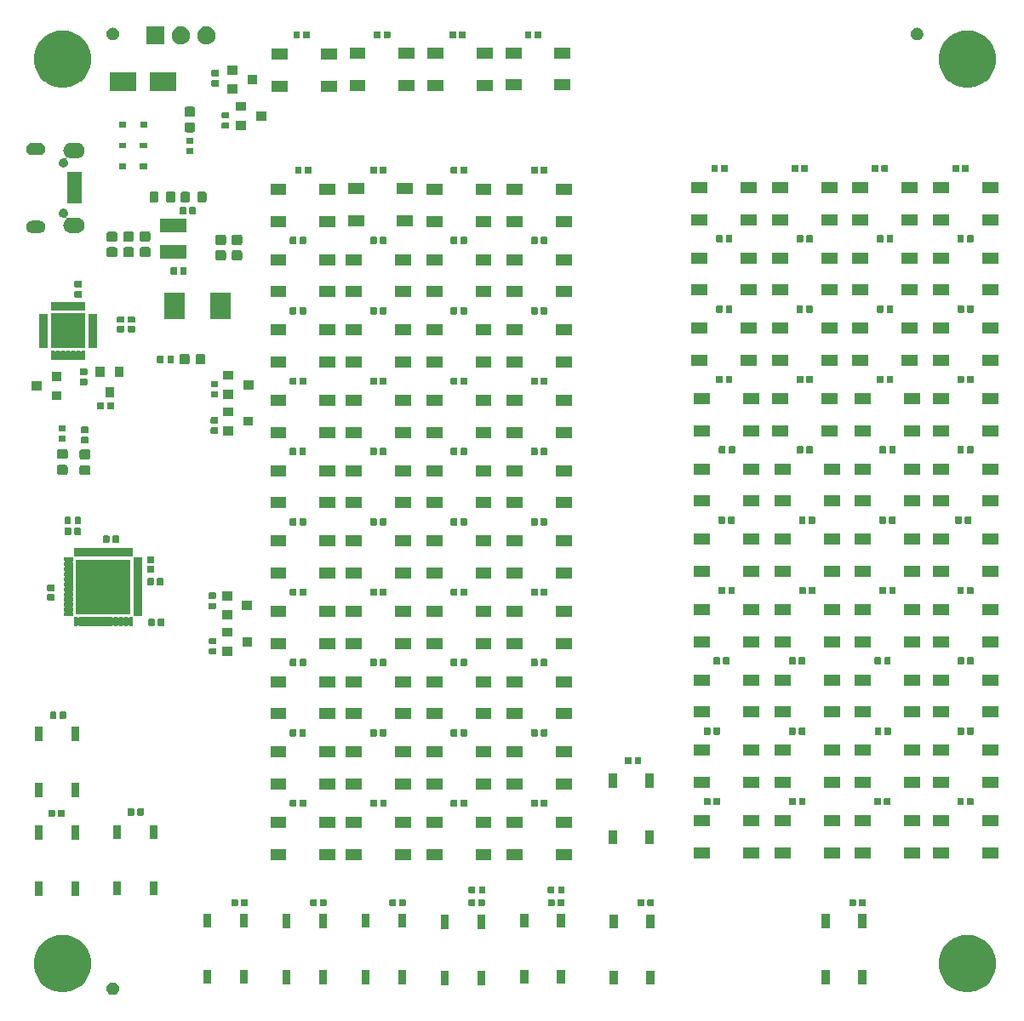
<source format=gbr>
G04 #@! TF.GenerationSoftware,KiCad,Pcbnew,5.1.5+dfsg1-2build2*
G04 #@! TF.CreationDate,2021-01-24T21:22:00+01:00*
G04 #@! TF.ProjectId,Logic_panel_v1_1,4c6f6769-635f-4706-916e-656c5f76315f,rev?*
G04 #@! TF.SameCoordinates,Original*
G04 #@! TF.FileFunction,Soldermask,Top*
G04 #@! TF.FilePolarity,Negative*
%FSLAX46Y46*%
G04 Gerber Fmt 4.6, Leading zero omitted, Abs format (unit mm)*
G04 Created by KiCad (PCBNEW 5.1.5+dfsg1-2build2) date 2021-01-24 21:22:00*
%MOMM*%
%LPD*%
G04 APERTURE LIST*
%ADD10C,0.350000*%
G04 APERTURE END LIST*
D10*
G36*
X60121322Y-146886049D02*
G01*
X60181889Y-146898096D01*
X60238942Y-146921728D01*
X60295997Y-146945361D01*
X60398687Y-147013976D01*
X60486025Y-147101314D01*
X60554640Y-147204004D01*
X60601905Y-147318113D01*
X60626000Y-147439246D01*
X60626000Y-147562756D01*
X60601905Y-147683889D01*
X60554640Y-147797998D01*
X60486025Y-147900688D01*
X60398687Y-147988026D01*
X60295997Y-148056641D01*
X60238942Y-148080274D01*
X60181889Y-148103906D01*
X60121322Y-148115953D01*
X60060755Y-148128001D01*
X59937245Y-148128001D01*
X59876678Y-148115953D01*
X59816111Y-148103906D01*
X59759058Y-148080274D01*
X59702003Y-148056641D01*
X59599313Y-147988026D01*
X59511975Y-147900688D01*
X59443360Y-147797998D01*
X59396095Y-147683889D01*
X59372000Y-147562756D01*
X59372000Y-147439246D01*
X59396095Y-147318113D01*
X59443360Y-147204004D01*
X59511975Y-147101314D01*
X59599313Y-147013976D01*
X59702003Y-146945361D01*
X59759058Y-146921728D01*
X59816111Y-146898096D01*
X59876678Y-146886049D01*
X59937245Y-146874001D01*
X60060755Y-146874001D01*
X60121322Y-146886049D01*
G37*
G36*
X145556203Y-142203782D02*
G01*
X145831607Y-142258563D01*
X146350456Y-142473477D01*
X146817408Y-142785485D01*
X147214517Y-143182594D01*
X147526525Y-143649546D01*
X147741439Y-144168395D01*
X147851001Y-144719202D01*
X147851001Y-145280800D01*
X147741439Y-145831607D01*
X147526525Y-146350456D01*
X147214517Y-146817408D01*
X146817408Y-147214517D01*
X146350456Y-147526525D01*
X145831607Y-147741439D01*
X145556203Y-147796220D01*
X145280801Y-147851001D01*
X144719201Y-147851001D01*
X144443799Y-147796220D01*
X144168395Y-147741439D01*
X143649546Y-147526525D01*
X143182594Y-147214517D01*
X142785485Y-146817408D01*
X142473477Y-146350456D01*
X142258563Y-145831607D01*
X142149001Y-145280800D01*
X142149001Y-144719202D01*
X142258563Y-144168395D01*
X142473477Y-143649546D01*
X142785485Y-143182594D01*
X143182594Y-142785485D01*
X143649546Y-142473477D01*
X144168395Y-142258563D01*
X144443799Y-142203782D01*
X144719201Y-142149001D01*
X145280801Y-142149001D01*
X145556203Y-142203782D01*
G37*
G36*
X55556203Y-142203782D02*
G01*
X55831607Y-142258563D01*
X56350456Y-142473477D01*
X56817408Y-142785485D01*
X57214517Y-143182594D01*
X57526525Y-143649546D01*
X57741439Y-144168395D01*
X57851001Y-144719202D01*
X57851001Y-145280800D01*
X57741439Y-145831607D01*
X57526525Y-146350456D01*
X57214517Y-146817408D01*
X56817408Y-147214517D01*
X56350456Y-147526525D01*
X55831607Y-147741439D01*
X55556203Y-147796220D01*
X55280801Y-147851001D01*
X54719201Y-147851001D01*
X54443799Y-147796220D01*
X54168395Y-147741439D01*
X53649546Y-147526525D01*
X53182594Y-147214517D01*
X52785485Y-146817408D01*
X52473477Y-146350456D01*
X52258563Y-145831607D01*
X52149001Y-145280800D01*
X52149001Y-144719202D01*
X52258563Y-144168395D01*
X52473477Y-143649546D01*
X52785485Y-143182594D01*
X53182594Y-142785485D01*
X53649546Y-142473477D01*
X54168395Y-142258563D01*
X54443799Y-142203782D01*
X54719201Y-142149001D01*
X55280801Y-142149001D01*
X55556203Y-142203782D01*
G37*
G36*
X93406001Y-147151001D02*
G01*
X92604001Y-147151001D01*
X92604001Y-145749001D01*
X93406001Y-145749001D01*
X93406001Y-147151001D01*
G37*
G36*
X97056001Y-147151001D02*
G01*
X96254001Y-147151001D01*
X96254001Y-145749001D01*
X97056001Y-145749001D01*
X97056001Y-147151001D01*
G37*
G36*
X110231001Y-147101001D02*
G01*
X109429001Y-147101001D01*
X109429001Y-145699001D01*
X110231001Y-145699001D01*
X110231001Y-147101001D01*
G37*
G36*
X113881001Y-147101001D02*
G01*
X113079001Y-147101001D01*
X113079001Y-145699001D01*
X113881001Y-145699001D01*
X113881001Y-147101001D01*
G37*
G36*
X131306001Y-147076001D02*
G01*
X130504001Y-147076001D01*
X130504001Y-145674001D01*
X131306001Y-145674001D01*
X131306001Y-147076001D01*
G37*
G36*
X134956001Y-147076001D02*
G01*
X134154001Y-147076001D01*
X134154001Y-145674001D01*
X134956001Y-145674001D01*
X134956001Y-147076001D01*
G37*
G36*
X81331001Y-147076001D02*
G01*
X80529001Y-147076001D01*
X80529001Y-145674001D01*
X81331001Y-145674001D01*
X81331001Y-147076001D01*
G37*
G36*
X77681001Y-147076001D02*
G01*
X76879001Y-147076001D01*
X76879001Y-145674001D01*
X77681001Y-145674001D01*
X77681001Y-147076001D01*
G37*
G36*
X89181001Y-147051001D02*
G01*
X88379001Y-147051001D01*
X88379001Y-145649001D01*
X89181001Y-145649001D01*
X89181001Y-147051001D01*
G37*
G36*
X85531001Y-147051001D02*
G01*
X84729001Y-147051001D01*
X84729001Y-145649001D01*
X85531001Y-145649001D01*
X85531001Y-147051001D01*
G37*
G36*
X101331001Y-147026001D02*
G01*
X100529001Y-147026001D01*
X100529001Y-145624001D01*
X101331001Y-145624001D01*
X101331001Y-147026001D01*
G37*
G36*
X69806001Y-147026001D02*
G01*
X69004001Y-147026001D01*
X69004001Y-145624001D01*
X69806001Y-145624001D01*
X69806001Y-147026001D01*
G37*
G36*
X104981001Y-147026001D02*
G01*
X104179001Y-147026001D01*
X104179001Y-145624001D01*
X104981001Y-145624001D01*
X104981001Y-147026001D01*
G37*
G36*
X73456001Y-147026001D02*
G01*
X72654001Y-147026001D01*
X72654001Y-145624001D01*
X73456001Y-145624001D01*
X73456001Y-147026001D01*
G37*
G36*
X97056001Y-141551001D02*
G01*
X96254001Y-141551001D01*
X96254001Y-140149001D01*
X97056001Y-140149001D01*
X97056001Y-141551001D01*
G37*
G36*
X93406001Y-141551001D02*
G01*
X92604001Y-141551001D01*
X92604001Y-140149001D01*
X93406001Y-140149001D01*
X93406001Y-141551001D01*
G37*
G36*
X113881001Y-141501001D02*
G01*
X113079001Y-141501001D01*
X113079001Y-140099001D01*
X113881001Y-140099001D01*
X113881001Y-141501001D01*
G37*
G36*
X110231001Y-141501001D02*
G01*
X109429001Y-141501001D01*
X109429001Y-140099001D01*
X110231001Y-140099001D01*
X110231001Y-141501001D01*
G37*
G36*
X77681001Y-141476001D02*
G01*
X76879001Y-141476001D01*
X76879001Y-140074001D01*
X77681001Y-140074001D01*
X77681001Y-141476001D01*
G37*
G36*
X81331001Y-141476001D02*
G01*
X80529001Y-141476001D01*
X80529001Y-140074001D01*
X81331001Y-140074001D01*
X81331001Y-141476001D01*
G37*
G36*
X134956001Y-141476001D02*
G01*
X134154001Y-141476001D01*
X134154001Y-140074001D01*
X134956001Y-140074001D01*
X134956001Y-141476001D01*
G37*
G36*
X131306001Y-141476001D02*
G01*
X130504001Y-141476001D01*
X130504001Y-140074001D01*
X131306001Y-140074001D01*
X131306001Y-141476001D01*
G37*
G36*
X85531001Y-141451001D02*
G01*
X84729001Y-141451001D01*
X84729001Y-140049001D01*
X85531001Y-140049001D01*
X85531001Y-141451001D01*
G37*
G36*
X89181001Y-141451001D02*
G01*
X88379001Y-141451001D01*
X88379001Y-140049001D01*
X89181001Y-140049001D01*
X89181001Y-141451001D01*
G37*
G36*
X73456001Y-141426001D02*
G01*
X72654001Y-141426001D01*
X72654001Y-140024001D01*
X73456001Y-140024001D01*
X73456001Y-141426001D01*
G37*
G36*
X69806001Y-141426001D02*
G01*
X69004001Y-141426001D01*
X69004001Y-140024001D01*
X69806001Y-140024001D01*
X69806001Y-141426001D01*
G37*
G36*
X101331001Y-141426001D02*
G01*
X100529001Y-141426001D01*
X100529001Y-140024001D01*
X101331001Y-140024001D01*
X101331001Y-141426001D01*
G37*
G36*
X104981001Y-141426001D02*
G01*
X104179001Y-141426001D01*
X104179001Y-140024001D01*
X104981001Y-140024001D01*
X104981001Y-141426001D01*
G37*
G36*
X96923977Y-138593573D02*
G01*
X96943182Y-138599399D01*
X96960894Y-138608866D01*
X96976406Y-138621596D01*
X96989136Y-138637108D01*
X96998603Y-138654820D01*
X97004429Y-138674025D01*
X97007001Y-138700141D01*
X97007001Y-139203861D01*
X97004429Y-139229977D01*
X96998603Y-139249182D01*
X96989136Y-139266894D01*
X96976406Y-139282406D01*
X96960894Y-139295136D01*
X96943182Y-139304603D01*
X96923977Y-139310429D01*
X96897861Y-139313001D01*
X96454141Y-139313001D01*
X96428025Y-139310429D01*
X96408820Y-139304603D01*
X96391108Y-139295136D01*
X96375596Y-139282406D01*
X96362866Y-139266894D01*
X96353399Y-139249182D01*
X96347573Y-139229977D01*
X96345001Y-139203861D01*
X96345001Y-138700141D01*
X96347573Y-138674025D01*
X96353399Y-138654820D01*
X96362866Y-138637108D01*
X96375596Y-138621596D01*
X96391108Y-138608866D01*
X96408820Y-138599399D01*
X96428025Y-138593573D01*
X96454141Y-138591001D01*
X96897861Y-138591001D01*
X96923977Y-138593573D01*
G37*
G36*
X112783977Y-138593573D02*
G01*
X112803182Y-138599399D01*
X112820894Y-138608866D01*
X112836406Y-138621596D01*
X112849136Y-138637108D01*
X112858603Y-138654820D01*
X112864429Y-138674025D01*
X112867001Y-138700141D01*
X112867001Y-139203861D01*
X112864429Y-139229977D01*
X112858603Y-139249182D01*
X112849136Y-139266894D01*
X112836406Y-139282406D01*
X112820894Y-139295136D01*
X112803182Y-139304603D01*
X112783977Y-139310429D01*
X112757861Y-139313001D01*
X112314141Y-139313001D01*
X112288025Y-139310429D01*
X112268820Y-139304603D01*
X112251108Y-139295136D01*
X112235596Y-139282406D01*
X112222866Y-139266894D01*
X112213399Y-139249182D01*
X112207573Y-139229977D01*
X112205001Y-139203861D01*
X112205001Y-138700141D01*
X112207573Y-138674025D01*
X112213399Y-138654820D01*
X112222866Y-138637108D01*
X112235596Y-138621596D01*
X112251108Y-138608866D01*
X112268820Y-138599399D01*
X112288025Y-138593573D01*
X112314141Y-138591001D01*
X112757861Y-138591001D01*
X112783977Y-138593573D01*
G37*
G36*
X113743977Y-138593573D02*
G01*
X113763182Y-138599399D01*
X113780894Y-138608866D01*
X113796406Y-138621596D01*
X113809136Y-138637108D01*
X113818603Y-138654820D01*
X113824429Y-138674025D01*
X113827001Y-138700141D01*
X113827001Y-139203861D01*
X113824429Y-139229977D01*
X113818603Y-139249182D01*
X113809136Y-139266894D01*
X113796406Y-139282406D01*
X113780894Y-139295136D01*
X113763182Y-139304603D01*
X113743977Y-139310429D01*
X113717861Y-139313001D01*
X113274141Y-139313001D01*
X113248025Y-139310429D01*
X113228820Y-139304603D01*
X113211108Y-139295136D01*
X113195596Y-139282406D01*
X113182866Y-139266894D01*
X113173399Y-139249182D01*
X113167573Y-139229977D01*
X113165001Y-139203861D01*
X113165001Y-138700141D01*
X113167573Y-138674025D01*
X113173399Y-138654820D01*
X113182866Y-138637108D01*
X113195596Y-138621596D01*
X113211108Y-138608866D01*
X113228820Y-138599399D01*
X113248025Y-138593573D01*
X113274141Y-138591001D01*
X113717861Y-138591001D01*
X113743977Y-138593573D01*
G37*
G36*
X133837977Y-138593573D02*
G01*
X133857182Y-138599399D01*
X133874894Y-138608866D01*
X133890406Y-138621596D01*
X133903136Y-138637108D01*
X133912603Y-138654820D01*
X133918429Y-138674025D01*
X133921001Y-138700141D01*
X133921001Y-139203861D01*
X133918429Y-139229977D01*
X133912603Y-139249182D01*
X133903136Y-139266894D01*
X133890406Y-139282406D01*
X133874894Y-139295136D01*
X133857182Y-139304603D01*
X133837977Y-139310429D01*
X133811861Y-139313001D01*
X133368141Y-139313001D01*
X133342025Y-139310429D01*
X133322820Y-139304603D01*
X133305108Y-139295136D01*
X133289596Y-139282406D01*
X133276866Y-139266894D01*
X133267399Y-139249182D01*
X133261573Y-139229977D01*
X133259001Y-139203861D01*
X133259001Y-138700141D01*
X133261573Y-138674025D01*
X133267399Y-138654820D01*
X133276866Y-138637108D01*
X133289596Y-138621596D01*
X133305108Y-138608866D01*
X133322820Y-138599399D01*
X133342025Y-138593573D01*
X133368141Y-138591001D01*
X133811861Y-138591001D01*
X133837977Y-138593573D01*
G37*
G36*
X103865977Y-138593573D02*
G01*
X103885182Y-138599399D01*
X103902894Y-138608866D01*
X103918406Y-138621596D01*
X103931136Y-138637108D01*
X103940603Y-138654820D01*
X103946429Y-138674025D01*
X103949001Y-138700141D01*
X103949001Y-139203861D01*
X103946429Y-139229977D01*
X103940603Y-139249182D01*
X103931136Y-139266894D01*
X103918406Y-139282406D01*
X103902894Y-139295136D01*
X103885182Y-139304603D01*
X103865977Y-139310429D01*
X103839861Y-139313001D01*
X103396141Y-139313001D01*
X103370025Y-139310429D01*
X103350820Y-139304603D01*
X103333108Y-139295136D01*
X103317596Y-139282406D01*
X103304866Y-139266894D01*
X103295399Y-139249182D01*
X103289573Y-139229977D01*
X103287001Y-139203861D01*
X103287001Y-138700141D01*
X103289573Y-138674025D01*
X103295399Y-138654820D01*
X103304866Y-138637108D01*
X103317596Y-138621596D01*
X103333108Y-138608866D01*
X103350820Y-138599399D01*
X103370025Y-138593573D01*
X103396141Y-138591001D01*
X103839861Y-138591001D01*
X103865977Y-138593573D01*
G37*
G36*
X104825977Y-138593573D02*
G01*
X104845182Y-138599399D01*
X104862894Y-138608866D01*
X104878406Y-138621596D01*
X104891136Y-138637108D01*
X104900603Y-138654820D01*
X104906429Y-138674025D01*
X104909001Y-138700141D01*
X104909001Y-139203861D01*
X104906429Y-139229977D01*
X104900603Y-139249182D01*
X104891136Y-139266894D01*
X104878406Y-139282406D01*
X104862894Y-139295136D01*
X104845182Y-139304603D01*
X104825977Y-139310429D01*
X104799861Y-139313001D01*
X104356141Y-139313001D01*
X104330025Y-139310429D01*
X104310820Y-139304603D01*
X104293108Y-139295136D01*
X104277596Y-139282406D01*
X104264866Y-139266894D01*
X104255399Y-139249182D01*
X104249573Y-139229977D01*
X104247001Y-139203861D01*
X104247001Y-138700141D01*
X104249573Y-138674025D01*
X104255399Y-138654820D01*
X104264866Y-138637108D01*
X104277596Y-138621596D01*
X104293108Y-138608866D01*
X104310820Y-138599399D01*
X104330025Y-138593573D01*
X104356141Y-138591001D01*
X104799861Y-138591001D01*
X104825977Y-138593573D01*
G37*
G36*
X95963977Y-138593573D02*
G01*
X95983182Y-138599399D01*
X96000894Y-138608866D01*
X96016406Y-138621596D01*
X96029136Y-138637108D01*
X96038603Y-138654820D01*
X96044429Y-138674025D01*
X96047001Y-138700141D01*
X96047001Y-139203861D01*
X96044429Y-139229977D01*
X96038603Y-139249182D01*
X96029136Y-139266894D01*
X96016406Y-139282406D01*
X96000894Y-139295136D01*
X95983182Y-139304603D01*
X95963977Y-139310429D01*
X95937861Y-139313001D01*
X95494141Y-139313001D01*
X95468025Y-139310429D01*
X95448820Y-139304603D01*
X95431108Y-139295136D01*
X95415596Y-139282406D01*
X95402866Y-139266894D01*
X95393399Y-139249182D01*
X95387573Y-139229977D01*
X95385001Y-139203861D01*
X95385001Y-138700141D01*
X95387573Y-138674025D01*
X95393399Y-138654820D01*
X95402866Y-138637108D01*
X95415596Y-138621596D01*
X95431108Y-138608866D01*
X95448820Y-138599399D01*
X95468025Y-138593573D01*
X95494141Y-138591001D01*
X95937861Y-138591001D01*
X95963977Y-138593573D01*
G37*
G36*
X134797977Y-138593573D02*
G01*
X134817182Y-138599399D01*
X134834894Y-138608866D01*
X134850406Y-138621596D01*
X134863136Y-138637108D01*
X134872603Y-138654820D01*
X134878429Y-138674025D01*
X134881001Y-138700141D01*
X134881001Y-139203861D01*
X134878429Y-139229977D01*
X134872603Y-139249182D01*
X134863136Y-139266894D01*
X134850406Y-139282406D01*
X134834894Y-139295136D01*
X134817182Y-139304603D01*
X134797977Y-139310429D01*
X134771861Y-139313001D01*
X134328141Y-139313001D01*
X134302025Y-139310429D01*
X134282820Y-139304603D01*
X134265108Y-139295136D01*
X134249596Y-139282406D01*
X134236866Y-139266894D01*
X134227399Y-139249182D01*
X134221573Y-139229977D01*
X134219001Y-139203861D01*
X134219001Y-138700141D01*
X134221573Y-138674025D01*
X134227399Y-138654820D01*
X134236866Y-138637108D01*
X134249596Y-138621596D01*
X134265108Y-138608866D01*
X134282820Y-138599399D01*
X134302025Y-138593573D01*
X134328141Y-138591001D01*
X134771861Y-138591001D01*
X134797977Y-138593573D01*
G37*
G36*
X73329977Y-138593573D02*
G01*
X73349182Y-138599399D01*
X73366894Y-138608866D01*
X73382406Y-138621596D01*
X73395136Y-138637108D01*
X73404603Y-138654820D01*
X73410429Y-138674025D01*
X73413001Y-138700141D01*
X73413001Y-139203861D01*
X73410429Y-139229977D01*
X73404603Y-139249182D01*
X73395136Y-139266894D01*
X73382406Y-139282406D01*
X73366894Y-139295136D01*
X73349182Y-139304603D01*
X73329977Y-139310429D01*
X73303861Y-139313001D01*
X72860141Y-139313001D01*
X72834025Y-139310429D01*
X72814820Y-139304603D01*
X72797108Y-139295136D01*
X72781596Y-139282406D01*
X72768866Y-139266894D01*
X72759399Y-139249182D01*
X72753573Y-139229977D01*
X72751001Y-139203861D01*
X72751001Y-138700141D01*
X72753573Y-138674025D01*
X72759399Y-138654820D01*
X72768866Y-138637108D01*
X72781596Y-138621596D01*
X72797108Y-138608866D01*
X72814820Y-138599399D01*
X72834025Y-138593573D01*
X72860141Y-138591001D01*
X73303861Y-138591001D01*
X73329977Y-138593573D01*
G37*
G36*
X72369977Y-138593573D02*
G01*
X72389182Y-138599399D01*
X72406894Y-138608866D01*
X72422406Y-138621596D01*
X72435136Y-138637108D01*
X72444603Y-138654820D01*
X72450429Y-138674025D01*
X72453001Y-138700141D01*
X72453001Y-139203861D01*
X72450429Y-139229977D01*
X72444603Y-139249182D01*
X72435136Y-139266894D01*
X72422406Y-139282406D01*
X72406894Y-139295136D01*
X72389182Y-139304603D01*
X72369977Y-139310429D01*
X72343861Y-139313001D01*
X71900141Y-139313001D01*
X71874025Y-139310429D01*
X71854820Y-139304603D01*
X71837108Y-139295136D01*
X71821596Y-139282406D01*
X71808866Y-139266894D01*
X71799399Y-139249182D01*
X71793573Y-139229977D01*
X71791001Y-139203861D01*
X71791001Y-138700141D01*
X71793573Y-138674025D01*
X71799399Y-138654820D01*
X71808866Y-138637108D01*
X71821596Y-138621596D01*
X71837108Y-138608866D01*
X71854820Y-138599399D01*
X71874025Y-138593573D01*
X71900141Y-138591001D01*
X72343861Y-138591001D01*
X72369977Y-138593573D01*
G37*
G36*
X81175977Y-138593573D02*
G01*
X81195182Y-138599399D01*
X81212894Y-138608866D01*
X81228406Y-138621596D01*
X81241136Y-138637108D01*
X81250603Y-138654820D01*
X81256429Y-138674025D01*
X81259001Y-138700141D01*
X81259001Y-139203861D01*
X81256429Y-139229977D01*
X81250603Y-139249182D01*
X81241136Y-139266894D01*
X81228406Y-139282406D01*
X81212894Y-139295136D01*
X81195182Y-139304603D01*
X81175977Y-139310429D01*
X81149861Y-139313001D01*
X80706141Y-139313001D01*
X80680025Y-139310429D01*
X80660820Y-139304603D01*
X80643108Y-139295136D01*
X80627596Y-139282406D01*
X80614866Y-139266894D01*
X80605399Y-139249182D01*
X80599573Y-139229977D01*
X80597001Y-139203861D01*
X80597001Y-138700141D01*
X80599573Y-138674025D01*
X80605399Y-138654820D01*
X80614866Y-138637108D01*
X80627596Y-138621596D01*
X80643108Y-138608866D01*
X80660820Y-138599399D01*
X80680025Y-138593573D01*
X80706141Y-138591001D01*
X81149861Y-138591001D01*
X81175977Y-138593573D01*
G37*
G36*
X80215977Y-138593573D02*
G01*
X80235182Y-138599399D01*
X80252894Y-138608866D01*
X80268406Y-138621596D01*
X80281136Y-138637108D01*
X80290603Y-138654820D01*
X80296429Y-138674025D01*
X80299001Y-138700141D01*
X80299001Y-139203861D01*
X80296429Y-139229977D01*
X80290603Y-139249182D01*
X80281136Y-139266894D01*
X80268406Y-139282406D01*
X80252894Y-139295136D01*
X80235182Y-139304603D01*
X80215977Y-139310429D01*
X80189861Y-139313001D01*
X79746141Y-139313001D01*
X79720025Y-139310429D01*
X79700820Y-139304603D01*
X79683108Y-139295136D01*
X79667596Y-139282406D01*
X79654866Y-139266894D01*
X79645399Y-139249182D01*
X79639573Y-139229977D01*
X79637001Y-139203861D01*
X79637001Y-138700141D01*
X79639573Y-138674025D01*
X79645399Y-138654820D01*
X79654866Y-138637108D01*
X79667596Y-138621596D01*
X79683108Y-138608866D01*
X79700820Y-138599399D01*
X79720025Y-138593573D01*
X79746141Y-138591001D01*
X80189861Y-138591001D01*
X80215977Y-138593573D01*
G37*
G36*
X89049977Y-138593573D02*
G01*
X89069182Y-138599399D01*
X89086894Y-138608866D01*
X89102406Y-138621596D01*
X89115136Y-138637108D01*
X89124603Y-138654820D01*
X89130429Y-138674025D01*
X89133001Y-138700141D01*
X89133001Y-139203861D01*
X89130429Y-139229977D01*
X89124603Y-139249182D01*
X89115136Y-139266894D01*
X89102406Y-139282406D01*
X89086894Y-139295136D01*
X89069182Y-139304603D01*
X89049977Y-139310429D01*
X89023861Y-139313001D01*
X88580141Y-139313001D01*
X88554025Y-139310429D01*
X88534820Y-139304603D01*
X88517108Y-139295136D01*
X88501596Y-139282406D01*
X88488866Y-139266894D01*
X88479399Y-139249182D01*
X88473573Y-139229977D01*
X88471001Y-139203861D01*
X88471001Y-138700141D01*
X88473573Y-138674025D01*
X88479399Y-138654820D01*
X88488866Y-138637108D01*
X88501596Y-138621596D01*
X88517108Y-138608866D01*
X88534820Y-138599399D01*
X88554025Y-138593573D01*
X88580141Y-138591001D01*
X89023861Y-138591001D01*
X89049977Y-138593573D01*
G37*
G36*
X88089977Y-138593573D02*
G01*
X88109182Y-138599399D01*
X88126894Y-138608866D01*
X88142406Y-138621596D01*
X88155136Y-138637108D01*
X88164603Y-138654820D01*
X88170429Y-138674025D01*
X88173001Y-138700141D01*
X88173001Y-139203861D01*
X88170429Y-139229977D01*
X88164603Y-139249182D01*
X88155136Y-139266894D01*
X88142406Y-139282406D01*
X88126894Y-139295136D01*
X88109182Y-139304603D01*
X88089977Y-139310429D01*
X88063861Y-139313001D01*
X87620141Y-139313001D01*
X87594025Y-139310429D01*
X87574820Y-139304603D01*
X87557108Y-139295136D01*
X87541596Y-139282406D01*
X87528866Y-139266894D01*
X87519399Y-139249182D01*
X87513573Y-139229977D01*
X87511001Y-139203861D01*
X87511001Y-138700141D01*
X87513573Y-138674025D01*
X87519399Y-138654820D01*
X87528866Y-138637108D01*
X87541596Y-138621596D01*
X87557108Y-138608866D01*
X87574820Y-138599399D01*
X87594025Y-138593573D01*
X87620141Y-138591001D01*
X88063861Y-138591001D01*
X88089977Y-138593573D01*
G37*
G36*
X56681001Y-138251001D02*
G01*
X55879001Y-138251001D01*
X55879001Y-136849001D01*
X56681001Y-136849001D01*
X56681001Y-138251001D01*
G37*
G36*
X53031001Y-138251001D02*
G01*
X52229001Y-138251001D01*
X52229001Y-136849001D01*
X53031001Y-136849001D01*
X53031001Y-138251001D01*
G37*
G36*
X60811001Y-138211001D02*
G01*
X60009001Y-138211001D01*
X60009001Y-136809001D01*
X60811001Y-136809001D01*
X60811001Y-138211001D01*
G37*
G36*
X64461001Y-138211001D02*
G01*
X63659001Y-138211001D01*
X63659001Y-136809001D01*
X64461001Y-136809001D01*
X64461001Y-138211001D01*
G37*
G36*
X103829998Y-137313477D02*
G01*
X103848275Y-137319021D01*
X103865109Y-137328019D01*
X103879869Y-137340133D01*
X103891983Y-137354893D01*
X103900981Y-137371727D01*
X103906525Y-137390004D01*
X103909001Y-137415141D01*
X103909001Y-137948861D01*
X103906525Y-137973998D01*
X103900981Y-137992275D01*
X103891983Y-138009109D01*
X103879869Y-138023869D01*
X103865109Y-138035983D01*
X103848275Y-138044981D01*
X103829998Y-138050525D01*
X103804861Y-138053001D01*
X103371141Y-138053001D01*
X103346004Y-138050525D01*
X103327727Y-138044981D01*
X103310893Y-138035983D01*
X103296133Y-138023869D01*
X103284019Y-138009109D01*
X103275021Y-137992275D01*
X103269477Y-137973998D01*
X103267001Y-137948861D01*
X103267001Y-137415141D01*
X103269477Y-137390004D01*
X103275021Y-137371727D01*
X103284019Y-137354893D01*
X103296133Y-137340133D01*
X103310893Y-137328019D01*
X103327727Y-137319021D01*
X103346004Y-137313477D01*
X103371141Y-137311001D01*
X103804861Y-137311001D01*
X103829998Y-137313477D01*
G37*
G36*
X96975998Y-137313477D02*
G01*
X96994275Y-137319021D01*
X97011109Y-137328019D01*
X97025869Y-137340133D01*
X97037983Y-137354893D01*
X97046981Y-137371727D01*
X97052525Y-137390004D01*
X97055001Y-137415141D01*
X97055001Y-137948861D01*
X97052525Y-137973998D01*
X97046981Y-137992275D01*
X97037983Y-138009109D01*
X97025869Y-138023869D01*
X97011109Y-138035983D01*
X96994275Y-138044981D01*
X96975998Y-138050525D01*
X96950861Y-138053001D01*
X96517141Y-138053001D01*
X96492004Y-138050525D01*
X96473727Y-138044981D01*
X96456893Y-138035983D01*
X96442133Y-138023869D01*
X96430019Y-138009109D01*
X96421021Y-137992275D01*
X96415477Y-137973998D01*
X96413001Y-137948861D01*
X96413001Y-137415141D01*
X96415477Y-137390004D01*
X96421021Y-137371727D01*
X96430019Y-137354893D01*
X96442133Y-137340133D01*
X96456893Y-137328019D01*
X96473727Y-137319021D01*
X96492004Y-137313477D01*
X96517141Y-137311001D01*
X96950861Y-137311001D01*
X96975998Y-137313477D01*
G37*
G36*
X95955998Y-137313477D02*
G01*
X95974275Y-137319021D01*
X95991109Y-137328019D01*
X96005869Y-137340133D01*
X96017983Y-137354893D01*
X96026981Y-137371727D01*
X96032525Y-137390004D01*
X96035001Y-137415141D01*
X96035001Y-137948861D01*
X96032525Y-137973998D01*
X96026981Y-137992275D01*
X96017983Y-138009109D01*
X96005869Y-138023869D01*
X95991109Y-138035983D01*
X95974275Y-138044981D01*
X95955998Y-138050525D01*
X95930861Y-138053001D01*
X95497141Y-138053001D01*
X95472004Y-138050525D01*
X95453727Y-138044981D01*
X95436893Y-138035983D01*
X95422133Y-138023869D01*
X95410019Y-138009109D01*
X95401021Y-137992275D01*
X95395477Y-137973998D01*
X95393001Y-137948861D01*
X95393001Y-137415141D01*
X95395477Y-137390004D01*
X95401021Y-137371727D01*
X95410019Y-137354893D01*
X95422133Y-137340133D01*
X95436893Y-137328019D01*
X95453727Y-137319021D01*
X95472004Y-137313477D01*
X95497141Y-137311001D01*
X95930861Y-137311001D01*
X95955998Y-137313477D01*
G37*
G36*
X104849998Y-137313477D02*
G01*
X104868275Y-137319021D01*
X104885109Y-137328019D01*
X104899869Y-137340133D01*
X104911983Y-137354893D01*
X104920981Y-137371727D01*
X104926525Y-137390004D01*
X104929001Y-137415141D01*
X104929001Y-137948861D01*
X104926525Y-137973998D01*
X104920981Y-137992275D01*
X104911983Y-138009109D01*
X104899869Y-138023869D01*
X104885109Y-138035983D01*
X104868275Y-138044981D01*
X104849998Y-138050525D01*
X104824861Y-138053001D01*
X104391141Y-138053001D01*
X104366004Y-138050525D01*
X104347727Y-138044981D01*
X104330893Y-138035983D01*
X104316133Y-138023869D01*
X104304019Y-138009109D01*
X104295021Y-137992275D01*
X104289477Y-137973998D01*
X104287001Y-137948861D01*
X104287001Y-137415141D01*
X104289477Y-137390004D01*
X104295021Y-137371727D01*
X104304019Y-137354893D01*
X104316133Y-137340133D01*
X104330893Y-137328019D01*
X104347727Y-137319021D01*
X104366004Y-137313477D01*
X104391141Y-137311001D01*
X104824861Y-137311001D01*
X104849998Y-137313477D01*
G37*
G36*
X77273001Y-134699001D02*
G01*
X75671001Y-134699001D01*
X75671001Y-133597001D01*
X77273001Y-133597001D01*
X77273001Y-134699001D01*
G37*
G36*
X82173001Y-134699001D02*
G01*
X80571001Y-134699001D01*
X80571001Y-133597001D01*
X82173001Y-133597001D01*
X82173001Y-134699001D01*
G37*
G36*
X84773001Y-134699001D02*
G01*
X83171001Y-134699001D01*
X83171001Y-133597001D01*
X84773001Y-133597001D01*
X84773001Y-134699001D01*
G37*
G36*
X97673001Y-134699001D02*
G01*
X96071001Y-134699001D01*
X96071001Y-133597001D01*
X97673001Y-133597001D01*
X97673001Y-134699001D01*
G37*
G36*
X92773001Y-134699001D02*
G01*
X91171001Y-134699001D01*
X91171001Y-133597001D01*
X92773001Y-133597001D01*
X92773001Y-134699001D01*
G37*
G36*
X100773001Y-134699001D02*
G01*
X99171001Y-134699001D01*
X99171001Y-133597001D01*
X100773001Y-133597001D01*
X100773001Y-134699001D01*
G37*
G36*
X105673001Y-134699001D02*
G01*
X104071001Y-134699001D01*
X104071001Y-133597001D01*
X105673001Y-133597001D01*
X105673001Y-134699001D01*
G37*
G36*
X89673001Y-134699001D02*
G01*
X88071001Y-134699001D01*
X88071001Y-133597001D01*
X89673001Y-133597001D01*
X89673001Y-134699001D01*
G37*
G36*
X140327001Y-134533001D02*
G01*
X138725001Y-134533001D01*
X138725001Y-133431001D01*
X140327001Y-133431001D01*
X140327001Y-134533001D01*
G37*
G36*
X119427001Y-134533001D02*
G01*
X117825001Y-134533001D01*
X117825001Y-133431001D01*
X119427001Y-133431001D01*
X119427001Y-134533001D01*
G37*
G36*
X148077001Y-134533001D02*
G01*
X146475001Y-134533001D01*
X146475001Y-133431001D01*
X148077001Y-133431001D01*
X148077001Y-134533001D01*
G37*
G36*
X124327001Y-134533001D02*
G01*
X122725001Y-134533001D01*
X122725001Y-133431001D01*
X124327001Y-133431001D01*
X124327001Y-134533001D01*
G37*
G36*
X127427001Y-134533001D02*
G01*
X125825001Y-134533001D01*
X125825001Y-133431001D01*
X127427001Y-133431001D01*
X127427001Y-134533001D01*
G37*
G36*
X143177001Y-134533001D02*
G01*
X141575001Y-134533001D01*
X141575001Y-133431001D01*
X143177001Y-133431001D01*
X143177001Y-134533001D01*
G37*
G36*
X135427001Y-134533001D02*
G01*
X133825001Y-134533001D01*
X133825001Y-133431001D01*
X135427001Y-133431001D01*
X135427001Y-134533001D01*
G37*
G36*
X132327001Y-134533001D02*
G01*
X130725001Y-134533001D01*
X130725001Y-133431001D01*
X132327001Y-133431001D01*
X132327001Y-134533001D01*
G37*
G36*
X110131001Y-133126001D02*
G01*
X109329001Y-133126001D01*
X109329001Y-131724001D01*
X110131001Y-131724001D01*
X110131001Y-133126001D01*
G37*
G36*
X113781001Y-133126001D02*
G01*
X112979001Y-133126001D01*
X112979001Y-131724001D01*
X113781001Y-131724001D01*
X113781001Y-133126001D01*
G37*
G36*
X53031001Y-132651001D02*
G01*
X52229001Y-132651001D01*
X52229001Y-131249001D01*
X53031001Y-131249001D01*
X53031001Y-132651001D01*
G37*
G36*
X56681001Y-132651001D02*
G01*
X55879001Y-132651001D01*
X55879001Y-131249001D01*
X56681001Y-131249001D01*
X56681001Y-132651001D01*
G37*
G36*
X64461001Y-132611001D02*
G01*
X63659001Y-132611001D01*
X63659001Y-131209001D01*
X64461001Y-131209001D01*
X64461001Y-132611001D01*
G37*
G36*
X60811001Y-132611001D02*
G01*
X60009001Y-132611001D01*
X60009001Y-131209001D01*
X60811001Y-131209001D01*
X60811001Y-132611001D01*
G37*
G36*
X97673001Y-131499001D02*
G01*
X96071001Y-131499001D01*
X96071001Y-130397001D01*
X97673001Y-130397001D01*
X97673001Y-131499001D01*
G37*
G36*
X84773001Y-131499001D02*
G01*
X83171001Y-131499001D01*
X83171001Y-130397001D01*
X84773001Y-130397001D01*
X84773001Y-131499001D01*
G37*
G36*
X89673001Y-131499001D02*
G01*
X88071001Y-131499001D01*
X88071001Y-130397001D01*
X89673001Y-130397001D01*
X89673001Y-131499001D01*
G37*
G36*
X92773001Y-131499001D02*
G01*
X91171001Y-131499001D01*
X91171001Y-130397001D01*
X92773001Y-130397001D01*
X92773001Y-131499001D01*
G37*
G36*
X100773001Y-131499001D02*
G01*
X99171001Y-131499001D01*
X99171001Y-130397001D01*
X100773001Y-130397001D01*
X100773001Y-131499001D01*
G37*
G36*
X105673001Y-131499001D02*
G01*
X104071001Y-131499001D01*
X104071001Y-130397001D01*
X105673001Y-130397001D01*
X105673001Y-131499001D01*
G37*
G36*
X82173001Y-131499001D02*
G01*
X80571001Y-131499001D01*
X80571001Y-130397001D01*
X82173001Y-130397001D01*
X82173001Y-131499001D01*
G37*
G36*
X77273001Y-131499001D02*
G01*
X75671001Y-131499001D01*
X75671001Y-130397001D01*
X77273001Y-130397001D01*
X77273001Y-131499001D01*
G37*
G36*
X143177001Y-131333001D02*
G01*
X141575001Y-131333001D01*
X141575001Y-130231001D01*
X143177001Y-130231001D01*
X143177001Y-131333001D01*
G37*
G36*
X124327001Y-131333001D02*
G01*
X122725001Y-131333001D01*
X122725001Y-130231001D01*
X124327001Y-130231001D01*
X124327001Y-131333001D01*
G37*
G36*
X127427001Y-131333001D02*
G01*
X125825001Y-131333001D01*
X125825001Y-130231001D01*
X127427001Y-130231001D01*
X127427001Y-131333001D01*
G37*
G36*
X132327001Y-131333001D02*
G01*
X130725001Y-131333001D01*
X130725001Y-130231001D01*
X132327001Y-130231001D01*
X132327001Y-131333001D01*
G37*
G36*
X135427001Y-131333001D02*
G01*
X133825001Y-131333001D01*
X133825001Y-130231001D01*
X135427001Y-130231001D01*
X135427001Y-131333001D01*
G37*
G36*
X140327001Y-131333001D02*
G01*
X138725001Y-131333001D01*
X138725001Y-130231001D01*
X140327001Y-130231001D01*
X140327001Y-131333001D01*
G37*
G36*
X148077001Y-131333001D02*
G01*
X146475001Y-131333001D01*
X146475001Y-130231001D01*
X148077001Y-130231001D01*
X148077001Y-131333001D01*
G37*
G36*
X119427001Y-131333001D02*
G01*
X117825001Y-131333001D01*
X117825001Y-130231001D01*
X119427001Y-130231001D01*
X119427001Y-131333001D01*
G37*
G36*
X55127977Y-129691573D02*
G01*
X55147182Y-129697399D01*
X55164894Y-129706866D01*
X55180406Y-129719596D01*
X55193136Y-129735108D01*
X55202603Y-129752820D01*
X55208429Y-129772025D01*
X55211001Y-129798141D01*
X55211001Y-130301861D01*
X55208429Y-130327977D01*
X55202603Y-130347182D01*
X55193136Y-130364894D01*
X55180406Y-130380406D01*
X55164894Y-130393136D01*
X55147182Y-130402603D01*
X55127977Y-130408429D01*
X55101861Y-130411001D01*
X54658141Y-130411001D01*
X54632025Y-130408429D01*
X54612820Y-130402603D01*
X54595108Y-130393136D01*
X54579596Y-130380406D01*
X54566866Y-130364894D01*
X54557399Y-130347182D01*
X54551573Y-130327977D01*
X54549001Y-130301861D01*
X54549001Y-129798141D01*
X54551573Y-129772025D01*
X54557399Y-129752820D01*
X54566866Y-129735108D01*
X54579596Y-129719596D01*
X54595108Y-129706866D01*
X54612820Y-129697399D01*
X54632025Y-129691573D01*
X54658141Y-129689001D01*
X55101861Y-129689001D01*
X55127977Y-129691573D01*
G37*
G36*
X54167977Y-129691573D02*
G01*
X54187182Y-129697399D01*
X54204894Y-129706866D01*
X54220406Y-129719596D01*
X54233136Y-129735108D01*
X54242603Y-129752820D01*
X54248429Y-129772025D01*
X54251001Y-129798141D01*
X54251001Y-130301861D01*
X54248429Y-130327977D01*
X54242603Y-130347182D01*
X54233136Y-130364894D01*
X54220406Y-130380406D01*
X54204894Y-130393136D01*
X54187182Y-130402603D01*
X54167977Y-130408429D01*
X54141861Y-130411001D01*
X53698141Y-130411001D01*
X53672025Y-130408429D01*
X53652820Y-130402603D01*
X53635108Y-130393136D01*
X53619596Y-130380406D01*
X53606866Y-130364894D01*
X53597399Y-130347182D01*
X53591573Y-130327977D01*
X53589001Y-130301861D01*
X53589001Y-129798141D01*
X53591573Y-129772025D01*
X53597399Y-129752820D01*
X53606866Y-129735108D01*
X53619596Y-129719596D01*
X53635108Y-129706866D01*
X53652820Y-129697399D01*
X53672025Y-129691573D01*
X53698141Y-129689001D01*
X54141861Y-129689001D01*
X54167977Y-129691573D01*
G37*
G36*
X63007977Y-129566573D02*
G01*
X63027182Y-129572399D01*
X63044894Y-129581866D01*
X63060406Y-129594596D01*
X63073136Y-129610108D01*
X63082603Y-129627820D01*
X63088429Y-129647025D01*
X63091001Y-129673141D01*
X63091001Y-130176861D01*
X63088429Y-130202977D01*
X63082603Y-130222182D01*
X63073136Y-130239894D01*
X63060406Y-130255406D01*
X63044894Y-130268136D01*
X63027182Y-130277603D01*
X63007977Y-130283429D01*
X62981861Y-130286001D01*
X62538141Y-130286001D01*
X62512025Y-130283429D01*
X62492820Y-130277603D01*
X62475108Y-130268136D01*
X62459596Y-130255406D01*
X62446866Y-130239894D01*
X62437399Y-130222182D01*
X62431573Y-130202977D01*
X62429001Y-130176861D01*
X62429001Y-129673141D01*
X62431573Y-129647025D01*
X62437399Y-129627820D01*
X62446866Y-129610108D01*
X62459596Y-129594596D01*
X62475108Y-129581866D01*
X62492820Y-129572399D01*
X62512025Y-129566573D01*
X62538141Y-129564001D01*
X62981861Y-129564001D01*
X63007977Y-129566573D01*
G37*
G36*
X62047977Y-129566573D02*
G01*
X62067182Y-129572399D01*
X62084894Y-129581866D01*
X62100406Y-129594596D01*
X62113136Y-129610108D01*
X62122603Y-129627820D01*
X62128429Y-129647025D01*
X62131001Y-129673141D01*
X62131001Y-130176861D01*
X62128429Y-130202977D01*
X62122603Y-130222182D01*
X62113136Y-130239894D01*
X62100406Y-130255406D01*
X62084894Y-130268136D01*
X62067182Y-130277603D01*
X62047977Y-130283429D01*
X62021861Y-130286001D01*
X61578141Y-130286001D01*
X61552025Y-130283429D01*
X61532820Y-130277603D01*
X61515108Y-130268136D01*
X61499596Y-130255406D01*
X61486866Y-130239894D01*
X61477399Y-130222182D01*
X61471573Y-130202977D01*
X61469001Y-130176861D01*
X61469001Y-129673141D01*
X61471573Y-129647025D01*
X61477399Y-129627820D01*
X61486866Y-129610108D01*
X61499596Y-129594596D01*
X61515108Y-129581866D01*
X61532820Y-129572399D01*
X61552025Y-129566573D01*
X61578141Y-129564001D01*
X62021861Y-129564001D01*
X62047977Y-129566573D01*
G37*
G36*
X94189977Y-128689573D02*
G01*
X94209182Y-128695399D01*
X94226894Y-128704866D01*
X94242406Y-128717596D01*
X94255136Y-128733108D01*
X94264603Y-128750820D01*
X94270429Y-128770025D01*
X94273001Y-128796141D01*
X94273001Y-129299861D01*
X94270429Y-129325977D01*
X94264603Y-129345182D01*
X94255136Y-129362894D01*
X94242406Y-129378406D01*
X94226894Y-129391136D01*
X94209182Y-129400603D01*
X94189977Y-129406429D01*
X94163861Y-129409001D01*
X93720141Y-129409001D01*
X93694025Y-129406429D01*
X93674820Y-129400603D01*
X93657108Y-129391136D01*
X93641596Y-129378406D01*
X93628866Y-129362894D01*
X93619399Y-129345182D01*
X93613573Y-129325977D01*
X93611001Y-129299861D01*
X93611001Y-128796141D01*
X93613573Y-128770025D01*
X93619399Y-128750820D01*
X93628866Y-128733108D01*
X93641596Y-128717596D01*
X93657108Y-128704866D01*
X93674820Y-128695399D01*
X93694025Y-128689573D01*
X93720141Y-128687001D01*
X94163861Y-128687001D01*
X94189977Y-128689573D01*
G37*
G36*
X95149977Y-128689573D02*
G01*
X95169182Y-128695399D01*
X95186894Y-128704866D01*
X95202406Y-128717596D01*
X95215136Y-128733108D01*
X95224603Y-128750820D01*
X95230429Y-128770025D01*
X95233001Y-128796141D01*
X95233001Y-129299861D01*
X95230429Y-129325977D01*
X95224603Y-129345182D01*
X95215136Y-129362894D01*
X95202406Y-129378406D01*
X95186894Y-129391136D01*
X95169182Y-129400603D01*
X95149977Y-129406429D01*
X95123861Y-129409001D01*
X94680141Y-129409001D01*
X94654025Y-129406429D01*
X94634820Y-129400603D01*
X94617108Y-129391136D01*
X94601596Y-129378406D01*
X94588866Y-129362894D01*
X94579399Y-129345182D01*
X94573573Y-129325977D01*
X94571001Y-129299861D01*
X94571001Y-128796141D01*
X94573573Y-128770025D01*
X94579399Y-128750820D01*
X94588866Y-128733108D01*
X94601596Y-128717596D01*
X94617108Y-128704866D01*
X94634820Y-128695399D01*
X94654025Y-128689573D01*
X94680141Y-128687001D01*
X95123861Y-128687001D01*
X95149977Y-128689573D01*
G37*
G36*
X103149977Y-128689573D02*
G01*
X103169182Y-128695399D01*
X103186894Y-128704866D01*
X103202406Y-128717596D01*
X103215136Y-128733108D01*
X103224603Y-128750820D01*
X103230429Y-128770025D01*
X103233001Y-128796141D01*
X103233001Y-129299861D01*
X103230429Y-129325977D01*
X103224603Y-129345182D01*
X103215136Y-129362894D01*
X103202406Y-129378406D01*
X103186894Y-129391136D01*
X103169182Y-129400603D01*
X103149977Y-129406429D01*
X103123861Y-129409001D01*
X102680141Y-129409001D01*
X102654025Y-129406429D01*
X102634820Y-129400603D01*
X102617108Y-129391136D01*
X102601596Y-129378406D01*
X102588866Y-129362894D01*
X102579399Y-129345182D01*
X102573573Y-129325977D01*
X102571001Y-129299861D01*
X102571001Y-128796141D01*
X102573573Y-128770025D01*
X102579399Y-128750820D01*
X102588866Y-128733108D01*
X102601596Y-128717596D01*
X102617108Y-128704866D01*
X102634820Y-128695399D01*
X102654025Y-128689573D01*
X102680141Y-128687001D01*
X103123861Y-128687001D01*
X103149977Y-128689573D01*
G37*
G36*
X87169977Y-128689573D02*
G01*
X87189182Y-128695399D01*
X87206894Y-128704866D01*
X87222406Y-128717596D01*
X87235136Y-128733108D01*
X87244603Y-128750820D01*
X87250429Y-128770025D01*
X87253001Y-128796141D01*
X87253001Y-129299861D01*
X87250429Y-129325977D01*
X87244603Y-129345182D01*
X87235136Y-129362894D01*
X87222406Y-129378406D01*
X87206894Y-129391136D01*
X87189182Y-129400603D01*
X87169977Y-129406429D01*
X87143861Y-129409001D01*
X86700141Y-129409001D01*
X86674025Y-129406429D01*
X86654820Y-129400603D01*
X86637108Y-129391136D01*
X86621596Y-129378406D01*
X86608866Y-129362894D01*
X86599399Y-129345182D01*
X86593573Y-129325977D01*
X86591001Y-129299861D01*
X86591001Y-128796141D01*
X86593573Y-128770025D01*
X86599399Y-128750820D01*
X86608866Y-128733108D01*
X86621596Y-128717596D01*
X86637108Y-128704866D01*
X86654820Y-128695399D01*
X86674025Y-128689573D01*
X86700141Y-128687001D01*
X87143861Y-128687001D01*
X87169977Y-128689573D01*
G37*
G36*
X86209977Y-128689573D02*
G01*
X86229182Y-128695399D01*
X86246894Y-128704866D01*
X86262406Y-128717596D01*
X86275136Y-128733108D01*
X86284603Y-128750820D01*
X86290429Y-128770025D01*
X86293001Y-128796141D01*
X86293001Y-129299861D01*
X86290429Y-129325977D01*
X86284603Y-129345182D01*
X86275136Y-129362894D01*
X86262406Y-129378406D01*
X86246894Y-129391136D01*
X86229182Y-129400603D01*
X86209977Y-129406429D01*
X86183861Y-129409001D01*
X85740141Y-129409001D01*
X85714025Y-129406429D01*
X85694820Y-129400603D01*
X85677108Y-129391136D01*
X85661596Y-129378406D01*
X85648866Y-129362894D01*
X85639399Y-129345182D01*
X85633573Y-129325977D01*
X85631001Y-129299861D01*
X85631001Y-128796141D01*
X85633573Y-128770025D01*
X85639399Y-128750820D01*
X85648866Y-128733108D01*
X85661596Y-128717596D01*
X85677108Y-128704866D01*
X85694820Y-128695399D01*
X85714025Y-128689573D01*
X85740141Y-128687001D01*
X86183861Y-128687001D01*
X86209977Y-128689573D01*
G37*
G36*
X79149977Y-128689573D02*
G01*
X79169182Y-128695399D01*
X79186894Y-128704866D01*
X79202406Y-128717596D01*
X79215136Y-128733108D01*
X79224603Y-128750820D01*
X79230429Y-128770025D01*
X79233001Y-128796141D01*
X79233001Y-129299861D01*
X79230429Y-129325977D01*
X79224603Y-129345182D01*
X79215136Y-129362894D01*
X79202406Y-129378406D01*
X79186894Y-129391136D01*
X79169182Y-129400603D01*
X79149977Y-129406429D01*
X79123861Y-129409001D01*
X78680141Y-129409001D01*
X78654025Y-129406429D01*
X78634820Y-129400603D01*
X78617108Y-129391136D01*
X78601596Y-129378406D01*
X78588866Y-129362894D01*
X78579399Y-129345182D01*
X78573573Y-129325977D01*
X78571001Y-129299861D01*
X78571001Y-128796141D01*
X78573573Y-128770025D01*
X78579399Y-128750820D01*
X78588866Y-128733108D01*
X78601596Y-128717596D01*
X78617108Y-128704866D01*
X78634820Y-128695399D01*
X78654025Y-128689573D01*
X78680141Y-128687001D01*
X79123861Y-128687001D01*
X79149977Y-128689573D01*
G37*
G36*
X78189977Y-128689573D02*
G01*
X78209182Y-128695399D01*
X78226894Y-128704866D01*
X78242406Y-128717596D01*
X78255136Y-128733108D01*
X78264603Y-128750820D01*
X78270429Y-128770025D01*
X78273001Y-128796141D01*
X78273001Y-129299861D01*
X78270429Y-129325977D01*
X78264603Y-129345182D01*
X78255136Y-129362894D01*
X78242406Y-129378406D01*
X78226894Y-129391136D01*
X78209182Y-129400603D01*
X78189977Y-129406429D01*
X78163861Y-129409001D01*
X77720141Y-129409001D01*
X77694025Y-129406429D01*
X77674820Y-129400603D01*
X77657108Y-129391136D01*
X77641596Y-129378406D01*
X77628866Y-129362894D01*
X77619399Y-129345182D01*
X77613573Y-129325977D01*
X77611001Y-129299861D01*
X77611001Y-128796141D01*
X77613573Y-128770025D01*
X77619399Y-128750820D01*
X77628866Y-128733108D01*
X77641596Y-128717596D01*
X77657108Y-128704866D01*
X77674820Y-128695399D01*
X77694025Y-128689573D01*
X77720141Y-128687001D01*
X78163861Y-128687001D01*
X78189977Y-128689573D01*
G37*
G36*
X102189977Y-128689573D02*
G01*
X102209182Y-128695399D01*
X102226894Y-128704866D01*
X102242406Y-128717596D01*
X102255136Y-128733108D01*
X102264603Y-128750820D01*
X102270429Y-128770025D01*
X102273001Y-128796141D01*
X102273001Y-129299861D01*
X102270429Y-129325977D01*
X102264603Y-129345182D01*
X102255136Y-129362894D01*
X102242406Y-129378406D01*
X102226894Y-129391136D01*
X102209182Y-129400603D01*
X102189977Y-129406429D01*
X102163861Y-129409001D01*
X101720141Y-129409001D01*
X101694025Y-129406429D01*
X101674820Y-129400603D01*
X101657108Y-129391136D01*
X101641596Y-129378406D01*
X101628866Y-129362894D01*
X101619399Y-129345182D01*
X101613573Y-129325977D01*
X101611001Y-129299861D01*
X101611001Y-128796141D01*
X101613573Y-128770025D01*
X101619399Y-128750820D01*
X101628866Y-128733108D01*
X101641596Y-128717596D01*
X101657108Y-128704866D01*
X101674820Y-128695399D01*
X101694025Y-128689573D01*
X101720141Y-128687001D01*
X102163861Y-128687001D01*
X102189977Y-128689573D01*
G37*
G36*
X136323977Y-128523573D02*
G01*
X136343182Y-128529399D01*
X136360894Y-128538866D01*
X136376406Y-128551596D01*
X136389136Y-128567108D01*
X136398603Y-128584820D01*
X136404429Y-128604025D01*
X136407001Y-128630141D01*
X136407001Y-129133861D01*
X136404429Y-129159977D01*
X136398603Y-129179182D01*
X136389136Y-129196894D01*
X136376406Y-129212406D01*
X136360894Y-129225136D01*
X136343182Y-129234603D01*
X136323977Y-129240429D01*
X136297861Y-129243001D01*
X135854141Y-129243001D01*
X135828025Y-129240429D01*
X135808820Y-129234603D01*
X135791108Y-129225136D01*
X135775596Y-129212406D01*
X135762866Y-129196894D01*
X135753399Y-129179182D01*
X135747573Y-129159977D01*
X135745001Y-129133861D01*
X135745001Y-128630141D01*
X135747573Y-128604025D01*
X135753399Y-128584820D01*
X135762866Y-128567108D01*
X135775596Y-128551596D01*
X135791108Y-128538866D01*
X135808820Y-128529399D01*
X135828025Y-128523573D01*
X135854141Y-128521001D01*
X136297861Y-128521001D01*
X136323977Y-128523573D01*
G37*
G36*
X127863977Y-128523573D02*
G01*
X127883182Y-128529399D01*
X127900894Y-128538866D01*
X127916406Y-128551596D01*
X127929136Y-128567108D01*
X127938603Y-128584820D01*
X127944429Y-128604025D01*
X127947001Y-128630141D01*
X127947001Y-129133861D01*
X127944429Y-129159977D01*
X127938603Y-129179182D01*
X127929136Y-129196894D01*
X127916406Y-129212406D01*
X127900894Y-129225136D01*
X127883182Y-129234603D01*
X127863977Y-129240429D01*
X127837861Y-129243001D01*
X127394141Y-129243001D01*
X127368025Y-129240429D01*
X127348820Y-129234603D01*
X127331108Y-129225136D01*
X127315596Y-129212406D01*
X127302866Y-129196894D01*
X127293399Y-129179182D01*
X127287573Y-129159977D01*
X127285001Y-129133861D01*
X127285001Y-128630141D01*
X127287573Y-128604025D01*
X127293399Y-128584820D01*
X127302866Y-128567108D01*
X127315596Y-128551596D01*
X127331108Y-128538866D01*
X127348820Y-128529399D01*
X127368025Y-128523573D01*
X127394141Y-128521001D01*
X127837861Y-128521001D01*
X127863977Y-128523573D01*
G37*
G36*
X137283977Y-128523573D02*
G01*
X137303182Y-128529399D01*
X137320894Y-128538866D01*
X137336406Y-128551596D01*
X137349136Y-128567108D01*
X137358603Y-128584820D01*
X137364429Y-128604025D01*
X137367001Y-128630141D01*
X137367001Y-129133861D01*
X137364429Y-129159977D01*
X137358603Y-129179182D01*
X137349136Y-129196894D01*
X137336406Y-129212406D01*
X137320894Y-129225136D01*
X137303182Y-129234603D01*
X137283977Y-129240429D01*
X137257861Y-129243001D01*
X136814141Y-129243001D01*
X136788025Y-129240429D01*
X136768820Y-129234603D01*
X136751108Y-129225136D01*
X136735596Y-129212406D01*
X136722866Y-129196894D01*
X136713399Y-129179182D01*
X136707573Y-129159977D01*
X136705001Y-129133861D01*
X136705001Y-128630141D01*
X136707573Y-128604025D01*
X136713399Y-128584820D01*
X136722866Y-128567108D01*
X136735596Y-128551596D01*
X136751108Y-128538866D01*
X136768820Y-128529399D01*
X136788025Y-128523573D01*
X136814141Y-128521001D01*
X137257861Y-128521001D01*
X137283977Y-128523573D01*
G37*
G36*
X120323977Y-128523573D02*
G01*
X120343182Y-128529399D01*
X120360894Y-128538866D01*
X120376406Y-128551596D01*
X120389136Y-128567108D01*
X120398603Y-128584820D01*
X120404429Y-128604025D01*
X120407001Y-128630141D01*
X120407001Y-129133861D01*
X120404429Y-129159977D01*
X120398603Y-129179182D01*
X120389136Y-129196894D01*
X120376406Y-129212406D01*
X120360894Y-129225136D01*
X120343182Y-129234603D01*
X120323977Y-129240429D01*
X120297861Y-129243001D01*
X119854141Y-129243001D01*
X119828025Y-129240429D01*
X119808820Y-129234603D01*
X119791108Y-129225136D01*
X119775596Y-129212406D01*
X119762866Y-129196894D01*
X119753399Y-129179182D01*
X119747573Y-129159977D01*
X119745001Y-129133861D01*
X119745001Y-128630141D01*
X119747573Y-128604025D01*
X119753399Y-128584820D01*
X119762866Y-128567108D01*
X119775596Y-128551596D01*
X119791108Y-128538866D01*
X119808820Y-128529399D01*
X119828025Y-128523573D01*
X119854141Y-128521001D01*
X120297861Y-128521001D01*
X120323977Y-128523573D01*
G37*
G36*
X119363977Y-128523573D02*
G01*
X119383182Y-128529399D01*
X119400894Y-128538866D01*
X119416406Y-128551596D01*
X119429136Y-128567108D01*
X119438603Y-128584820D01*
X119444429Y-128604025D01*
X119447001Y-128630141D01*
X119447001Y-129133861D01*
X119444429Y-129159977D01*
X119438603Y-129179182D01*
X119429136Y-129196894D01*
X119416406Y-129212406D01*
X119400894Y-129225136D01*
X119383182Y-129234603D01*
X119363977Y-129240429D01*
X119337861Y-129243001D01*
X118894141Y-129243001D01*
X118868025Y-129240429D01*
X118848820Y-129234603D01*
X118831108Y-129225136D01*
X118815596Y-129212406D01*
X118802866Y-129196894D01*
X118793399Y-129179182D01*
X118787573Y-129159977D01*
X118785001Y-129133861D01*
X118785001Y-128630141D01*
X118787573Y-128604025D01*
X118793399Y-128584820D01*
X118802866Y-128567108D01*
X118815596Y-128551596D01*
X118831108Y-128538866D01*
X118848820Y-128529399D01*
X118868025Y-128523573D01*
X118894141Y-128521001D01*
X119337861Y-128521001D01*
X119363977Y-128523573D01*
G37*
G36*
X128823977Y-128523573D02*
G01*
X128843182Y-128529399D01*
X128860894Y-128538866D01*
X128876406Y-128551596D01*
X128889136Y-128567108D01*
X128898603Y-128584820D01*
X128904429Y-128604025D01*
X128907001Y-128630141D01*
X128907001Y-129133861D01*
X128904429Y-129159977D01*
X128898603Y-129179182D01*
X128889136Y-129196894D01*
X128876406Y-129212406D01*
X128860894Y-129225136D01*
X128843182Y-129234603D01*
X128823977Y-129240429D01*
X128797861Y-129243001D01*
X128354141Y-129243001D01*
X128328025Y-129240429D01*
X128308820Y-129234603D01*
X128291108Y-129225136D01*
X128275596Y-129212406D01*
X128262866Y-129196894D01*
X128253399Y-129179182D01*
X128247573Y-129159977D01*
X128245001Y-129133861D01*
X128245001Y-128630141D01*
X128247573Y-128604025D01*
X128253399Y-128584820D01*
X128262866Y-128567108D01*
X128275596Y-128551596D01*
X128291108Y-128538866D01*
X128308820Y-128529399D01*
X128328025Y-128523573D01*
X128354141Y-128521001D01*
X128797861Y-128521001D01*
X128823977Y-128523573D01*
G37*
G36*
X145533977Y-128523573D02*
G01*
X145553182Y-128529399D01*
X145570894Y-128538866D01*
X145586406Y-128551596D01*
X145599136Y-128567108D01*
X145608603Y-128584820D01*
X145614429Y-128604025D01*
X145617001Y-128630141D01*
X145617001Y-129133861D01*
X145614429Y-129159977D01*
X145608603Y-129179182D01*
X145599136Y-129196894D01*
X145586406Y-129212406D01*
X145570894Y-129225136D01*
X145553182Y-129234603D01*
X145533977Y-129240429D01*
X145507861Y-129243001D01*
X145064141Y-129243001D01*
X145038025Y-129240429D01*
X145018820Y-129234603D01*
X145001108Y-129225136D01*
X144985596Y-129212406D01*
X144972866Y-129196894D01*
X144963399Y-129179182D01*
X144957573Y-129159977D01*
X144955001Y-129133861D01*
X144955001Y-128630141D01*
X144957573Y-128604025D01*
X144963399Y-128584820D01*
X144972866Y-128567108D01*
X144985596Y-128551596D01*
X145001108Y-128538866D01*
X145018820Y-128529399D01*
X145038025Y-128523573D01*
X145064141Y-128521001D01*
X145507861Y-128521001D01*
X145533977Y-128523573D01*
G37*
G36*
X144573977Y-128523573D02*
G01*
X144593182Y-128529399D01*
X144610894Y-128538866D01*
X144626406Y-128551596D01*
X144639136Y-128567108D01*
X144648603Y-128584820D01*
X144654429Y-128604025D01*
X144657001Y-128630141D01*
X144657001Y-129133861D01*
X144654429Y-129159977D01*
X144648603Y-129179182D01*
X144639136Y-129196894D01*
X144626406Y-129212406D01*
X144610894Y-129225136D01*
X144593182Y-129234603D01*
X144573977Y-129240429D01*
X144547861Y-129243001D01*
X144104141Y-129243001D01*
X144078025Y-129240429D01*
X144058820Y-129234603D01*
X144041108Y-129225136D01*
X144025596Y-129212406D01*
X144012866Y-129196894D01*
X144003399Y-129179182D01*
X143997573Y-129159977D01*
X143995001Y-129133861D01*
X143995001Y-128630141D01*
X143997573Y-128604025D01*
X144003399Y-128584820D01*
X144012866Y-128567108D01*
X144025596Y-128551596D01*
X144041108Y-128538866D01*
X144058820Y-128529399D01*
X144078025Y-128523573D01*
X144104141Y-128521001D01*
X144547861Y-128521001D01*
X144573977Y-128523573D01*
G37*
G36*
X53031001Y-128426001D02*
G01*
X52229001Y-128426001D01*
X52229001Y-127024001D01*
X53031001Y-127024001D01*
X53031001Y-128426001D01*
G37*
G36*
X56681001Y-128426001D02*
G01*
X55879001Y-128426001D01*
X55879001Y-127024001D01*
X56681001Y-127024001D01*
X56681001Y-128426001D01*
G37*
G36*
X97673001Y-127699001D02*
G01*
X96071001Y-127699001D01*
X96071001Y-126597001D01*
X97673001Y-126597001D01*
X97673001Y-127699001D01*
G37*
G36*
X100773001Y-127699001D02*
G01*
X99171001Y-127699001D01*
X99171001Y-126597001D01*
X100773001Y-126597001D01*
X100773001Y-127699001D01*
G37*
G36*
X105673001Y-127699001D02*
G01*
X104071001Y-127699001D01*
X104071001Y-126597001D01*
X105673001Y-126597001D01*
X105673001Y-127699001D01*
G37*
G36*
X82173001Y-127699001D02*
G01*
X80571001Y-127699001D01*
X80571001Y-126597001D01*
X82173001Y-126597001D01*
X82173001Y-127699001D01*
G37*
G36*
X84773001Y-127699001D02*
G01*
X83171001Y-127699001D01*
X83171001Y-126597001D01*
X84773001Y-126597001D01*
X84773001Y-127699001D01*
G37*
G36*
X89673001Y-127699001D02*
G01*
X88071001Y-127699001D01*
X88071001Y-126597001D01*
X89673001Y-126597001D01*
X89673001Y-127699001D01*
G37*
G36*
X92773001Y-127699001D02*
G01*
X91171001Y-127699001D01*
X91171001Y-126597001D01*
X92773001Y-126597001D01*
X92773001Y-127699001D01*
G37*
G36*
X77273001Y-127699001D02*
G01*
X75671001Y-127699001D01*
X75671001Y-126597001D01*
X77273001Y-126597001D01*
X77273001Y-127699001D01*
G37*
G36*
X140327001Y-127533001D02*
G01*
X138725001Y-127533001D01*
X138725001Y-126431001D01*
X140327001Y-126431001D01*
X140327001Y-127533001D01*
G37*
G36*
X119427001Y-127533001D02*
G01*
X117825001Y-127533001D01*
X117825001Y-126431001D01*
X119427001Y-126431001D01*
X119427001Y-127533001D01*
G37*
G36*
X148077001Y-127533001D02*
G01*
X146475001Y-127533001D01*
X146475001Y-126431001D01*
X148077001Y-126431001D01*
X148077001Y-127533001D01*
G37*
G36*
X124327001Y-127533001D02*
G01*
X122725001Y-127533001D01*
X122725001Y-126431001D01*
X124327001Y-126431001D01*
X124327001Y-127533001D01*
G37*
G36*
X132327001Y-127533001D02*
G01*
X130725001Y-127533001D01*
X130725001Y-126431001D01*
X132327001Y-126431001D01*
X132327001Y-127533001D01*
G37*
G36*
X135427001Y-127533001D02*
G01*
X133825001Y-127533001D01*
X133825001Y-126431001D01*
X135427001Y-126431001D01*
X135427001Y-127533001D01*
G37*
G36*
X143177001Y-127533001D02*
G01*
X141575001Y-127533001D01*
X141575001Y-126431001D01*
X143177001Y-126431001D01*
X143177001Y-127533001D01*
G37*
G36*
X127427001Y-127533001D02*
G01*
X125825001Y-127533001D01*
X125825001Y-126431001D01*
X127427001Y-126431001D01*
X127427001Y-127533001D01*
G37*
G36*
X110131001Y-127526001D02*
G01*
X109329001Y-127526001D01*
X109329001Y-126124001D01*
X110131001Y-126124001D01*
X110131001Y-127526001D01*
G37*
G36*
X113781001Y-127526001D02*
G01*
X112979001Y-127526001D01*
X112979001Y-126124001D01*
X113781001Y-126124001D01*
X113781001Y-127526001D01*
G37*
G36*
X112487977Y-124466573D02*
G01*
X112507182Y-124472399D01*
X112524894Y-124481866D01*
X112540406Y-124494596D01*
X112553136Y-124510108D01*
X112562603Y-124527820D01*
X112568429Y-124547025D01*
X112571001Y-124573141D01*
X112571001Y-125076861D01*
X112568429Y-125102977D01*
X112562603Y-125122182D01*
X112553136Y-125139894D01*
X112540406Y-125155406D01*
X112524894Y-125168136D01*
X112507182Y-125177603D01*
X112487977Y-125183429D01*
X112461861Y-125186001D01*
X112018141Y-125186001D01*
X111992025Y-125183429D01*
X111972820Y-125177603D01*
X111955108Y-125168136D01*
X111939596Y-125155406D01*
X111926866Y-125139894D01*
X111917399Y-125122182D01*
X111911573Y-125102977D01*
X111909001Y-125076861D01*
X111909001Y-124573141D01*
X111911573Y-124547025D01*
X111917399Y-124527820D01*
X111926866Y-124510108D01*
X111939596Y-124494596D01*
X111955108Y-124481866D01*
X111972820Y-124472399D01*
X111992025Y-124466573D01*
X112018141Y-124464001D01*
X112461861Y-124464001D01*
X112487977Y-124466573D01*
G37*
G36*
X111527977Y-124466573D02*
G01*
X111547182Y-124472399D01*
X111564894Y-124481866D01*
X111580406Y-124494596D01*
X111593136Y-124510108D01*
X111602603Y-124527820D01*
X111608429Y-124547025D01*
X111611001Y-124573141D01*
X111611001Y-125076861D01*
X111608429Y-125102977D01*
X111602603Y-125122182D01*
X111593136Y-125139894D01*
X111580406Y-125155406D01*
X111564894Y-125168136D01*
X111547182Y-125177603D01*
X111527977Y-125183429D01*
X111501861Y-125186001D01*
X111058141Y-125186001D01*
X111032025Y-125183429D01*
X111012820Y-125177603D01*
X110995108Y-125168136D01*
X110979596Y-125155406D01*
X110966866Y-125139894D01*
X110957399Y-125122182D01*
X110951573Y-125102977D01*
X110949001Y-125076861D01*
X110949001Y-124573141D01*
X110951573Y-124547025D01*
X110957399Y-124527820D01*
X110966866Y-124510108D01*
X110979596Y-124494596D01*
X110995108Y-124481866D01*
X111012820Y-124472399D01*
X111032025Y-124466573D01*
X111058141Y-124464001D01*
X111501861Y-124464001D01*
X111527977Y-124466573D01*
G37*
G36*
X105673001Y-124499001D02*
G01*
X104071001Y-124499001D01*
X104071001Y-123397001D01*
X105673001Y-123397001D01*
X105673001Y-124499001D01*
G37*
G36*
X89673001Y-124499001D02*
G01*
X88071001Y-124499001D01*
X88071001Y-123397001D01*
X89673001Y-123397001D01*
X89673001Y-124499001D01*
G37*
G36*
X92773001Y-124499001D02*
G01*
X91171001Y-124499001D01*
X91171001Y-123397001D01*
X92773001Y-123397001D01*
X92773001Y-124499001D01*
G37*
G36*
X84773001Y-124499001D02*
G01*
X83171001Y-124499001D01*
X83171001Y-123397001D01*
X84773001Y-123397001D01*
X84773001Y-124499001D01*
G37*
G36*
X97673001Y-124499001D02*
G01*
X96071001Y-124499001D01*
X96071001Y-123397001D01*
X97673001Y-123397001D01*
X97673001Y-124499001D01*
G37*
G36*
X100773001Y-124499001D02*
G01*
X99171001Y-124499001D01*
X99171001Y-123397001D01*
X100773001Y-123397001D01*
X100773001Y-124499001D01*
G37*
G36*
X77273001Y-124499001D02*
G01*
X75671001Y-124499001D01*
X75671001Y-123397001D01*
X77273001Y-123397001D01*
X77273001Y-124499001D01*
G37*
G36*
X82173001Y-124499001D02*
G01*
X80571001Y-124499001D01*
X80571001Y-123397001D01*
X82173001Y-123397001D01*
X82173001Y-124499001D01*
G37*
G36*
X148077001Y-124333001D02*
G01*
X146475001Y-124333001D01*
X146475001Y-123231001D01*
X148077001Y-123231001D01*
X148077001Y-124333001D01*
G37*
G36*
X143177001Y-124333001D02*
G01*
X141575001Y-124333001D01*
X141575001Y-123231001D01*
X143177001Y-123231001D01*
X143177001Y-124333001D01*
G37*
G36*
X140327001Y-124333001D02*
G01*
X138725001Y-124333001D01*
X138725001Y-123231001D01*
X140327001Y-123231001D01*
X140327001Y-124333001D01*
G37*
G36*
X132327001Y-124333001D02*
G01*
X130725001Y-124333001D01*
X130725001Y-123231001D01*
X132327001Y-123231001D01*
X132327001Y-124333001D01*
G37*
G36*
X124327001Y-124333001D02*
G01*
X122725001Y-124333001D01*
X122725001Y-123231001D01*
X124327001Y-123231001D01*
X124327001Y-124333001D01*
G37*
G36*
X127427001Y-124333001D02*
G01*
X125825001Y-124333001D01*
X125825001Y-123231001D01*
X127427001Y-123231001D01*
X127427001Y-124333001D01*
G37*
G36*
X135427001Y-124333001D02*
G01*
X133825001Y-124333001D01*
X133825001Y-123231001D01*
X135427001Y-123231001D01*
X135427001Y-124333001D01*
G37*
G36*
X119427001Y-124333001D02*
G01*
X117825001Y-124333001D01*
X117825001Y-123231001D01*
X119427001Y-123231001D01*
X119427001Y-124333001D01*
G37*
G36*
X53031001Y-122826001D02*
G01*
X52229001Y-122826001D01*
X52229001Y-121424001D01*
X53031001Y-121424001D01*
X53031001Y-122826001D01*
G37*
G36*
X56681001Y-122826001D02*
G01*
X55879001Y-122826001D01*
X55879001Y-121424001D01*
X56681001Y-121424001D01*
X56681001Y-122826001D01*
G37*
G36*
X95149977Y-121689573D02*
G01*
X95169182Y-121695399D01*
X95186894Y-121704866D01*
X95202406Y-121717596D01*
X95215136Y-121733108D01*
X95224603Y-121750820D01*
X95230429Y-121770025D01*
X95233001Y-121796141D01*
X95233001Y-122299861D01*
X95230429Y-122325977D01*
X95224603Y-122345182D01*
X95215136Y-122362894D01*
X95202406Y-122378406D01*
X95186894Y-122391136D01*
X95169182Y-122400603D01*
X95149977Y-122406429D01*
X95123861Y-122409001D01*
X94680141Y-122409001D01*
X94654025Y-122406429D01*
X94634820Y-122400603D01*
X94617108Y-122391136D01*
X94601596Y-122378406D01*
X94588866Y-122362894D01*
X94579399Y-122345182D01*
X94573573Y-122325977D01*
X94571001Y-122299861D01*
X94571001Y-121796141D01*
X94573573Y-121770025D01*
X94579399Y-121750820D01*
X94588866Y-121733108D01*
X94601596Y-121717596D01*
X94617108Y-121704866D01*
X94634820Y-121695399D01*
X94654025Y-121689573D01*
X94680141Y-121687001D01*
X95123861Y-121687001D01*
X95149977Y-121689573D01*
G37*
G36*
X103149977Y-121689573D02*
G01*
X103169182Y-121695399D01*
X103186894Y-121704866D01*
X103202406Y-121717596D01*
X103215136Y-121733108D01*
X103224603Y-121750820D01*
X103230429Y-121770025D01*
X103233001Y-121796141D01*
X103233001Y-122299861D01*
X103230429Y-122325977D01*
X103224603Y-122345182D01*
X103215136Y-122362894D01*
X103202406Y-122378406D01*
X103186894Y-122391136D01*
X103169182Y-122400603D01*
X103149977Y-122406429D01*
X103123861Y-122409001D01*
X102680141Y-122409001D01*
X102654025Y-122406429D01*
X102634820Y-122400603D01*
X102617108Y-122391136D01*
X102601596Y-122378406D01*
X102588866Y-122362894D01*
X102579399Y-122345182D01*
X102573573Y-122325977D01*
X102571001Y-122299861D01*
X102571001Y-121796141D01*
X102573573Y-121770025D01*
X102579399Y-121750820D01*
X102588866Y-121733108D01*
X102601596Y-121717596D01*
X102617108Y-121704866D01*
X102634820Y-121695399D01*
X102654025Y-121689573D01*
X102680141Y-121687001D01*
X103123861Y-121687001D01*
X103149977Y-121689573D01*
G37*
G36*
X102189977Y-121689573D02*
G01*
X102209182Y-121695399D01*
X102226894Y-121704866D01*
X102242406Y-121717596D01*
X102255136Y-121733108D01*
X102264603Y-121750820D01*
X102270429Y-121770025D01*
X102273001Y-121796141D01*
X102273001Y-122299861D01*
X102270429Y-122325977D01*
X102264603Y-122345182D01*
X102255136Y-122362894D01*
X102242406Y-122378406D01*
X102226894Y-122391136D01*
X102209182Y-122400603D01*
X102189977Y-122406429D01*
X102163861Y-122409001D01*
X101720141Y-122409001D01*
X101694025Y-122406429D01*
X101674820Y-122400603D01*
X101657108Y-122391136D01*
X101641596Y-122378406D01*
X101628866Y-122362894D01*
X101619399Y-122345182D01*
X101613573Y-122325977D01*
X101611001Y-122299861D01*
X101611001Y-121796141D01*
X101613573Y-121770025D01*
X101619399Y-121750820D01*
X101628866Y-121733108D01*
X101641596Y-121717596D01*
X101657108Y-121704866D01*
X101674820Y-121695399D01*
X101694025Y-121689573D01*
X101720141Y-121687001D01*
X102163861Y-121687001D01*
X102189977Y-121689573D01*
G37*
G36*
X94189977Y-121689573D02*
G01*
X94209182Y-121695399D01*
X94226894Y-121704866D01*
X94242406Y-121717596D01*
X94255136Y-121733108D01*
X94264603Y-121750820D01*
X94270429Y-121770025D01*
X94273001Y-121796141D01*
X94273001Y-122299861D01*
X94270429Y-122325977D01*
X94264603Y-122345182D01*
X94255136Y-122362894D01*
X94242406Y-122378406D01*
X94226894Y-122391136D01*
X94209182Y-122400603D01*
X94189977Y-122406429D01*
X94163861Y-122409001D01*
X93720141Y-122409001D01*
X93694025Y-122406429D01*
X93674820Y-122400603D01*
X93657108Y-122391136D01*
X93641596Y-122378406D01*
X93628866Y-122362894D01*
X93619399Y-122345182D01*
X93613573Y-122325977D01*
X93611001Y-122299861D01*
X93611001Y-121796141D01*
X93613573Y-121770025D01*
X93619399Y-121750820D01*
X93628866Y-121733108D01*
X93641596Y-121717596D01*
X93657108Y-121704866D01*
X93674820Y-121695399D01*
X93694025Y-121689573D01*
X93720141Y-121687001D01*
X94163861Y-121687001D01*
X94189977Y-121689573D01*
G37*
G36*
X86169977Y-121689573D02*
G01*
X86189182Y-121695399D01*
X86206894Y-121704866D01*
X86222406Y-121717596D01*
X86235136Y-121733108D01*
X86244603Y-121750820D01*
X86250429Y-121770025D01*
X86253001Y-121796141D01*
X86253001Y-122299861D01*
X86250429Y-122325977D01*
X86244603Y-122345182D01*
X86235136Y-122362894D01*
X86222406Y-122378406D01*
X86206894Y-122391136D01*
X86189182Y-122400603D01*
X86169977Y-122406429D01*
X86143861Y-122409001D01*
X85700141Y-122409001D01*
X85674025Y-122406429D01*
X85654820Y-122400603D01*
X85637108Y-122391136D01*
X85621596Y-122378406D01*
X85608866Y-122362894D01*
X85599399Y-122345182D01*
X85593573Y-122325977D01*
X85591001Y-122299861D01*
X85591001Y-121796141D01*
X85593573Y-121770025D01*
X85599399Y-121750820D01*
X85608866Y-121733108D01*
X85621596Y-121717596D01*
X85637108Y-121704866D01*
X85654820Y-121695399D01*
X85674025Y-121689573D01*
X85700141Y-121687001D01*
X86143861Y-121687001D01*
X86169977Y-121689573D01*
G37*
G36*
X87129977Y-121689573D02*
G01*
X87149182Y-121695399D01*
X87166894Y-121704866D01*
X87182406Y-121717596D01*
X87195136Y-121733108D01*
X87204603Y-121750820D01*
X87210429Y-121770025D01*
X87213001Y-121796141D01*
X87213001Y-122299861D01*
X87210429Y-122325977D01*
X87204603Y-122345182D01*
X87195136Y-122362894D01*
X87182406Y-122378406D01*
X87166894Y-122391136D01*
X87149182Y-122400603D01*
X87129977Y-122406429D01*
X87103861Y-122409001D01*
X86660141Y-122409001D01*
X86634025Y-122406429D01*
X86614820Y-122400603D01*
X86597108Y-122391136D01*
X86581596Y-122378406D01*
X86568866Y-122362894D01*
X86559399Y-122345182D01*
X86553573Y-122325977D01*
X86551001Y-122299861D01*
X86551001Y-121796141D01*
X86553573Y-121770025D01*
X86559399Y-121750820D01*
X86568866Y-121733108D01*
X86581596Y-121717596D01*
X86597108Y-121704866D01*
X86614820Y-121695399D01*
X86634025Y-121689573D01*
X86660141Y-121687001D01*
X87103861Y-121687001D01*
X87129977Y-121689573D01*
G37*
G36*
X78169977Y-121689573D02*
G01*
X78189182Y-121695399D01*
X78206894Y-121704866D01*
X78222406Y-121717596D01*
X78235136Y-121733108D01*
X78244603Y-121750820D01*
X78250429Y-121770025D01*
X78253001Y-121796141D01*
X78253001Y-122299861D01*
X78250429Y-122325977D01*
X78244603Y-122345182D01*
X78235136Y-122362894D01*
X78222406Y-122378406D01*
X78206894Y-122391136D01*
X78189182Y-122400603D01*
X78169977Y-122406429D01*
X78143861Y-122409001D01*
X77700141Y-122409001D01*
X77674025Y-122406429D01*
X77654820Y-122400603D01*
X77637108Y-122391136D01*
X77621596Y-122378406D01*
X77608866Y-122362894D01*
X77599399Y-122345182D01*
X77593573Y-122325977D01*
X77591001Y-122299861D01*
X77591001Y-121796141D01*
X77593573Y-121770025D01*
X77599399Y-121750820D01*
X77608866Y-121733108D01*
X77621596Y-121717596D01*
X77637108Y-121704866D01*
X77654820Y-121695399D01*
X77674025Y-121689573D01*
X77700141Y-121687001D01*
X78143861Y-121687001D01*
X78169977Y-121689573D01*
G37*
G36*
X79129977Y-121689573D02*
G01*
X79149182Y-121695399D01*
X79166894Y-121704866D01*
X79182406Y-121717596D01*
X79195136Y-121733108D01*
X79204603Y-121750820D01*
X79210429Y-121770025D01*
X79213001Y-121796141D01*
X79213001Y-122299861D01*
X79210429Y-122325977D01*
X79204603Y-122345182D01*
X79195136Y-122362894D01*
X79182406Y-122378406D01*
X79166894Y-122391136D01*
X79149182Y-122400603D01*
X79129977Y-122406429D01*
X79103861Y-122409001D01*
X78660141Y-122409001D01*
X78634025Y-122406429D01*
X78614820Y-122400603D01*
X78597108Y-122391136D01*
X78581596Y-122378406D01*
X78568866Y-122362894D01*
X78559399Y-122345182D01*
X78553573Y-122325977D01*
X78551001Y-122299861D01*
X78551001Y-121796141D01*
X78553573Y-121770025D01*
X78559399Y-121750820D01*
X78568866Y-121733108D01*
X78581596Y-121717596D01*
X78597108Y-121704866D01*
X78614820Y-121695399D01*
X78634025Y-121689573D01*
X78660141Y-121687001D01*
X79103861Y-121687001D01*
X79129977Y-121689573D01*
G37*
G36*
X128803977Y-121523573D02*
G01*
X128823182Y-121529399D01*
X128840894Y-121538866D01*
X128856406Y-121551596D01*
X128869136Y-121567108D01*
X128878603Y-121584820D01*
X128884429Y-121604025D01*
X128887001Y-121630141D01*
X128887001Y-122133861D01*
X128884429Y-122159977D01*
X128878603Y-122179182D01*
X128869136Y-122196894D01*
X128856406Y-122212406D01*
X128840894Y-122225136D01*
X128823182Y-122234603D01*
X128803977Y-122240429D01*
X128777861Y-122243001D01*
X128334141Y-122243001D01*
X128308025Y-122240429D01*
X128288820Y-122234603D01*
X128271108Y-122225136D01*
X128255596Y-122212406D01*
X128242866Y-122196894D01*
X128233399Y-122179182D01*
X128227573Y-122159977D01*
X128225001Y-122133861D01*
X128225001Y-121630141D01*
X128227573Y-121604025D01*
X128233399Y-121584820D01*
X128242866Y-121567108D01*
X128255596Y-121551596D01*
X128271108Y-121538866D01*
X128288820Y-121529399D01*
X128308025Y-121523573D01*
X128334141Y-121521001D01*
X128777861Y-121521001D01*
X128803977Y-121523573D01*
G37*
G36*
X136363977Y-121523573D02*
G01*
X136383182Y-121529399D01*
X136400894Y-121538866D01*
X136416406Y-121551596D01*
X136429136Y-121567108D01*
X136438603Y-121584820D01*
X136444429Y-121604025D01*
X136447001Y-121630141D01*
X136447001Y-122133861D01*
X136444429Y-122159977D01*
X136438603Y-122179182D01*
X136429136Y-122196894D01*
X136416406Y-122212406D01*
X136400894Y-122225136D01*
X136383182Y-122234603D01*
X136363977Y-122240429D01*
X136337861Y-122243001D01*
X135894141Y-122243001D01*
X135868025Y-122240429D01*
X135848820Y-122234603D01*
X135831108Y-122225136D01*
X135815596Y-122212406D01*
X135802866Y-122196894D01*
X135793399Y-122179182D01*
X135787573Y-122159977D01*
X135785001Y-122133861D01*
X135785001Y-121630141D01*
X135787573Y-121604025D01*
X135793399Y-121584820D01*
X135802866Y-121567108D01*
X135815596Y-121551596D01*
X135831108Y-121538866D01*
X135848820Y-121529399D01*
X135868025Y-121523573D01*
X135894141Y-121521001D01*
X136337861Y-121521001D01*
X136363977Y-121523573D01*
G37*
G36*
X137323977Y-121523573D02*
G01*
X137343182Y-121529399D01*
X137360894Y-121538866D01*
X137376406Y-121551596D01*
X137389136Y-121567108D01*
X137398603Y-121584820D01*
X137404429Y-121604025D01*
X137407001Y-121630141D01*
X137407001Y-122133861D01*
X137404429Y-122159977D01*
X137398603Y-122179182D01*
X137389136Y-122196894D01*
X137376406Y-122212406D01*
X137360894Y-122225136D01*
X137343182Y-122234603D01*
X137323977Y-122240429D01*
X137297861Y-122243001D01*
X136854141Y-122243001D01*
X136828025Y-122240429D01*
X136808820Y-122234603D01*
X136791108Y-122225136D01*
X136775596Y-122212406D01*
X136762866Y-122196894D01*
X136753399Y-122179182D01*
X136747573Y-122159977D01*
X136745001Y-122133861D01*
X136745001Y-121630141D01*
X136747573Y-121604025D01*
X136753399Y-121584820D01*
X136762866Y-121567108D01*
X136775596Y-121551596D01*
X136791108Y-121538866D01*
X136808820Y-121529399D01*
X136828025Y-121523573D01*
X136854141Y-121521001D01*
X137297861Y-121521001D01*
X137323977Y-121523573D01*
G37*
G36*
X144593977Y-121523573D02*
G01*
X144613182Y-121529399D01*
X144630894Y-121538866D01*
X144646406Y-121551596D01*
X144659136Y-121567108D01*
X144668603Y-121584820D01*
X144674429Y-121604025D01*
X144677001Y-121630141D01*
X144677001Y-122133861D01*
X144674429Y-122159977D01*
X144668603Y-122179182D01*
X144659136Y-122196894D01*
X144646406Y-122212406D01*
X144630894Y-122225136D01*
X144613182Y-122234603D01*
X144593977Y-122240429D01*
X144567861Y-122243001D01*
X144124141Y-122243001D01*
X144098025Y-122240429D01*
X144078820Y-122234603D01*
X144061108Y-122225136D01*
X144045596Y-122212406D01*
X144032866Y-122196894D01*
X144023399Y-122179182D01*
X144017573Y-122159977D01*
X144015001Y-122133861D01*
X144015001Y-121630141D01*
X144017573Y-121604025D01*
X144023399Y-121584820D01*
X144032866Y-121567108D01*
X144045596Y-121551596D01*
X144061108Y-121538866D01*
X144078820Y-121529399D01*
X144098025Y-121523573D01*
X144124141Y-121521001D01*
X144567861Y-121521001D01*
X144593977Y-121523573D01*
G37*
G36*
X145553977Y-121523573D02*
G01*
X145573182Y-121529399D01*
X145590894Y-121538866D01*
X145606406Y-121551596D01*
X145619136Y-121567108D01*
X145628603Y-121584820D01*
X145634429Y-121604025D01*
X145637001Y-121630141D01*
X145637001Y-122133861D01*
X145634429Y-122159977D01*
X145628603Y-122179182D01*
X145619136Y-122196894D01*
X145606406Y-122212406D01*
X145590894Y-122225136D01*
X145573182Y-122234603D01*
X145553977Y-122240429D01*
X145527861Y-122243001D01*
X145084141Y-122243001D01*
X145058025Y-122240429D01*
X145038820Y-122234603D01*
X145021108Y-122225136D01*
X145005596Y-122212406D01*
X144992866Y-122196894D01*
X144983399Y-122179182D01*
X144977573Y-122159977D01*
X144975001Y-122133861D01*
X144975001Y-121630141D01*
X144977573Y-121604025D01*
X144983399Y-121584820D01*
X144992866Y-121567108D01*
X145005596Y-121551596D01*
X145021108Y-121538866D01*
X145038820Y-121529399D01*
X145058025Y-121523573D01*
X145084141Y-121521001D01*
X145527861Y-121521001D01*
X145553977Y-121523573D01*
G37*
G36*
X127843977Y-121523573D02*
G01*
X127863182Y-121529399D01*
X127880894Y-121538866D01*
X127896406Y-121551596D01*
X127909136Y-121567108D01*
X127918603Y-121584820D01*
X127924429Y-121604025D01*
X127927001Y-121630141D01*
X127927001Y-122133861D01*
X127924429Y-122159977D01*
X127918603Y-122179182D01*
X127909136Y-122196894D01*
X127896406Y-122212406D01*
X127880894Y-122225136D01*
X127863182Y-122234603D01*
X127843977Y-122240429D01*
X127817861Y-122243001D01*
X127374141Y-122243001D01*
X127348025Y-122240429D01*
X127328820Y-122234603D01*
X127311108Y-122225136D01*
X127295596Y-122212406D01*
X127282866Y-122196894D01*
X127273399Y-122179182D01*
X127267573Y-122159977D01*
X127265001Y-122133861D01*
X127265001Y-121630141D01*
X127267573Y-121604025D01*
X127273399Y-121584820D01*
X127282866Y-121567108D01*
X127295596Y-121551596D01*
X127311108Y-121538866D01*
X127328820Y-121529399D01*
X127348025Y-121523573D01*
X127374141Y-121521001D01*
X127817861Y-121521001D01*
X127843977Y-121523573D01*
G37*
G36*
X119363977Y-121523573D02*
G01*
X119383182Y-121529399D01*
X119400894Y-121538866D01*
X119416406Y-121551596D01*
X119429136Y-121567108D01*
X119438603Y-121584820D01*
X119444429Y-121604025D01*
X119447001Y-121630141D01*
X119447001Y-122133861D01*
X119444429Y-122159977D01*
X119438603Y-122179182D01*
X119429136Y-122196894D01*
X119416406Y-122212406D01*
X119400894Y-122225136D01*
X119383182Y-122234603D01*
X119363977Y-122240429D01*
X119337861Y-122243001D01*
X118894141Y-122243001D01*
X118868025Y-122240429D01*
X118848820Y-122234603D01*
X118831108Y-122225136D01*
X118815596Y-122212406D01*
X118802866Y-122196894D01*
X118793399Y-122179182D01*
X118787573Y-122159977D01*
X118785001Y-122133861D01*
X118785001Y-121630141D01*
X118787573Y-121604025D01*
X118793399Y-121584820D01*
X118802866Y-121567108D01*
X118815596Y-121551596D01*
X118831108Y-121538866D01*
X118848820Y-121529399D01*
X118868025Y-121523573D01*
X118894141Y-121521001D01*
X119337861Y-121521001D01*
X119363977Y-121523573D01*
G37*
G36*
X120323977Y-121523573D02*
G01*
X120343182Y-121529399D01*
X120360894Y-121538866D01*
X120376406Y-121551596D01*
X120389136Y-121567108D01*
X120398603Y-121584820D01*
X120404429Y-121604025D01*
X120407001Y-121630141D01*
X120407001Y-122133861D01*
X120404429Y-122159977D01*
X120398603Y-122179182D01*
X120389136Y-122196894D01*
X120376406Y-122212406D01*
X120360894Y-122225136D01*
X120343182Y-122234603D01*
X120323977Y-122240429D01*
X120297861Y-122243001D01*
X119854141Y-122243001D01*
X119828025Y-122240429D01*
X119808820Y-122234603D01*
X119791108Y-122225136D01*
X119775596Y-122212406D01*
X119762866Y-122196894D01*
X119753399Y-122179182D01*
X119747573Y-122159977D01*
X119745001Y-122133861D01*
X119745001Y-121630141D01*
X119747573Y-121604025D01*
X119753399Y-121584820D01*
X119762866Y-121567108D01*
X119775596Y-121551596D01*
X119791108Y-121538866D01*
X119808820Y-121529399D01*
X119828025Y-121523573D01*
X119854141Y-121521001D01*
X120297861Y-121521001D01*
X120323977Y-121523573D01*
G37*
G36*
X105673001Y-120699001D02*
G01*
X104071001Y-120699001D01*
X104071001Y-119597001D01*
X105673001Y-119597001D01*
X105673001Y-120699001D01*
G37*
G36*
X97673001Y-120699001D02*
G01*
X96071001Y-120699001D01*
X96071001Y-119597001D01*
X97673001Y-119597001D01*
X97673001Y-120699001D01*
G37*
G36*
X92773001Y-120699001D02*
G01*
X91171001Y-120699001D01*
X91171001Y-119597001D01*
X92773001Y-119597001D01*
X92773001Y-120699001D01*
G37*
G36*
X89673001Y-120699001D02*
G01*
X88071001Y-120699001D01*
X88071001Y-119597001D01*
X89673001Y-119597001D01*
X89673001Y-120699001D01*
G37*
G36*
X82173001Y-120699001D02*
G01*
X80571001Y-120699001D01*
X80571001Y-119597001D01*
X82173001Y-119597001D01*
X82173001Y-120699001D01*
G37*
G36*
X77273001Y-120699001D02*
G01*
X75671001Y-120699001D01*
X75671001Y-119597001D01*
X77273001Y-119597001D01*
X77273001Y-120699001D01*
G37*
G36*
X100773001Y-120699001D02*
G01*
X99171001Y-120699001D01*
X99171001Y-119597001D01*
X100773001Y-119597001D01*
X100773001Y-120699001D01*
G37*
G36*
X84773001Y-120699001D02*
G01*
X83171001Y-120699001D01*
X83171001Y-119597001D01*
X84773001Y-119597001D01*
X84773001Y-120699001D01*
G37*
G36*
X55277977Y-119941573D02*
G01*
X55297182Y-119947399D01*
X55314894Y-119956866D01*
X55330406Y-119969596D01*
X55343136Y-119985108D01*
X55352603Y-120002820D01*
X55358429Y-120022025D01*
X55361001Y-120048141D01*
X55361001Y-120551861D01*
X55358429Y-120577977D01*
X55352603Y-120597182D01*
X55343136Y-120614894D01*
X55330406Y-120630406D01*
X55314894Y-120643136D01*
X55297182Y-120652603D01*
X55277977Y-120658429D01*
X55251861Y-120661001D01*
X54808141Y-120661001D01*
X54782025Y-120658429D01*
X54762820Y-120652603D01*
X54745108Y-120643136D01*
X54729596Y-120630406D01*
X54716866Y-120614894D01*
X54707399Y-120597182D01*
X54701573Y-120577977D01*
X54699001Y-120551861D01*
X54699001Y-120048141D01*
X54701573Y-120022025D01*
X54707399Y-120002820D01*
X54716866Y-119985108D01*
X54729596Y-119969596D01*
X54745108Y-119956866D01*
X54762820Y-119947399D01*
X54782025Y-119941573D01*
X54808141Y-119939001D01*
X55251861Y-119939001D01*
X55277977Y-119941573D01*
G37*
G36*
X54317977Y-119941573D02*
G01*
X54337182Y-119947399D01*
X54354894Y-119956866D01*
X54370406Y-119969596D01*
X54383136Y-119985108D01*
X54392603Y-120002820D01*
X54398429Y-120022025D01*
X54401001Y-120048141D01*
X54401001Y-120551861D01*
X54398429Y-120577977D01*
X54392603Y-120597182D01*
X54383136Y-120614894D01*
X54370406Y-120630406D01*
X54354894Y-120643136D01*
X54337182Y-120652603D01*
X54317977Y-120658429D01*
X54291861Y-120661001D01*
X53848141Y-120661001D01*
X53822025Y-120658429D01*
X53802820Y-120652603D01*
X53785108Y-120643136D01*
X53769596Y-120630406D01*
X53756866Y-120614894D01*
X53747399Y-120597182D01*
X53741573Y-120577977D01*
X53739001Y-120551861D01*
X53739001Y-120048141D01*
X53741573Y-120022025D01*
X53747399Y-120002820D01*
X53756866Y-119985108D01*
X53769596Y-119969596D01*
X53785108Y-119956866D01*
X53802820Y-119947399D01*
X53822025Y-119941573D01*
X53848141Y-119939001D01*
X54291861Y-119939001D01*
X54317977Y-119941573D01*
G37*
G36*
X119427001Y-120533001D02*
G01*
X117825001Y-120533001D01*
X117825001Y-119431001D01*
X119427001Y-119431001D01*
X119427001Y-120533001D01*
G37*
G36*
X124327001Y-120533001D02*
G01*
X122725001Y-120533001D01*
X122725001Y-119431001D01*
X124327001Y-119431001D01*
X124327001Y-120533001D01*
G37*
G36*
X127427001Y-120533001D02*
G01*
X125825001Y-120533001D01*
X125825001Y-119431001D01*
X127427001Y-119431001D01*
X127427001Y-120533001D01*
G37*
G36*
X132327001Y-120533001D02*
G01*
X130725001Y-120533001D01*
X130725001Y-119431001D01*
X132327001Y-119431001D01*
X132327001Y-120533001D01*
G37*
G36*
X135427001Y-120533001D02*
G01*
X133825001Y-120533001D01*
X133825001Y-119431001D01*
X135427001Y-119431001D01*
X135427001Y-120533001D01*
G37*
G36*
X140327001Y-120533001D02*
G01*
X138725001Y-120533001D01*
X138725001Y-119431001D01*
X140327001Y-119431001D01*
X140327001Y-120533001D01*
G37*
G36*
X143177001Y-120533001D02*
G01*
X141575001Y-120533001D01*
X141575001Y-119431001D01*
X143177001Y-119431001D01*
X143177001Y-120533001D01*
G37*
G36*
X148077001Y-120533001D02*
G01*
X146475001Y-120533001D01*
X146475001Y-119431001D01*
X148077001Y-119431001D01*
X148077001Y-120533001D01*
G37*
G36*
X84773001Y-117499001D02*
G01*
X83171001Y-117499001D01*
X83171001Y-116397001D01*
X84773001Y-116397001D01*
X84773001Y-117499001D01*
G37*
G36*
X89673001Y-117499001D02*
G01*
X88071001Y-117499001D01*
X88071001Y-116397001D01*
X89673001Y-116397001D01*
X89673001Y-117499001D01*
G37*
G36*
X82173001Y-117499001D02*
G01*
X80571001Y-117499001D01*
X80571001Y-116397001D01*
X82173001Y-116397001D01*
X82173001Y-117499001D01*
G37*
G36*
X92773001Y-117499001D02*
G01*
X91171001Y-117499001D01*
X91171001Y-116397001D01*
X92773001Y-116397001D01*
X92773001Y-117499001D01*
G37*
G36*
X100773001Y-117499001D02*
G01*
X99171001Y-117499001D01*
X99171001Y-116397001D01*
X100773001Y-116397001D01*
X100773001Y-117499001D01*
G37*
G36*
X77273001Y-117499001D02*
G01*
X75671001Y-117499001D01*
X75671001Y-116397001D01*
X77273001Y-116397001D01*
X77273001Y-117499001D01*
G37*
G36*
X97673001Y-117499001D02*
G01*
X96071001Y-117499001D01*
X96071001Y-116397001D01*
X97673001Y-116397001D01*
X97673001Y-117499001D01*
G37*
G36*
X105673001Y-117499001D02*
G01*
X104071001Y-117499001D01*
X104071001Y-116397001D01*
X105673001Y-116397001D01*
X105673001Y-117499001D01*
G37*
G36*
X119427001Y-117333001D02*
G01*
X117825001Y-117333001D01*
X117825001Y-116231001D01*
X119427001Y-116231001D01*
X119427001Y-117333001D01*
G37*
G36*
X148077001Y-117333001D02*
G01*
X146475001Y-117333001D01*
X146475001Y-116231001D01*
X148077001Y-116231001D01*
X148077001Y-117333001D01*
G37*
G36*
X132327001Y-117333001D02*
G01*
X130725001Y-117333001D01*
X130725001Y-116231001D01*
X132327001Y-116231001D01*
X132327001Y-117333001D01*
G37*
G36*
X127427001Y-117333001D02*
G01*
X125825001Y-117333001D01*
X125825001Y-116231001D01*
X127427001Y-116231001D01*
X127427001Y-117333001D01*
G37*
G36*
X135427001Y-117333001D02*
G01*
X133825001Y-117333001D01*
X133825001Y-116231001D01*
X135427001Y-116231001D01*
X135427001Y-117333001D01*
G37*
G36*
X140327001Y-117333001D02*
G01*
X138725001Y-117333001D01*
X138725001Y-116231001D01*
X140327001Y-116231001D01*
X140327001Y-117333001D01*
G37*
G36*
X143177001Y-117333001D02*
G01*
X141575001Y-117333001D01*
X141575001Y-116231001D01*
X143177001Y-116231001D01*
X143177001Y-117333001D01*
G37*
G36*
X124327001Y-117333001D02*
G01*
X122725001Y-117333001D01*
X122725001Y-116231001D01*
X124327001Y-116231001D01*
X124327001Y-117333001D01*
G37*
G36*
X78189977Y-114689573D02*
G01*
X78209182Y-114695399D01*
X78226894Y-114704866D01*
X78242406Y-114717596D01*
X78255136Y-114733108D01*
X78264603Y-114750820D01*
X78270429Y-114770025D01*
X78273001Y-114796141D01*
X78273001Y-115299861D01*
X78270429Y-115325977D01*
X78264603Y-115345182D01*
X78255136Y-115362894D01*
X78242406Y-115378406D01*
X78226894Y-115391136D01*
X78209182Y-115400603D01*
X78189977Y-115406429D01*
X78163861Y-115409001D01*
X77720141Y-115409001D01*
X77694025Y-115406429D01*
X77674820Y-115400603D01*
X77657108Y-115391136D01*
X77641596Y-115378406D01*
X77628866Y-115362894D01*
X77619399Y-115345182D01*
X77613573Y-115325977D01*
X77611001Y-115299861D01*
X77611001Y-114796141D01*
X77613573Y-114770025D01*
X77619399Y-114750820D01*
X77628866Y-114733108D01*
X77641596Y-114717596D01*
X77657108Y-114704866D01*
X77674820Y-114695399D01*
X77694025Y-114689573D01*
X77720141Y-114687001D01*
X78163861Y-114687001D01*
X78189977Y-114689573D01*
G37*
G36*
X95149977Y-114689573D02*
G01*
X95169182Y-114695399D01*
X95186894Y-114704866D01*
X95202406Y-114717596D01*
X95215136Y-114733108D01*
X95224603Y-114750820D01*
X95230429Y-114770025D01*
X95233001Y-114796141D01*
X95233001Y-115299861D01*
X95230429Y-115325977D01*
X95224603Y-115345182D01*
X95215136Y-115362894D01*
X95202406Y-115378406D01*
X95186894Y-115391136D01*
X95169182Y-115400603D01*
X95149977Y-115406429D01*
X95123861Y-115409001D01*
X94680141Y-115409001D01*
X94654025Y-115406429D01*
X94634820Y-115400603D01*
X94617108Y-115391136D01*
X94601596Y-115378406D01*
X94588866Y-115362894D01*
X94579399Y-115345182D01*
X94573573Y-115325977D01*
X94571001Y-115299861D01*
X94571001Y-114796141D01*
X94573573Y-114770025D01*
X94579399Y-114750820D01*
X94588866Y-114733108D01*
X94601596Y-114717596D01*
X94617108Y-114704866D01*
X94634820Y-114695399D01*
X94654025Y-114689573D01*
X94680141Y-114687001D01*
X95123861Y-114687001D01*
X95149977Y-114689573D01*
G37*
G36*
X87129977Y-114689573D02*
G01*
X87149182Y-114695399D01*
X87166894Y-114704866D01*
X87182406Y-114717596D01*
X87195136Y-114733108D01*
X87204603Y-114750820D01*
X87210429Y-114770025D01*
X87213001Y-114796141D01*
X87213001Y-115299861D01*
X87210429Y-115325977D01*
X87204603Y-115345182D01*
X87195136Y-115362894D01*
X87182406Y-115378406D01*
X87166894Y-115391136D01*
X87149182Y-115400603D01*
X87129977Y-115406429D01*
X87103861Y-115409001D01*
X86660141Y-115409001D01*
X86634025Y-115406429D01*
X86614820Y-115400603D01*
X86597108Y-115391136D01*
X86581596Y-115378406D01*
X86568866Y-115362894D01*
X86559399Y-115345182D01*
X86553573Y-115325977D01*
X86551001Y-115299861D01*
X86551001Y-114796141D01*
X86553573Y-114770025D01*
X86559399Y-114750820D01*
X86568866Y-114733108D01*
X86581596Y-114717596D01*
X86597108Y-114704866D01*
X86614820Y-114695399D01*
X86634025Y-114689573D01*
X86660141Y-114687001D01*
X87103861Y-114687001D01*
X87129977Y-114689573D01*
G37*
G36*
X94189977Y-114689573D02*
G01*
X94209182Y-114695399D01*
X94226894Y-114704866D01*
X94242406Y-114717596D01*
X94255136Y-114733108D01*
X94264603Y-114750820D01*
X94270429Y-114770025D01*
X94273001Y-114796141D01*
X94273001Y-115299861D01*
X94270429Y-115325977D01*
X94264603Y-115345182D01*
X94255136Y-115362894D01*
X94242406Y-115378406D01*
X94226894Y-115391136D01*
X94209182Y-115400603D01*
X94189977Y-115406429D01*
X94163861Y-115409001D01*
X93720141Y-115409001D01*
X93694025Y-115406429D01*
X93674820Y-115400603D01*
X93657108Y-115391136D01*
X93641596Y-115378406D01*
X93628866Y-115362894D01*
X93619399Y-115345182D01*
X93613573Y-115325977D01*
X93611001Y-115299861D01*
X93611001Y-114796141D01*
X93613573Y-114770025D01*
X93619399Y-114750820D01*
X93628866Y-114733108D01*
X93641596Y-114717596D01*
X93657108Y-114704866D01*
X93674820Y-114695399D01*
X93694025Y-114689573D01*
X93720141Y-114687001D01*
X94163861Y-114687001D01*
X94189977Y-114689573D01*
G37*
G36*
X102169977Y-114689573D02*
G01*
X102189182Y-114695399D01*
X102206894Y-114704866D01*
X102222406Y-114717596D01*
X102235136Y-114733108D01*
X102244603Y-114750820D01*
X102250429Y-114770025D01*
X102253001Y-114796141D01*
X102253001Y-115299861D01*
X102250429Y-115325977D01*
X102244603Y-115345182D01*
X102235136Y-115362894D01*
X102222406Y-115378406D01*
X102206894Y-115391136D01*
X102189182Y-115400603D01*
X102169977Y-115406429D01*
X102143861Y-115409001D01*
X101700141Y-115409001D01*
X101674025Y-115406429D01*
X101654820Y-115400603D01*
X101637108Y-115391136D01*
X101621596Y-115378406D01*
X101608866Y-115362894D01*
X101599399Y-115345182D01*
X101593573Y-115325977D01*
X101591001Y-115299861D01*
X101591001Y-114796141D01*
X101593573Y-114770025D01*
X101599399Y-114750820D01*
X101608866Y-114733108D01*
X101621596Y-114717596D01*
X101637108Y-114704866D01*
X101654820Y-114695399D01*
X101674025Y-114689573D01*
X101700141Y-114687001D01*
X102143861Y-114687001D01*
X102169977Y-114689573D01*
G37*
G36*
X79149977Y-114689573D02*
G01*
X79169182Y-114695399D01*
X79186894Y-114704866D01*
X79202406Y-114717596D01*
X79215136Y-114733108D01*
X79224603Y-114750820D01*
X79230429Y-114770025D01*
X79233001Y-114796141D01*
X79233001Y-115299861D01*
X79230429Y-115325977D01*
X79224603Y-115345182D01*
X79215136Y-115362894D01*
X79202406Y-115378406D01*
X79186894Y-115391136D01*
X79169182Y-115400603D01*
X79149977Y-115406429D01*
X79123861Y-115409001D01*
X78680141Y-115409001D01*
X78654025Y-115406429D01*
X78634820Y-115400603D01*
X78617108Y-115391136D01*
X78601596Y-115378406D01*
X78588866Y-115362894D01*
X78579399Y-115345182D01*
X78573573Y-115325977D01*
X78571001Y-115299861D01*
X78571001Y-114796141D01*
X78573573Y-114770025D01*
X78579399Y-114750820D01*
X78588866Y-114733108D01*
X78601596Y-114717596D01*
X78617108Y-114704866D01*
X78634820Y-114695399D01*
X78654025Y-114689573D01*
X78680141Y-114687001D01*
X79123861Y-114687001D01*
X79149977Y-114689573D01*
G37*
G36*
X86169977Y-114689573D02*
G01*
X86189182Y-114695399D01*
X86206894Y-114704866D01*
X86222406Y-114717596D01*
X86235136Y-114733108D01*
X86244603Y-114750820D01*
X86250429Y-114770025D01*
X86253001Y-114796141D01*
X86253001Y-115299861D01*
X86250429Y-115325977D01*
X86244603Y-115345182D01*
X86235136Y-115362894D01*
X86222406Y-115378406D01*
X86206894Y-115391136D01*
X86189182Y-115400603D01*
X86169977Y-115406429D01*
X86143861Y-115409001D01*
X85700141Y-115409001D01*
X85674025Y-115406429D01*
X85654820Y-115400603D01*
X85637108Y-115391136D01*
X85621596Y-115378406D01*
X85608866Y-115362894D01*
X85599399Y-115345182D01*
X85593573Y-115325977D01*
X85591001Y-115299861D01*
X85591001Y-114796141D01*
X85593573Y-114770025D01*
X85599399Y-114750820D01*
X85608866Y-114733108D01*
X85621596Y-114717596D01*
X85637108Y-114704866D01*
X85654820Y-114695399D01*
X85674025Y-114689573D01*
X85700141Y-114687001D01*
X86143861Y-114687001D01*
X86169977Y-114689573D01*
G37*
G36*
X103129977Y-114689573D02*
G01*
X103149182Y-114695399D01*
X103166894Y-114704866D01*
X103182406Y-114717596D01*
X103195136Y-114733108D01*
X103204603Y-114750820D01*
X103210429Y-114770025D01*
X103213001Y-114796141D01*
X103213001Y-115299861D01*
X103210429Y-115325977D01*
X103204603Y-115345182D01*
X103195136Y-115362894D01*
X103182406Y-115378406D01*
X103166894Y-115391136D01*
X103149182Y-115400603D01*
X103129977Y-115406429D01*
X103103861Y-115409001D01*
X102660141Y-115409001D01*
X102634025Y-115406429D01*
X102614820Y-115400603D01*
X102597108Y-115391136D01*
X102581596Y-115378406D01*
X102568866Y-115362894D01*
X102559399Y-115345182D01*
X102553573Y-115325977D01*
X102551001Y-115299861D01*
X102551001Y-114796141D01*
X102553573Y-114770025D01*
X102559399Y-114750820D01*
X102568866Y-114733108D01*
X102581596Y-114717596D01*
X102597108Y-114704866D01*
X102614820Y-114695399D01*
X102634025Y-114689573D01*
X102660141Y-114687001D01*
X103103861Y-114687001D01*
X103129977Y-114689573D01*
G37*
G36*
X127843977Y-114523573D02*
G01*
X127863182Y-114529399D01*
X127880894Y-114538866D01*
X127896406Y-114551596D01*
X127909136Y-114567108D01*
X127918603Y-114584820D01*
X127924429Y-114604025D01*
X127927001Y-114630141D01*
X127927001Y-115133861D01*
X127924429Y-115159977D01*
X127918603Y-115179182D01*
X127909136Y-115196894D01*
X127896406Y-115212406D01*
X127880894Y-115225136D01*
X127863182Y-115234603D01*
X127843977Y-115240429D01*
X127817861Y-115243001D01*
X127374141Y-115243001D01*
X127348025Y-115240429D01*
X127328820Y-115234603D01*
X127311108Y-115225136D01*
X127295596Y-115212406D01*
X127282866Y-115196894D01*
X127273399Y-115179182D01*
X127267573Y-115159977D01*
X127265001Y-115133861D01*
X127265001Y-114630141D01*
X127267573Y-114604025D01*
X127273399Y-114584820D01*
X127282866Y-114567108D01*
X127295596Y-114551596D01*
X127311108Y-114538866D01*
X127328820Y-114529399D01*
X127348025Y-114523573D01*
X127374141Y-114521001D01*
X127817861Y-114521001D01*
X127843977Y-114523573D01*
G37*
G36*
X121283977Y-114523573D02*
G01*
X121303182Y-114529399D01*
X121320894Y-114538866D01*
X121336406Y-114551596D01*
X121349136Y-114567108D01*
X121358603Y-114584820D01*
X121364429Y-114604025D01*
X121367001Y-114630141D01*
X121367001Y-115133861D01*
X121364429Y-115159977D01*
X121358603Y-115179182D01*
X121349136Y-115196894D01*
X121336406Y-115212406D01*
X121320894Y-115225136D01*
X121303182Y-115234603D01*
X121283977Y-115240429D01*
X121257861Y-115243001D01*
X120814141Y-115243001D01*
X120788025Y-115240429D01*
X120768820Y-115234603D01*
X120751108Y-115225136D01*
X120735596Y-115212406D01*
X120722866Y-115196894D01*
X120713399Y-115179182D01*
X120707573Y-115159977D01*
X120705001Y-115133861D01*
X120705001Y-114630141D01*
X120707573Y-114604025D01*
X120713399Y-114584820D01*
X120722866Y-114567108D01*
X120735596Y-114551596D01*
X120751108Y-114538866D01*
X120768820Y-114529399D01*
X120788025Y-114523573D01*
X120814141Y-114521001D01*
X121257861Y-114521001D01*
X121283977Y-114523573D01*
G37*
G36*
X144593977Y-114523573D02*
G01*
X144613182Y-114529399D01*
X144630894Y-114538866D01*
X144646406Y-114551596D01*
X144659136Y-114567108D01*
X144668603Y-114584820D01*
X144674429Y-114604025D01*
X144677001Y-114630141D01*
X144677001Y-115133861D01*
X144674429Y-115159977D01*
X144668603Y-115179182D01*
X144659136Y-115196894D01*
X144646406Y-115212406D01*
X144630894Y-115225136D01*
X144613182Y-115234603D01*
X144593977Y-115240429D01*
X144567861Y-115243001D01*
X144124141Y-115243001D01*
X144098025Y-115240429D01*
X144078820Y-115234603D01*
X144061108Y-115225136D01*
X144045596Y-115212406D01*
X144032866Y-115196894D01*
X144023399Y-115179182D01*
X144017573Y-115159977D01*
X144015001Y-115133861D01*
X144015001Y-114630141D01*
X144017573Y-114604025D01*
X144023399Y-114584820D01*
X144032866Y-114567108D01*
X144045596Y-114551596D01*
X144061108Y-114538866D01*
X144078820Y-114529399D01*
X144098025Y-114523573D01*
X144124141Y-114521001D01*
X144567861Y-114521001D01*
X144593977Y-114523573D01*
G37*
G36*
X128803977Y-114523573D02*
G01*
X128823182Y-114529399D01*
X128840894Y-114538866D01*
X128856406Y-114551596D01*
X128869136Y-114567108D01*
X128878603Y-114584820D01*
X128884429Y-114604025D01*
X128887001Y-114630141D01*
X128887001Y-115133861D01*
X128884429Y-115159977D01*
X128878603Y-115179182D01*
X128869136Y-115196894D01*
X128856406Y-115212406D01*
X128840894Y-115225136D01*
X128823182Y-115234603D01*
X128803977Y-115240429D01*
X128777861Y-115243001D01*
X128334141Y-115243001D01*
X128308025Y-115240429D01*
X128288820Y-115234603D01*
X128271108Y-115225136D01*
X128255596Y-115212406D01*
X128242866Y-115196894D01*
X128233399Y-115179182D01*
X128227573Y-115159977D01*
X128225001Y-115133861D01*
X128225001Y-114630141D01*
X128227573Y-114604025D01*
X128233399Y-114584820D01*
X128242866Y-114567108D01*
X128255596Y-114551596D01*
X128271108Y-114538866D01*
X128288820Y-114529399D01*
X128308025Y-114523573D01*
X128334141Y-114521001D01*
X128777861Y-114521001D01*
X128803977Y-114523573D01*
G37*
G36*
X120323977Y-114523573D02*
G01*
X120343182Y-114529399D01*
X120360894Y-114538866D01*
X120376406Y-114551596D01*
X120389136Y-114567108D01*
X120398603Y-114584820D01*
X120404429Y-114604025D01*
X120407001Y-114630141D01*
X120407001Y-115133861D01*
X120404429Y-115159977D01*
X120398603Y-115179182D01*
X120389136Y-115196894D01*
X120376406Y-115212406D01*
X120360894Y-115225136D01*
X120343182Y-115234603D01*
X120323977Y-115240429D01*
X120297861Y-115243001D01*
X119854141Y-115243001D01*
X119828025Y-115240429D01*
X119808820Y-115234603D01*
X119791108Y-115225136D01*
X119775596Y-115212406D01*
X119762866Y-115196894D01*
X119753399Y-115179182D01*
X119747573Y-115159977D01*
X119745001Y-115133861D01*
X119745001Y-114630141D01*
X119747573Y-114604025D01*
X119753399Y-114584820D01*
X119762866Y-114567108D01*
X119775596Y-114551596D01*
X119791108Y-114538866D01*
X119808820Y-114529399D01*
X119828025Y-114523573D01*
X119854141Y-114521001D01*
X120297861Y-114521001D01*
X120323977Y-114523573D01*
G37*
G36*
X137303977Y-114523573D02*
G01*
X137323182Y-114529399D01*
X137340894Y-114538866D01*
X137356406Y-114551596D01*
X137369136Y-114567108D01*
X137378603Y-114584820D01*
X137384429Y-114604025D01*
X137387001Y-114630141D01*
X137387001Y-115133861D01*
X137384429Y-115159977D01*
X137378603Y-115179182D01*
X137369136Y-115196894D01*
X137356406Y-115212406D01*
X137340894Y-115225136D01*
X137323182Y-115234603D01*
X137303977Y-115240429D01*
X137277861Y-115243001D01*
X136834141Y-115243001D01*
X136808025Y-115240429D01*
X136788820Y-115234603D01*
X136771108Y-115225136D01*
X136755596Y-115212406D01*
X136742866Y-115196894D01*
X136733399Y-115179182D01*
X136727573Y-115159977D01*
X136725001Y-115133861D01*
X136725001Y-114630141D01*
X136727573Y-114604025D01*
X136733399Y-114584820D01*
X136742866Y-114567108D01*
X136755596Y-114551596D01*
X136771108Y-114538866D01*
X136788820Y-114529399D01*
X136808025Y-114523573D01*
X136834141Y-114521001D01*
X137277861Y-114521001D01*
X137303977Y-114523573D01*
G37*
G36*
X145553977Y-114523573D02*
G01*
X145573182Y-114529399D01*
X145590894Y-114538866D01*
X145606406Y-114551596D01*
X145619136Y-114567108D01*
X145628603Y-114584820D01*
X145634429Y-114604025D01*
X145637001Y-114630141D01*
X145637001Y-115133861D01*
X145634429Y-115159977D01*
X145628603Y-115179182D01*
X145619136Y-115196894D01*
X145606406Y-115212406D01*
X145590894Y-115225136D01*
X145573182Y-115234603D01*
X145553977Y-115240429D01*
X145527861Y-115243001D01*
X145084141Y-115243001D01*
X145058025Y-115240429D01*
X145038820Y-115234603D01*
X145021108Y-115225136D01*
X145005596Y-115212406D01*
X144992866Y-115196894D01*
X144983399Y-115179182D01*
X144977573Y-115159977D01*
X144975001Y-115133861D01*
X144975001Y-114630141D01*
X144977573Y-114604025D01*
X144983399Y-114584820D01*
X144992866Y-114567108D01*
X145005596Y-114551596D01*
X145021108Y-114538866D01*
X145038820Y-114529399D01*
X145058025Y-114523573D01*
X145084141Y-114521001D01*
X145527861Y-114521001D01*
X145553977Y-114523573D01*
G37*
G36*
X136343977Y-114523573D02*
G01*
X136363182Y-114529399D01*
X136380894Y-114538866D01*
X136396406Y-114551596D01*
X136409136Y-114567108D01*
X136418603Y-114584820D01*
X136424429Y-114604025D01*
X136427001Y-114630141D01*
X136427001Y-115133861D01*
X136424429Y-115159977D01*
X136418603Y-115179182D01*
X136409136Y-115196894D01*
X136396406Y-115212406D01*
X136380894Y-115225136D01*
X136363182Y-115234603D01*
X136343977Y-115240429D01*
X136317861Y-115243001D01*
X135874141Y-115243001D01*
X135848025Y-115240429D01*
X135828820Y-115234603D01*
X135811108Y-115225136D01*
X135795596Y-115212406D01*
X135782866Y-115196894D01*
X135773399Y-115179182D01*
X135767573Y-115159977D01*
X135765001Y-115133861D01*
X135765001Y-114630141D01*
X135767573Y-114604025D01*
X135773399Y-114584820D01*
X135782866Y-114567108D01*
X135795596Y-114551596D01*
X135811108Y-114538866D01*
X135828820Y-114529399D01*
X135848025Y-114523573D01*
X135874141Y-114521001D01*
X136317861Y-114521001D01*
X136343977Y-114523573D01*
G37*
G36*
X71881001Y-114391001D02*
G01*
X70879001Y-114391001D01*
X70879001Y-113489001D01*
X71881001Y-113489001D01*
X71881001Y-114391001D01*
G37*
G36*
X70231998Y-113621477D02*
G01*
X70250275Y-113627021D01*
X70267109Y-113636019D01*
X70281869Y-113648133D01*
X70293983Y-113662893D01*
X70302981Y-113679727D01*
X70308525Y-113698004D01*
X70311001Y-113723141D01*
X70311001Y-114156861D01*
X70308525Y-114181998D01*
X70302981Y-114200275D01*
X70293983Y-114217109D01*
X70281869Y-114231869D01*
X70267109Y-114243983D01*
X70250275Y-114252981D01*
X70231998Y-114258525D01*
X70206861Y-114261001D01*
X69673141Y-114261001D01*
X69648004Y-114258525D01*
X69629727Y-114252981D01*
X69612893Y-114243983D01*
X69598133Y-114231869D01*
X69586019Y-114217109D01*
X69577021Y-114200275D01*
X69571477Y-114181998D01*
X69569001Y-114156861D01*
X69569001Y-113723141D01*
X69571477Y-113698004D01*
X69577021Y-113679727D01*
X69586019Y-113662893D01*
X69598133Y-113648133D01*
X69612893Y-113636019D01*
X69629727Y-113627021D01*
X69648004Y-113621477D01*
X69673141Y-113619001D01*
X70206861Y-113619001D01*
X70231998Y-113621477D01*
G37*
G36*
X100773001Y-113699001D02*
G01*
X99171001Y-113699001D01*
X99171001Y-112597001D01*
X100773001Y-112597001D01*
X100773001Y-113699001D01*
G37*
G36*
X77273001Y-113699001D02*
G01*
X75671001Y-113699001D01*
X75671001Y-112597001D01*
X77273001Y-112597001D01*
X77273001Y-113699001D01*
G37*
G36*
X82173001Y-113699001D02*
G01*
X80571001Y-113699001D01*
X80571001Y-112597001D01*
X82173001Y-112597001D01*
X82173001Y-113699001D01*
G37*
G36*
X84773001Y-113699001D02*
G01*
X83171001Y-113699001D01*
X83171001Y-112597001D01*
X84773001Y-112597001D01*
X84773001Y-113699001D01*
G37*
G36*
X89673001Y-113699001D02*
G01*
X88071001Y-113699001D01*
X88071001Y-112597001D01*
X89673001Y-112597001D01*
X89673001Y-113699001D01*
G37*
G36*
X92773001Y-113699001D02*
G01*
X91171001Y-113699001D01*
X91171001Y-112597001D01*
X92773001Y-112597001D01*
X92773001Y-113699001D01*
G37*
G36*
X97673001Y-113699001D02*
G01*
X96071001Y-113699001D01*
X96071001Y-112597001D01*
X97673001Y-112597001D01*
X97673001Y-113699001D01*
G37*
G36*
X105673001Y-113699001D02*
G01*
X104071001Y-113699001D01*
X104071001Y-112597001D01*
X105673001Y-112597001D01*
X105673001Y-113699001D01*
G37*
G36*
X143177001Y-113533001D02*
G01*
X141575001Y-113533001D01*
X141575001Y-112431001D01*
X143177001Y-112431001D01*
X143177001Y-113533001D01*
G37*
G36*
X148077001Y-113533001D02*
G01*
X146475001Y-113533001D01*
X146475001Y-112431001D01*
X148077001Y-112431001D01*
X148077001Y-113533001D01*
G37*
G36*
X124327001Y-113533001D02*
G01*
X122725001Y-113533001D01*
X122725001Y-112431001D01*
X124327001Y-112431001D01*
X124327001Y-113533001D01*
G37*
G36*
X119427001Y-113533001D02*
G01*
X117825001Y-113533001D01*
X117825001Y-112431001D01*
X119427001Y-112431001D01*
X119427001Y-113533001D01*
G37*
G36*
X127427001Y-113533001D02*
G01*
X125825001Y-113533001D01*
X125825001Y-112431001D01*
X127427001Y-112431001D01*
X127427001Y-113533001D01*
G37*
G36*
X135427001Y-113533001D02*
G01*
X133825001Y-113533001D01*
X133825001Y-112431001D01*
X135427001Y-112431001D01*
X135427001Y-113533001D01*
G37*
G36*
X132327001Y-113533001D02*
G01*
X130725001Y-113533001D01*
X130725001Y-112431001D01*
X132327001Y-112431001D01*
X132327001Y-113533001D01*
G37*
G36*
X140327001Y-113533001D02*
G01*
X138725001Y-113533001D01*
X138725001Y-112431001D01*
X140327001Y-112431001D01*
X140327001Y-113533001D01*
G37*
G36*
X73881001Y-113441001D02*
G01*
X72879001Y-113441001D01*
X72879001Y-112539001D01*
X73881001Y-112539001D01*
X73881001Y-113441001D01*
G37*
G36*
X70231998Y-112601477D02*
G01*
X70250275Y-112607021D01*
X70267109Y-112616019D01*
X70281869Y-112628133D01*
X70293983Y-112642893D01*
X70302981Y-112659727D01*
X70308525Y-112678004D01*
X70311001Y-112703141D01*
X70311001Y-113136861D01*
X70308525Y-113161998D01*
X70302981Y-113180275D01*
X70293983Y-113197109D01*
X70281869Y-113211869D01*
X70267109Y-113223983D01*
X70250275Y-113232981D01*
X70231998Y-113238525D01*
X70206861Y-113241001D01*
X69673141Y-113241001D01*
X69648004Y-113238525D01*
X69629727Y-113232981D01*
X69612893Y-113223983D01*
X69598133Y-113211869D01*
X69586019Y-113197109D01*
X69577021Y-113180275D01*
X69571477Y-113161998D01*
X69569001Y-113136861D01*
X69569001Y-112703141D01*
X69571477Y-112678004D01*
X69577021Y-112659727D01*
X69586019Y-112642893D01*
X69598133Y-112628133D01*
X69612893Y-112616019D01*
X69629727Y-112607021D01*
X69648004Y-112601477D01*
X69673141Y-112599001D01*
X70206861Y-112599001D01*
X70231998Y-112601477D01*
G37*
G36*
X71881001Y-112491001D02*
G01*
X70879001Y-112491001D01*
X70879001Y-111589001D01*
X71881001Y-111589001D01*
X71881001Y-112491001D01*
G37*
G36*
X56463356Y-103616084D02*
G01*
X56468030Y-103617502D01*
X56472331Y-103619801D01*
X56478703Y-103625030D01*
X56499077Y-103638644D01*
X56521716Y-103648021D01*
X56545750Y-103652801D01*
X56570254Y-103652801D01*
X56594287Y-103648020D01*
X56616926Y-103638643D01*
X56637299Y-103625030D01*
X56643671Y-103619801D01*
X56647972Y-103617502D01*
X56652646Y-103616084D01*
X56663642Y-103615001D01*
X56952360Y-103615001D01*
X56963356Y-103616084D01*
X56968030Y-103617502D01*
X56972331Y-103619801D01*
X56978703Y-103625030D01*
X56999077Y-103638644D01*
X57021716Y-103648021D01*
X57045750Y-103652801D01*
X57070254Y-103652801D01*
X57094287Y-103648020D01*
X57116926Y-103638643D01*
X57137299Y-103625030D01*
X57143671Y-103619801D01*
X57147972Y-103617502D01*
X57152646Y-103616084D01*
X57163642Y-103615001D01*
X57452360Y-103615001D01*
X57463356Y-103616084D01*
X57468030Y-103617502D01*
X57472331Y-103619801D01*
X57478703Y-103625030D01*
X57499077Y-103638644D01*
X57521716Y-103648021D01*
X57545750Y-103652801D01*
X57570254Y-103652801D01*
X57594287Y-103648020D01*
X57616926Y-103638643D01*
X57637299Y-103625030D01*
X57643671Y-103619801D01*
X57647972Y-103617502D01*
X57652646Y-103616084D01*
X57663642Y-103615001D01*
X57952360Y-103615001D01*
X57963356Y-103616084D01*
X57968030Y-103617502D01*
X57972331Y-103619801D01*
X57978703Y-103625030D01*
X57999077Y-103638644D01*
X58021716Y-103648021D01*
X58045750Y-103652801D01*
X58070254Y-103652801D01*
X58094287Y-103648020D01*
X58116926Y-103638643D01*
X58137299Y-103625030D01*
X58143671Y-103619801D01*
X58147972Y-103617502D01*
X58152646Y-103616084D01*
X58163642Y-103615001D01*
X58452360Y-103615001D01*
X58463356Y-103616084D01*
X58468030Y-103617502D01*
X58472331Y-103619801D01*
X58478703Y-103625030D01*
X58499077Y-103638644D01*
X58521716Y-103648021D01*
X58545750Y-103652801D01*
X58570254Y-103652801D01*
X58594287Y-103648020D01*
X58616926Y-103638643D01*
X58637299Y-103625030D01*
X58643671Y-103619801D01*
X58647972Y-103617502D01*
X58652646Y-103616084D01*
X58663642Y-103615001D01*
X58952360Y-103615001D01*
X58963356Y-103616084D01*
X58968030Y-103617502D01*
X58972331Y-103619801D01*
X58978703Y-103625030D01*
X58999077Y-103638644D01*
X59021716Y-103648021D01*
X59045750Y-103652801D01*
X59070254Y-103652801D01*
X59094287Y-103648020D01*
X59116926Y-103638643D01*
X59137299Y-103625030D01*
X59143671Y-103619801D01*
X59147972Y-103617502D01*
X59152646Y-103616084D01*
X59163642Y-103615001D01*
X59452360Y-103615001D01*
X59463356Y-103616084D01*
X59468030Y-103617502D01*
X59472331Y-103619801D01*
X59478703Y-103625030D01*
X59499077Y-103638644D01*
X59521716Y-103648021D01*
X59545750Y-103652801D01*
X59570254Y-103652801D01*
X59594287Y-103648020D01*
X59616926Y-103638643D01*
X59637299Y-103625030D01*
X59643671Y-103619801D01*
X59647972Y-103617502D01*
X59652646Y-103616084D01*
X59663642Y-103615001D01*
X59952360Y-103615001D01*
X59963356Y-103616084D01*
X59968030Y-103617502D01*
X59972331Y-103619801D01*
X59978703Y-103625030D01*
X59999077Y-103638644D01*
X60021716Y-103648021D01*
X60045750Y-103652801D01*
X60070254Y-103652801D01*
X60094287Y-103648020D01*
X60116926Y-103638643D01*
X60137299Y-103625030D01*
X60143671Y-103619801D01*
X60147972Y-103617502D01*
X60152646Y-103616084D01*
X60163642Y-103615001D01*
X60452360Y-103615001D01*
X60463356Y-103616084D01*
X60468030Y-103617502D01*
X60472331Y-103619801D01*
X60478703Y-103625030D01*
X60499077Y-103638644D01*
X60521716Y-103648021D01*
X60545750Y-103652801D01*
X60570254Y-103652801D01*
X60594287Y-103648020D01*
X60616926Y-103638643D01*
X60637299Y-103625030D01*
X60643671Y-103619801D01*
X60647972Y-103617502D01*
X60652646Y-103616084D01*
X60663642Y-103615001D01*
X60952360Y-103615001D01*
X60963356Y-103616084D01*
X60968030Y-103617502D01*
X60972331Y-103619801D01*
X60978703Y-103625030D01*
X60999077Y-103638644D01*
X61021716Y-103648021D01*
X61045750Y-103652801D01*
X61070254Y-103652801D01*
X61094287Y-103648020D01*
X61116926Y-103638643D01*
X61137299Y-103625030D01*
X61143671Y-103619801D01*
X61147972Y-103617502D01*
X61152646Y-103616084D01*
X61163642Y-103615001D01*
X61452360Y-103615001D01*
X61463356Y-103616084D01*
X61468030Y-103617502D01*
X61472331Y-103619801D01*
X61478703Y-103625030D01*
X61499077Y-103638644D01*
X61521716Y-103648021D01*
X61545750Y-103652801D01*
X61570254Y-103652801D01*
X61594287Y-103648020D01*
X61616926Y-103638643D01*
X61637299Y-103625030D01*
X61643671Y-103619801D01*
X61647972Y-103617502D01*
X61652646Y-103616084D01*
X61663642Y-103615001D01*
X61952360Y-103615001D01*
X61963356Y-103616084D01*
X61968030Y-103617502D01*
X61972332Y-103619801D01*
X61976105Y-103622897D01*
X61979201Y-103626670D01*
X61981500Y-103630972D01*
X61982918Y-103635646D01*
X61984001Y-103646642D01*
X61984001Y-104465002D01*
X61986403Y-104489388D01*
X61993516Y-104512837D01*
X62005067Y-104534448D01*
X62020612Y-104553390D01*
X62039554Y-104568935D01*
X62061165Y-104580486D01*
X62084614Y-104587599D01*
X62109000Y-104590001D01*
X62927360Y-104590001D01*
X62938356Y-104591084D01*
X62943030Y-104592502D01*
X62947332Y-104594801D01*
X62951105Y-104597897D01*
X62954201Y-104601670D01*
X62956500Y-104605972D01*
X62957918Y-104610646D01*
X62959001Y-104621642D01*
X62959001Y-104910360D01*
X62957918Y-104921356D01*
X62956500Y-104926030D01*
X62954201Y-104930331D01*
X62948972Y-104936703D01*
X62935358Y-104957077D01*
X62925981Y-104979716D01*
X62921201Y-105003750D01*
X62921201Y-105028254D01*
X62925982Y-105052287D01*
X62935359Y-105074926D01*
X62948972Y-105095299D01*
X62954201Y-105101671D01*
X62956500Y-105105972D01*
X62957918Y-105110646D01*
X62959001Y-105121642D01*
X62959001Y-105410360D01*
X62957918Y-105421356D01*
X62956500Y-105426030D01*
X62954201Y-105430331D01*
X62948972Y-105436703D01*
X62935358Y-105457077D01*
X62925981Y-105479716D01*
X62921201Y-105503750D01*
X62921201Y-105528254D01*
X62925982Y-105552287D01*
X62935359Y-105574926D01*
X62948972Y-105595299D01*
X62954201Y-105601671D01*
X62956500Y-105605972D01*
X62957918Y-105610646D01*
X62959001Y-105621642D01*
X62959001Y-105910360D01*
X62957918Y-105921356D01*
X62956500Y-105926030D01*
X62954201Y-105930331D01*
X62948972Y-105936703D01*
X62935358Y-105957077D01*
X62925981Y-105979716D01*
X62921201Y-106003750D01*
X62921201Y-106028254D01*
X62925982Y-106052287D01*
X62935359Y-106074926D01*
X62948972Y-106095299D01*
X62954201Y-106101671D01*
X62956500Y-106105972D01*
X62957918Y-106110646D01*
X62959001Y-106121642D01*
X62959001Y-106410360D01*
X62957918Y-106421356D01*
X62956500Y-106426030D01*
X62954201Y-106430331D01*
X62948972Y-106436703D01*
X62935358Y-106457077D01*
X62925981Y-106479716D01*
X62921201Y-106503750D01*
X62921201Y-106528254D01*
X62925982Y-106552287D01*
X62935359Y-106574926D01*
X62948972Y-106595299D01*
X62954201Y-106601671D01*
X62956500Y-106605972D01*
X62957918Y-106610646D01*
X62959001Y-106621642D01*
X62959001Y-106910360D01*
X62957918Y-106921356D01*
X62956500Y-106926030D01*
X62954201Y-106930331D01*
X62948972Y-106936703D01*
X62935358Y-106957077D01*
X62925981Y-106979716D01*
X62921201Y-107003750D01*
X62921201Y-107028254D01*
X62925982Y-107052287D01*
X62935359Y-107074926D01*
X62948972Y-107095299D01*
X62954201Y-107101671D01*
X62956500Y-107105972D01*
X62957918Y-107110646D01*
X62959001Y-107121642D01*
X62959001Y-107410360D01*
X62957918Y-107421356D01*
X62956500Y-107426030D01*
X62954201Y-107430331D01*
X62948972Y-107436703D01*
X62935358Y-107457077D01*
X62925981Y-107479716D01*
X62921201Y-107503750D01*
X62921201Y-107528254D01*
X62925982Y-107552287D01*
X62935359Y-107574926D01*
X62948972Y-107595299D01*
X62954201Y-107601671D01*
X62956500Y-107605972D01*
X62957918Y-107610646D01*
X62959001Y-107621642D01*
X62959001Y-107910360D01*
X62957918Y-107921356D01*
X62956500Y-107926030D01*
X62954201Y-107930331D01*
X62948972Y-107936703D01*
X62935358Y-107957077D01*
X62925981Y-107979716D01*
X62921201Y-108003750D01*
X62921201Y-108028254D01*
X62925982Y-108052287D01*
X62935359Y-108074926D01*
X62948972Y-108095299D01*
X62954201Y-108101671D01*
X62956500Y-108105972D01*
X62957918Y-108110646D01*
X62959001Y-108121642D01*
X62959001Y-108410360D01*
X62957918Y-108421356D01*
X62956500Y-108426030D01*
X62954201Y-108430331D01*
X62948972Y-108436703D01*
X62935358Y-108457077D01*
X62925981Y-108479716D01*
X62921201Y-108503750D01*
X62921201Y-108528254D01*
X62925982Y-108552287D01*
X62935359Y-108574926D01*
X62948972Y-108595299D01*
X62954201Y-108601671D01*
X62956500Y-108605972D01*
X62957918Y-108610646D01*
X62959001Y-108621642D01*
X62959001Y-108910360D01*
X62957918Y-108921356D01*
X62956500Y-108926030D01*
X62954201Y-108930331D01*
X62948972Y-108936703D01*
X62935358Y-108957077D01*
X62925981Y-108979716D01*
X62921201Y-109003750D01*
X62921201Y-109028254D01*
X62925982Y-109052287D01*
X62935359Y-109074926D01*
X62948972Y-109095299D01*
X62954201Y-109101671D01*
X62956500Y-109105972D01*
X62957918Y-109110646D01*
X62959001Y-109121642D01*
X62959001Y-109410360D01*
X62957918Y-109421356D01*
X62956500Y-109426030D01*
X62954201Y-109430331D01*
X62948972Y-109436703D01*
X62935358Y-109457077D01*
X62925981Y-109479716D01*
X62921201Y-109503750D01*
X62921201Y-109528254D01*
X62925982Y-109552287D01*
X62935359Y-109574926D01*
X62948972Y-109595299D01*
X62954201Y-109601671D01*
X62956500Y-109605972D01*
X62957918Y-109610646D01*
X62959001Y-109621642D01*
X62959001Y-109910360D01*
X62957918Y-109921356D01*
X62956500Y-109926030D01*
X62954201Y-109930331D01*
X62948972Y-109936703D01*
X62935358Y-109957077D01*
X62925981Y-109979716D01*
X62921201Y-110003750D01*
X62921201Y-110028254D01*
X62925982Y-110052287D01*
X62935359Y-110074926D01*
X62948972Y-110095299D01*
X62954201Y-110101671D01*
X62956500Y-110105972D01*
X62957918Y-110110646D01*
X62959001Y-110121642D01*
X62959001Y-110410360D01*
X62957918Y-110421356D01*
X62956500Y-110426030D01*
X62954201Y-110430332D01*
X62951105Y-110434105D01*
X62947332Y-110437201D01*
X62943030Y-110439500D01*
X62938356Y-110440918D01*
X62927360Y-110442001D01*
X62109000Y-110442001D01*
X62084614Y-110444403D01*
X62061165Y-110451516D01*
X62039554Y-110463067D01*
X62020612Y-110478612D01*
X62005067Y-110497554D01*
X61993516Y-110519165D01*
X61986403Y-110542614D01*
X61984001Y-110567000D01*
X61984001Y-111385360D01*
X61982918Y-111396356D01*
X61981500Y-111401030D01*
X61979201Y-111405332D01*
X61976105Y-111409105D01*
X61972332Y-111412201D01*
X61968030Y-111414500D01*
X61963356Y-111415918D01*
X61952360Y-111417001D01*
X61663642Y-111417001D01*
X61652646Y-111415918D01*
X61647972Y-111414500D01*
X61643671Y-111412201D01*
X61637299Y-111406972D01*
X61616925Y-111393358D01*
X61594286Y-111383981D01*
X61570252Y-111379201D01*
X61545748Y-111379201D01*
X61521715Y-111383982D01*
X61499076Y-111393359D01*
X61478703Y-111406972D01*
X61472331Y-111412201D01*
X61468030Y-111414500D01*
X61463356Y-111415918D01*
X61452360Y-111417001D01*
X61163642Y-111417001D01*
X61152646Y-111415918D01*
X61147972Y-111414500D01*
X61143671Y-111412201D01*
X61137299Y-111406972D01*
X61116925Y-111393358D01*
X61094286Y-111383981D01*
X61070252Y-111379201D01*
X61045748Y-111379201D01*
X61021715Y-111383982D01*
X60999076Y-111393359D01*
X60978703Y-111406972D01*
X60972331Y-111412201D01*
X60968030Y-111414500D01*
X60963356Y-111415918D01*
X60952360Y-111417001D01*
X60663642Y-111417001D01*
X60652646Y-111415918D01*
X60647972Y-111414500D01*
X60643671Y-111412201D01*
X60637299Y-111406972D01*
X60616925Y-111393358D01*
X60594286Y-111383981D01*
X60570252Y-111379201D01*
X60545748Y-111379201D01*
X60521715Y-111383982D01*
X60499076Y-111393359D01*
X60478703Y-111406972D01*
X60472331Y-111412201D01*
X60468030Y-111414500D01*
X60463356Y-111415918D01*
X60452360Y-111417001D01*
X60163642Y-111417001D01*
X60152646Y-111415918D01*
X60147972Y-111414500D01*
X60143671Y-111412201D01*
X60137299Y-111406972D01*
X60116925Y-111393358D01*
X60094286Y-111383981D01*
X60070252Y-111379201D01*
X60045748Y-111379201D01*
X60021715Y-111383982D01*
X59999076Y-111393359D01*
X59978703Y-111406972D01*
X59972331Y-111412201D01*
X59968030Y-111414500D01*
X59963356Y-111415918D01*
X59952360Y-111417001D01*
X59663642Y-111417001D01*
X59652646Y-111415918D01*
X59647972Y-111414500D01*
X59643671Y-111412201D01*
X59637299Y-111406972D01*
X59616925Y-111393358D01*
X59594286Y-111383981D01*
X59570252Y-111379201D01*
X59545748Y-111379201D01*
X59521715Y-111383982D01*
X59499076Y-111393359D01*
X59478703Y-111406972D01*
X59472331Y-111412201D01*
X59468030Y-111414500D01*
X59463356Y-111415918D01*
X59452360Y-111417001D01*
X59163642Y-111417001D01*
X59152646Y-111415918D01*
X59147972Y-111414500D01*
X59143671Y-111412201D01*
X59137299Y-111406972D01*
X59116925Y-111393358D01*
X59094286Y-111383981D01*
X59070252Y-111379201D01*
X59045748Y-111379201D01*
X59021715Y-111383982D01*
X58999076Y-111393359D01*
X58978703Y-111406972D01*
X58972331Y-111412201D01*
X58968030Y-111414500D01*
X58963356Y-111415918D01*
X58952360Y-111417001D01*
X58663642Y-111417001D01*
X58652646Y-111415918D01*
X58647972Y-111414500D01*
X58643671Y-111412201D01*
X58637299Y-111406972D01*
X58616925Y-111393358D01*
X58594286Y-111383981D01*
X58570252Y-111379201D01*
X58545748Y-111379201D01*
X58521715Y-111383982D01*
X58499076Y-111393359D01*
X58478703Y-111406972D01*
X58472331Y-111412201D01*
X58468030Y-111414500D01*
X58463356Y-111415918D01*
X58452360Y-111417001D01*
X58163642Y-111417001D01*
X58152646Y-111415918D01*
X58147972Y-111414500D01*
X58143671Y-111412201D01*
X58137299Y-111406972D01*
X58116925Y-111393358D01*
X58094286Y-111383981D01*
X58070252Y-111379201D01*
X58045748Y-111379201D01*
X58021715Y-111383982D01*
X57999076Y-111393359D01*
X57978703Y-111406972D01*
X57972331Y-111412201D01*
X57968030Y-111414500D01*
X57963356Y-111415918D01*
X57952360Y-111417001D01*
X57663642Y-111417001D01*
X57652646Y-111415918D01*
X57647972Y-111414500D01*
X57643671Y-111412201D01*
X57637299Y-111406972D01*
X57616925Y-111393358D01*
X57594286Y-111383981D01*
X57570252Y-111379201D01*
X57545748Y-111379201D01*
X57521715Y-111383982D01*
X57499076Y-111393359D01*
X57478703Y-111406972D01*
X57472331Y-111412201D01*
X57468030Y-111414500D01*
X57463356Y-111415918D01*
X57452360Y-111417001D01*
X57163642Y-111417001D01*
X57152646Y-111415918D01*
X57147972Y-111414500D01*
X57143671Y-111412201D01*
X57137299Y-111406972D01*
X57116925Y-111393358D01*
X57094286Y-111383981D01*
X57070252Y-111379201D01*
X57045748Y-111379201D01*
X57021715Y-111383982D01*
X56999076Y-111393359D01*
X56978703Y-111406972D01*
X56972331Y-111412201D01*
X56968030Y-111414500D01*
X56963356Y-111415918D01*
X56952360Y-111417001D01*
X56663642Y-111417001D01*
X56652646Y-111415918D01*
X56647972Y-111414500D01*
X56643671Y-111412201D01*
X56637299Y-111406972D01*
X56616925Y-111393358D01*
X56594286Y-111383981D01*
X56570252Y-111379201D01*
X56545748Y-111379201D01*
X56521715Y-111383982D01*
X56499076Y-111393359D01*
X56478703Y-111406972D01*
X56472331Y-111412201D01*
X56468030Y-111414500D01*
X56463356Y-111415918D01*
X56452360Y-111417001D01*
X56163642Y-111417001D01*
X56152646Y-111415918D01*
X56147972Y-111414500D01*
X56143670Y-111412201D01*
X56139897Y-111409105D01*
X56136801Y-111405332D01*
X56134502Y-111401030D01*
X56133084Y-111396356D01*
X56132001Y-111385360D01*
X56132001Y-110567000D01*
X56129599Y-110542614D01*
X56122486Y-110519165D01*
X56110935Y-110497554D01*
X56095390Y-110478612D01*
X56076448Y-110463067D01*
X56054837Y-110451516D01*
X56031388Y-110444403D01*
X56007002Y-110442001D01*
X55188642Y-110442001D01*
X55177646Y-110440918D01*
X55172972Y-110439500D01*
X55168670Y-110437201D01*
X55164897Y-110434105D01*
X55161801Y-110430332D01*
X55159502Y-110426030D01*
X55158084Y-110421356D01*
X55157001Y-110410360D01*
X55157001Y-110121642D01*
X55158084Y-110110646D01*
X55159502Y-110105972D01*
X55161801Y-110101671D01*
X55167030Y-110095299D01*
X55180644Y-110074925D01*
X55190021Y-110052286D01*
X55194801Y-110028252D01*
X55194801Y-110003748D01*
X55190020Y-109979715D01*
X55180643Y-109957076D01*
X55167030Y-109936703D01*
X55161801Y-109930331D01*
X55159502Y-109926030D01*
X55158084Y-109921356D01*
X55157001Y-109910360D01*
X55157001Y-109621642D01*
X55158084Y-109610646D01*
X55159502Y-109605972D01*
X55161801Y-109601671D01*
X55167030Y-109595299D01*
X55180644Y-109574925D01*
X55190021Y-109552286D01*
X55194801Y-109528252D01*
X55194801Y-109503748D01*
X55190020Y-109479715D01*
X55180643Y-109457076D01*
X55167030Y-109436703D01*
X55161801Y-109430331D01*
X55159502Y-109426030D01*
X55158084Y-109421356D01*
X55157001Y-109410360D01*
X55157001Y-109121642D01*
X55158084Y-109110646D01*
X55159502Y-109105972D01*
X55161801Y-109101671D01*
X55167030Y-109095299D01*
X55180644Y-109074925D01*
X55190021Y-109052286D01*
X55194801Y-109028252D01*
X55194801Y-109003748D01*
X55190020Y-108979715D01*
X55180643Y-108957076D01*
X55167030Y-108936703D01*
X55161801Y-108930331D01*
X55159502Y-108926030D01*
X55158084Y-108921356D01*
X55157001Y-108910360D01*
X55157001Y-108621642D01*
X55158084Y-108610646D01*
X55159502Y-108605972D01*
X55161801Y-108601671D01*
X55167030Y-108595299D01*
X55180644Y-108574925D01*
X55190021Y-108552286D01*
X55194801Y-108528252D01*
X55194801Y-108503748D01*
X55190020Y-108479715D01*
X55180643Y-108457076D01*
X55167030Y-108436703D01*
X55161801Y-108430331D01*
X55159502Y-108426030D01*
X55158084Y-108421356D01*
X55157001Y-108410360D01*
X55157001Y-108121642D01*
X55158084Y-108110646D01*
X55159502Y-108105972D01*
X55161801Y-108101671D01*
X55167030Y-108095299D01*
X55180644Y-108074925D01*
X55190021Y-108052286D01*
X55194801Y-108028252D01*
X55194801Y-108003748D01*
X55190020Y-107979715D01*
X55180643Y-107957076D01*
X55167030Y-107936703D01*
X55161801Y-107930331D01*
X55159502Y-107926030D01*
X55158084Y-107921356D01*
X55157001Y-107910360D01*
X55157001Y-107621642D01*
X55158084Y-107610646D01*
X55159502Y-107605972D01*
X55161801Y-107601671D01*
X55167030Y-107595299D01*
X55180644Y-107574925D01*
X55190021Y-107552286D01*
X55194801Y-107528252D01*
X55194801Y-107503748D01*
X55190020Y-107479715D01*
X55180643Y-107457076D01*
X55167030Y-107436703D01*
X55161801Y-107430331D01*
X55159502Y-107426030D01*
X55158084Y-107421356D01*
X55157001Y-107410360D01*
X55157001Y-107121642D01*
X55158084Y-107110646D01*
X55159502Y-107105972D01*
X55161801Y-107101671D01*
X55167030Y-107095299D01*
X55180644Y-107074925D01*
X55190021Y-107052286D01*
X55194801Y-107028252D01*
X55194801Y-107003748D01*
X55190020Y-106979715D01*
X55180643Y-106957076D01*
X55167030Y-106936703D01*
X55161801Y-106930331D01*
X55159502Y-106926030D01*
X55158084Y-106921356D01*
X55157001Y-106910360D01*
X55157001Y-106621642D01*
X55158084Y-106610646D01*
X55159502Y-106605972D01*
X55161801Y-106601671D01*
X55167030Y-106595299D01*
X55180644Y-106574925D01*
X55190021Y-106552286D01*
X55194801Y-106528252D01*
X55194801Y-106503748D01*
X55190020Y-106479715D01*
X55180643Y-106457076D01*
X55167030Y-106436703D01*
X55161801Y-106430331D01*
X55159502Y-106426030D01*
X55158084Y-106421356D01*
X55157001Y-106410360D01*
X55157001Y-106121642D01*
X55158084Y-106110646D01*
X55159502Y-106105972D01*
X55161801Y-106101671D01*
X55167030Y-106095299D01*
X55180644Y-106074925D01*
X55190021Y-106052286D01*
X55194801Y-106028252D01*
X55194801Y-106003748D01*
X55190020Y-105979715D01*
X55180643Y-105957076D01*
X55167030Y-105936703D01*
X55161801Y-105930331D01*
X55159502Y-105926030D01*
X55158084Y-105921356D01*
X55157001Y-105910360D01*
X55157001Y-105621642D01*
X55158084Y-105610646D01*
X55159502Y-105605972D01*
X55161801Y-105601671D01*
X55167030Y-105595299D01*
X55180644Y-105574925D01*
X55190021Y-105552286D01*
X55194801Y-105528252D01*
X55194801Y-105503748D01*
X55190020Y-105479715D01*
X55180643Y-105457076D01*
X55167030Y-105436703D01*
X55161801Y-105430331D01*
X55159502Y-105426030D01*
X55158084Y-105421356D01*
X55157001Y-105410360D01*
X55157001Y-105121642D01*
X55158084Y-105110646D01*
X55159502Y-105105972D01*
X55161801Y-105101671D01*
X55167030Y-105095299D01*
X55180644Y-105074925D01*
X55190021Y-105052286D01*
X55194801Y-105028252D01*
X55194801Y-105003750D01*
X56021201Y-105003750D01*
X56021201Y-105028254D01*
X56025982Y-105052287D01*
X56035359Y-105074926D01*
X56048972Y-105095299D01*
X56054201Y-105101671D01*
X56056500Y-105105972D01*
X56057918Y-105110646D01*
X56059001Y-105121642D01*
X56059001Y-105410360D01*
X56057918Y-105421356D01*
X56056500Y-105426030D01*
X56054201Y-105430331D01*
X56048972Y-105436703D01*
X56035358Y-105457077D01*
X56025981Y-105479716D01*
X56021201Y-105503750D01*
X56021201Y-105528254D01*
X56025982Y-105552287D01*
X56035359Y-105574926D01*
X56048972Y-105595299D01*
X56054201Y-105601671D01*
X56056500Y-105605972D01*
X56057918Y-105610646D01*
X56059001Y-105621642D01*
X56059001Y-105910360D01*
X56057918Y-105921356D01*
X56056500Y-105926030D01*
X56054201Y-105930331D01*
X56048972Y-105936703D01*
X56035358Y-105957077D01*
X56025981Y-105979716D01*
X56021201Y-106003750D01*
X56021201Y-106028254D01*
X56025982Y-106052287D01*
X56035359Y-106074926D01*
X56048972Y-106095299D01*
X56054201Y-106101671D01*
X56056500Y-106105972D01*
X56057918Y-106110646D01*
X56059001Y-106121642D01*
X56059001Y-106410360D01*
X56057918Y-106421356D01*
X56056500Y-106426030D01*
X56054201Y-106430331D01*
X56048972Y-106436703D01*
X56035358Y-106457077D01*
X56025981Y-106479716D01*
X56021201Y-106503750D01*
X56021201Y-106528254D01*
X56025982Y-106552287D01*
X56035359Y-106574926D01*
X56048972Y-106595299D01*
X56054201Y-106601671D01*
X56056500Y-106605972D01*
X56057918Y-106610646D01*
X56059001Y-106621642D01*
X56059001Y-106910360D01*
X56057918Y-106921356D01*
X56056500Y-106926030D01*
X56054201Y-106930331D01*
X56048972Y-106936703D01*
X56035358Y-106957077D01*
X56025981Y-106979716D01*
X56021201Y-107003750D01*
X56021201Y-107028254D01*
X56025982Y-107052287D01*
X56035359Y-107074926D01*
X56048972Y-107095299D01*
X56054201Y-107101671D01*
X56056500Y-107105972D01*
X56057918Y-107110646D01*
X56059001Y-107121642D01*
X56059001Y-107410360D01*
X56057918Y-107421356D01*
X56056500Y-107426030D01*
X56054201Y-107430331D01*
X56048972Y-107436703D01*
X56035358Y-107457077D01*
X56025981Y-107479716D01*
X56021201Y-107503750D01*
X56021201Y-107528254D01*
X56025982Y-107552287D01*
X56035359Y-107574926D01*
X56048972Y-107595299D01*
X56054201Y-107601671D01*
X56056500Y-107605972D01*
X56057918Y-107610646D01*
X56059001Y-107621642D01*
X56059001Y-107910360D01*
X56057918Y-107921356D01*
X56056500Y-107926030D01*
X56054201Y-107930331D01*
X56048972Y-107936703D01*
X56035358Y-107957077D01*
X56025981Y-107979716D01*
X56021201Y-108003750D01*
X56021201Y-108028254D01*
X56025982Y-108052287D01*
X56035359Y-108074926D01*
X56048972Y-108095299D01*
X56054201Y-108101671D01*
X56056500Y-108105972D01*
X56057918Y-108110646D01*
X56059001Y-108121642D01*
X56059001Y-108410360D01*
X56057918Y-108421356D01*
X56056500Y-108426030D01*
X56054201Y-108430331D01*
X56048972Y-108436703D01*
X56035358Y-108457077D01*
X56025981Y-108479716D01*
X56021201Y-108503750D01*
X56021201Y-108528254D01*
X56025982Y-108552287D01*
X56035359Y-108574926D01*
X56048972Y-108595299D01*
X56054201Y-108601671D01*
X56056500Y-108605972D01*
X56057918Y-108610646D01*
X56059001Y-108621642D01*
X56059001Y-108910360D01*
X56057918Y-108921356D01*
X56056500Y-108926030D01*
X56054201Y-108930331D01*
X56048972Y-108936703D01*
X56035358Y-108957077D01*
X56025981Y-108979716D01*
X56021201Y-109003750D01*
X56021201Y-109028254D01*
X56025982Y-109052287D01*
X56035359Y-109074926D01*
X56048972Y-109095299D01*
X56054201Y-109101671D01*
X56056500Y-109105972D01*
X56057918Y-109110646D01*
X56059001Y-109121642D01*
X56059001Y-109410360D01*
X56057918Y-109421356D01*
X56056500Y-109426030D01*
X56054201Y-109430331D01*
X56048972Y-109436703D01*
X56035358Y-109457077D01*
X56025981Y-109479716D01*
X56021201Y-109503750D01*
X56021201Y-109528254D01*
X56025982Y-109552287D01*
X56035359Y-109574926D01*
X56048972Y-109595299D01*
X56054201Y-109601671D01*
X56056500Y-109605972D01*
X56057918Y-109610646D01*
X56059001Y-109621642D01*
X56059001Y-109910360D01*
X56057918Y-109921356D01*
X56056500Y-109926030D01*
X56054201Y-109930331D01*
X56048972Y-109936703D01*
X56035358Y-109957077D01*
X56025981Y-109979716D01*
X56021201Y-110003750D01*
X56021201Y-110028254D01*
X56025982Y-110052287D01*
X56035359Y-110074926D01*
X56048972Y-110095299D01*
X56054201Y-110101671D01*
X56056500Y-110105972D01*
X56057918Y-110110646D01*
X56059001Y-110121642D01*
X56059001Y-110390002D01*
X56061403Y-110414388D01*
X56068516Y-110437837D01*
X56080067Y-110459448D01*
X56095612Y-110478390D01*
X56114554Y-110493935D01*
X56136165Y-110505486D01*
X56159614Y-110512599D01*
X56184000Y-110515001D01*
X56452360Y-110515001D01*
X56463356Y-110516084D01*
X56468030Y-110517502D01*
X56472331Y-110519801D01*
X56478703Y-110525030D01*
X56499077Y-110538644D01*
X56521716Y-110548021D01*
X56545750Y-110552801D01*
X56570254Y-110552801D01*
X56594287Y-110548020D01*
X56616926Y-110538643D01*
X56637299Y-110525030D01*
X56643671Y-110519801D01*
X56647972Y-110517502D01*
X56652646Y-110516084D01*
X56663642Y-110515001D01*
X56952360Y-110515001D01*
X56963356Y-110516084D01*
X56968030Y-110517502D01*
X56972331Y-110519801D01*
X56978703Y-110525030D01*
X56999077Y-110538644D01*
X57021716Y-110548021D01*
X57045750Y-110552801D01*
X57070254Y-110552801D01*
X57094287Y-110548020D01*
X57116926Y-110538643D01*
X57137299Y-110525030D01*
X57143671Y-110519801D01*
X57147972Y-110517502D01*
X57152646Y-110516084D01*
X57163642Y-110515001D01*
X57452360Y-110515001D01*
X57463356Y-110516084D01*
X57468030Y-110517502D01*
X57472331Y-110519801D01*
X57478703Y-110525030D01*
X57499077Y-110538644D01*
X57521716Y-110548021D01*
X57545750Y-110552801D01*
X57570254Y-110552801D01*
X57594287Y-110548020D01*
X57616926Y-110538643D01*
X57637299Y-110525030D01*
X57643671Y-110519801D01*
X57647972Y-110517502D01*
X57652646Y-110516084D01*
X57663642Y-110515001D01*
X57952360Y-110515001D01*
X57963356Y-110516084D01*
X57968030Y-110517502D01*
X57972331Y-110519801D01*
X57978703Y-110525030D01*
X57999077Y-110538644D01*
X58021716Y-110548021D01*
X58045750Y-110552801D01*
X58070254Y-110552801D01*
X58094287Y-110548020D01*
X58116926Y-110538643D01*
X58137299Y-110525030D01*
X58143671Y-110519801D01*
X58147972Y-110517502D01*
X58152646Y-110516084D01*
X58163642Y-110515001D01*
X58452360Y-110515001D01*
X58463356Y-110516084D01*
X58468030Y-110517502D01*
X58472331Y-110519801D01*
X58478703Y-110525030D01*
X58499077Y-110538644D01*
X58521716Y-110548021D01*
X58545750Y-110552801D01*
X58570254Y-110552801D01*
X58594287Y-110548020D01*
X58616926Y-110538643D01*
X58637299Y-110525030D01*
X58643671Y-110519801D01*
X58647972Y-110517502D01*
X58652646Y-110516084D01*
X58663642Y-110515001D01*
X58952360Y-110515001D01*
X58963356Y-110516084D01*
X58968030Y-110517502D01*
X58972331Y-110519801D01*
X58978703Y-110525030D01*
X58999077Y-110538644D01*
X59021716Y-110548021D01*
X59045750Y-110552801D01*
X59070254Y-110552801D01*
X59094287Y-110548020D01*
X59116926Y-110538643D01*
X59137299Y-110525030D01*
X59143671Y-110519801D01*
X59147972Y-110517502D01*
X59152646Y-110516084D01*
X59163642Y-110515001D01*
X59452360Y-110515001D01*
X59463356Y-110516084D01*
X59468030Y-110517502D01*
X59472331Y-110519801D01*
X59478703Y-110525030D01*
X59499077Y-110538644D01*
X59521716Y-110548021D01*
X59545750Y-110552801D01*
X59570254Y-110552801D01*
X59594287Y-110548020D01*
X59616926Y-110538643D01*
X59637299Y-110525030D01*
X59643671Y-110519801D01*
X59647972Y-110517502D01*
X59652646Y-110516084D01*
X59663642Y-110515001D01*
X59952360Y-110515001D01*
X59963356Y-110516084D01*
X59968030Y-110517502D01*
X59972331Y-110519801D01*
X59978703Y-110525030D01*
X59999077Y-110538644D01*
X60021716Y-110548021D01*
X60045750Y-110552801D01*
X60070254Y-110552801D01*
X60094287Y-110548020D01*
X60116926Y-110538643D01*
X60137299Y-110525030D01*
X60143671Y-110519801D01*
X60147972Y-110517502D01*
X60152646Y-110516084D01*
X60163642Y-110515001D01*
X60452360Y-110515001D01*
X60463356Y-110516084D01*
X60468030Y-110517502D01*
X60472331Y-110519801D01*
X60478703Y-110525030D01*
X60499077Y-110538644D01*
X60521716Y-110548021D01*
X60545750Y-110552801D01*
X60570254Y-110552801D01*
X60594287Y-110548020D01*
X60616926Y-110538643D01*
X60637299Y-110525030D01*
X60643671Y-110519801D01*
X60647972Y-110517502D01*
X60652646Y-110516084D01*
X60663642Y-110515001D01*
X60952360Y-110515001D01*
X60963356Y-110516084D01*
X60968030Y-110517502D01*
X60972331Y-110519801D01*
X60978703Y-110525030D01*
X60999077Y-110538644D01*
X61021716Y-110548021D01*
X61045750Y-110552801D01*
X61070254Y-110552801D01*
X61094287Y-110548020D01*
X61116926Y-110538643D01*
X61137299Y-110525030D01*
X61143671Y-110519801D01*
X61147972Y-110517502D01*
X61152646Y-110516084D01*
X61163642Y-110515001D01*
X61452360Y-110515001D01*
X61463356Y-110516084D01*
X61468030Y-110517502D01*
X61472331Y-110519801D01*
X61478703Y-110525030D01*
X61499077Y-110538644D01*
X61521716Y-110548021D01*
X61545750Y-110552801D01*
X61570254Y-110552801D01*
X61594287Y-110548020D01*
X61616926Y-110538643D01*
X61637299Y-110525030D01*
X61643671Y-110519801D01*
X61647972Y-110517502D01*
X61652646Y-110516084D01*
X61663642Y-110515001D01*
X61932002Y-110515001D01*
X61956388Y-110512599D01*
X61979837Y-110505486D01*
X62001448Y-110493935D01*
X62020390Y-110478390D01*
X62035935Y-110459448D01*
X62047486Y-110437837D01*
X62054599Y-110414388D01*
X62057001Y-110390002D01*
X62057001Y-110121642D01*
X62058084Y-110110646D01*
X62059502Y-110105972D01*
X62061801Y-110101671D01*
X62067030Y-110095299D01*
X62080644Y-110074925D01*
X62090021Y-110052286D01*
X62094801Y-110028252D01*
X62094801Y-110003748D01*
X62090020Y-109979715D01*
X62080643Y-109957076D01*
X62067030Y-109936703D01*
X62061801Y-109930331D01*
X62059502Y-109926030D01*
X62058084Y-109921356D01*
X62057001Y-109910360D01*
X62057001Y-109621642D01*
X62058084Y-109610646D01*
X62059502Y-109605972D01*
X62061801Y-109601671D01*
X62067030Y-109595299D01*
X62080644Y-109574925D01*
X62090021Y-109552286D01*
X62094801Y-109528252D01*
X62094801Y-109503748D01*
X62090020Y-109479715D01*
X62080643Y-109457076D01*
X62067030Y-109436703D01*
X62061801Y-109430331D01*
X62059502Y-109426030D01*
X62058084Y-109421356D01*
X62057001Y-109410360D01*
X62057001Y-109121642D01*
X62058084Y-109110646D01*
X62059502Y-109105972D01*
X62061801Y-109101671D01*
X62067030Y-109095299D01*
X62080644Y-109074925D01*
X62090021Y-109052286D01*
X62094801Y-109028252D01*
X62094801Y-109003748D01*
X62090020Y-108979715D01*
X62080643Y-108957076D01*
X62067030Y-108936703D01*
X62061801Y-108930331D01*
X62059502Y-108926030D01*
X62058084Y-108921356D01*
X62057001Y-108910360D01*
X62057001Y-108621642D01*
X62058084Y-108610646D01*
X62059502Y-108605972D01*
X62061801Y-108601671D01*
X62067030Y-108595299D01*
X62080644Y-108574925D01*
X62090021Y-108552286D01*
X62094801Y-108528252D01*
X62094801Y-108503748D01*
X62090020Y-108479715D01*
X62080643Y-108457076D01*
X62067030Y-108436703D01*
X62061801Y-108430331D01*
X62059502Y-108426030D01*
X62058084Y-108421356D01*
X62057001Y-108410360D01*
X62057001Y-108121642D01*
X62058084Y-108110646D01*
X62059502Y-108105972D01*
X62061801Y-108101671D01*
X62067030Y-108095299D01*
X62080644Y-108074925D01*
X62090021Y-108052286D01*
X62094801Y-108028252D01*
X62094801Y-108003748D01*
X62090020Y-107979715D01*
X62080643Y-107957076D01*
X62067030Y-107936703D01*
X62061801Y-107930331D01*
X62059502Y-107926030D01*
X62058084Y-107921356D01*
X62057001Y-107910360D01*
X62057001Y-107621642D01*
X62058084Y-107610646D01*
X62059502Y-107605972D01*
X62061801Y-107601671D01*
X62067030Y-107595299D01*
X62080644Y-107574925D01*
X62090021Y-107552286D01*
X62094801Y-107528252D01*
X62094801Y-107503748D01*
X62090020Y-107479715D01*
X62080643Y-107457076D01*
X62067030Y-107436703D01*
X62061801Y-107430331D01*
X62059502Y-107426030D01*
X62058084Y-107421356D01*
X62057001Y-107410360D01*
X62057001Y-107121642D01*
X62058084Y-107110646D01*
X62059502Y-107105972D01*
X62061801Y-107101671D01*
X62067030Y-107095299D01*
X62080644Y-107074925D01*
X62090021Y-107052286D01*
X62094801Y-107028252D01*
X62094801Y-107003748D01*
X62090020Y-106979715D01*
X62080643Y-106957076D01*
X62067030Y-106936703D01*
X62061801Y-106930331D01*
X62059502Y-106926030D01*
X62058084Y-106921356D01*
X62057001Y-106910360D01*
X62057001Y-106621642D01*
X62058084Y-106610646D01*
X62059502Y-106605972D01*
X62061801Y-106601671D01*
X62067030Y-106595299D01*
X62080644Y-106574925D01*
X62090021Y-106552286D01*
X62094801Y-106528252D01*
X62094801Y-106503748D01*
X62090020Y-106479715D01*
X62080643Y-106457076D01*
X62067030Y-106436703D01*
X62061801Y-106430331D01*
X62059502Y-106426030D01*
X62058084Y-106421356D01*
X62057001Y-106410360D01*
X62057001Y-106121642D01*
X62058084Y-106110646D01*
X62059502Y-106105972D01*
X62061801Y-106101671D01*
X62067030Y-106095299D01*
X62080644Y-106074925D01*
X62090021Y-106052286D01*
X62094801Y-106028252D01*
X62094801Y-106003748D01*
X62090020Y-105979715D01*
X62080643Y-105957076D01*
X62067030Y-105936703D01*
X62061801Y-105930331D01*
X62059502Y-105926030D01*
X62058084Y-105921356D01*
X62057001Y-105910360D01*
X62057001Y-105621642D01*
X62058084Y-105610646D01*
X62059502Y-105605972D01*
X62061801Y-105601671D01*
X62067030Y-105595299D01*
X62080644Y-105574925D01*
X62090021Y-105552286D01*
X62094801Y-105528252D01*
X62094801Y-105503748D01*
X62090020Y-105479715D01*
X62080643Y-105457076D01*
X62067030Y-105436703D01*
X62061801Y-105430331D01*
X62059502Y-105426030D01*
X62058084Y-105421356D01*
X62057001Y-105410360D01*
X62057001Y-105121642D01*
X62058084Y-105110646D01*
X62059502Y-105105972D01*
X62061801Y-105101671D01*
X62067030Y-105095299D01*
X62080644Y-105074925D01*
X62090021Y-105052286D01*
X62094801Y-105028252D01*
X62094801Y-105003748D01*
X62090020Y-104979715D01*
X62080643Y-104957076D01*
X62067030Y-104936703D01*
X62061801Y-104930331D01*
X62059502Y-104926030D01*
X62058084Y-104921356D01*
X62057001Y-104910360D01*
X62057001Y-104642000D01*
X62054599Y-104617614D01*
X62047486Y-104594165D01*
X62035935Y-104572554D01*
X62020390Y-104553612D01*
X62001448Y-104538067D01*
X61979837Y-104526516D01*
X61956388Y-104519403D01*
X61932002Y-104517001D01*
X61663642Y-104517001D01*
X61652646Y-104515918D01*
X61647972Y-104514500D01*
X61643671Y-104512201D01*
X61637299Y-104506972D01*
X61616925Y-104493358D01*
X61594286Y-104483981D01*
X61570252Y-104479201D01*
X61545748Y-104479201D01*
X61521715Y-104483982D01*
X61499076Y-104493359D01*
X61478703Y-104506972D01*
X61472331Y-104512201D01*
X61468030Y-104514500D01*
X61463356Y-104515918D01*
X61452360Y-104517001D01*
X61163642Y-104517001D01*
X61152646Y-104515918D01*
X61147972Y-104514500D01*
X61143671Y-104512201D01*
X61137299Y-104506972D01*
X61116925Y-104493358D01*
X61094286Y-104483981D01*
X61070252Y-104479201D01*
X61045748Y-104479201D01*
X61021715Y-104483982D01*
X60999076Y-104493359D01*
X60978703Y-104506972D01*
X60972331Y-104512201D01*
X60968030Y-104514500D01*
X60963356Y-104515918D01*
X60952360Y-104517001D01*
X60663642Y-104517001D01*
X60652646Y-104515918D01*
X60647972Y-104514500D01*
X60643671Y-104512201D01*
X60637299Y-104506972D01*
X60616925Y-104493358D01*
X60594286Y-104483981D01*
X60570252Y-104479201D01*
X60545748Y-104479201D01*
X60521715Y-104483982D01*
X60499076Y-104493359D01*
X60478703Y-104506972D01*
X60472331Y-104512201D01*
X60468030Y-104514500D01*
X60463356Y-104515918D01*
X60452360Y-104517001D01*
X60163642Y-104517001D01*
X60152646Y-104515918D01*
X60147972Y-104514500D01*
X60143671Y-104512201D01*
X60137299Y-104506972D01*
X60116925Y-104493358D01*
X60094286Y-104483981D01*
X60070252Y-104479201D01*
X60045748Y-104479201D01*
X60021715Y-104483982D01*
X59999076Y-104493359D01*
X59978703Y-104506972D01*
X59972331Y-104512201D01*
X59968030Y-104514500D01*
X59963356Y-104515918D01*
X59952360Y-104517001D01*
X59663642Y-104517001D01*
X59652646Y-104515918D01*
X59647972Y-104514500D01*
X59643671Y-104512201D01*
X59637299Y-104506972D01*
X59616925Y-104493358D01*
X59594286Y-104483981D01*
X59570252Y-104479201D01*
X59545748Y-104479201D01*
X59521715Y-104483982D01*
X59499076Y-104493359D01*
X59478703Y-104506972D01*
X59472331Y-104512201D01*
X59468030Y-104514500D01*
X59463356Y-104515918D01*
X59452360Y-104517001D01*
X59163642Y-104517001D01*
X59152646Y-104515918D01*
X59147972Y-104514500D01*
X59143671Y-104512201D01*
X59137299Y-104506972D01*
X59116925Y-104493358D01*
X59094286Y-104483981D01*
X59070252Y-104479201D01*
X59045748Y-104479201D01*
X59021715Y-104483982D01*
X58999076Y-104493359D01*
X58978703Y-104506972D01*
X58972331Y-104512201D01*
X58968030Y-104514500D01*
X58963356Y-104515918D01*
X58952360Y-104517001D01*
X58663642Y-104517001D01*
X58652646Y-104515918D01*
X58647972Y-104514500D01*
X58643671Y-104512201D01*
X58637299Y-104506972D01*
X58616925Y-104493358D01*
X58594286Y-104483981D01*
X58570252Y-104479201D01*
X58545748Y-104479201D01*
X58521715Y-104483982D01*
X58499076Y-104493359D01*
X58478703Y-104506972D01*
X58472331Y-104512201D01*
X58468030Y-104514500D01*
X58463356Y-104515918D01*
X58452360Y-104517001D01*
X58163642Y-104517001D01*
X58152646Y-104515918D01*
X58147972Y-104514500D01*
X58143671Y-104512201D01*
X58137299Y-104506972D01*
X58116925Y-104493358D01*
X58094286Y-104483981D01*
X58070252Y-104479201D01*
X58045748Y-104479201D01*
X58021715Y-104483982D01*
X57999076Y-104493359D01*
X57978703Y-104506972D01*
X57972331Y-104512201D01*
X57968030Y-104514500D01*
X57963356Y-104515918D01*
X57952360Y-104517001D01*
X57663642Y-104517001D01*
X57652646Y-104515918D01*
X57647972Y-104514500D01*
X57643671Y-104512201D01*
X57637299Y-104506972D01*
X57616925Y-104493358D01*
X57594286Y-104483981D01*
X57570252Y-104479201D01*
X57545748Y-104479201D01*
X57521715Y-104483982D01*
X57499076Y-104493359D01*
X57478703Y-104506972D01*
X57472331Y-104512201D01*
X57468030Y-104514500D01*
X57463356Y-104515918D01*
X57452360Y-104517001D01*
X57163642Y-104517001D01*
X57152646Y-104515918D01*
X57147972Y-104514500D01*
X57143671Y-104512201D01*
X57137299Y-104506972D01*
X57116925Y-104493358D01*
X57094286Y-104483981D01*
X57070252Y-104479201D01*
X57045748Y-104479201D01*
X57021715Y-104483982D01*
X56999076Y-104493359D01*
X56978703Y-104506972D01*
X56972331Y-104512201D01*
X56968030Y-104514500D01*
X56963356Y-104515918D01*
X56952360Y-104517001D01*
X56663642Y-104517001D01*
X56652646Y-104515918D01*
X56647972Y-104514500D01*
X56643671Y-104512201D01*
X56637299Y-104506972D01*
X56616925Y-104493358D01*
X56594286Y-104483981D01*
X56570252Y-104479201D01*
X56545748Y-104479201D01*
X56521715Y-104483982D01*
X56499076Y-104493359D01*
X56478703Y-104506972D01*
X56472331Y-104512201D01*
X56468030Y-104514500D01*
X56463356Y-104515918D01*
X56452360Y-104517001D01*
X56184000Y-104517001D01*
X56159614Y-104519403D01*
X56136165Y-104526516D01*
X56114554Y-104538067D01*
X56095612Y-104553612D01*
X56080067Y-104572554D01*
X56068516Y-104594165D01*
X56061403Y-104617614D01*
X56059001Y-104642000D01*
X56059001Y-104910360D01*
X56057918Y-104921356D01*
X56056500Y-104926030D01*
X56054201Y-104930331D01*
X56048972Y-104936703D01*
X56035358Y-104957077D01*
X56025981Y-104979716D01*
X56021201Y-105003750D01*
X55194801Y-105003750D01*
X55194801Y-105003748D01*
X55190020Y-104979715D01*
X55180643Y-104957076D01*
X55167030Y-104936703D01*
X55161801Y-104930331D01*
X55159502Y-104926030D01*
X55158084Y-104921356D01*
X55157001Y-104910360D01*
X55157001Y-104621642D01*
X55158084Y-104610646D01*
X55159502Y-104605972D01*
X55161801Y-104601670D01*
X55164897Y-104597897D01*
X55168670Y-104594801D01*
X55172972Y-104592502D01*
X55177646Y-104591084D01*
X55188642Y-104590001D01*
X56007002Y-104590001D01*
X56031388Y-104587599D01*
X56054837Y-104580486D01*
X56076448Y-104568935D01*
X56095390Y-104553390D01*
X56110935Y-104534448D01*
X56122486Y-104512837D01*
X56129599Y-104489388D01*
X56132001Y-104465002D01*
X56132001Y-103646642D01*
X56133084Y-103635646D01*
X56134502Y-103630972D01*
X56136801Y-103626670D01*
X56139897Y-103622897D01*
X56143670Y-103619801D01*
X56147972Y-103617502D01*
X56152646Y-103616084D01*
X56163642Y-103615001D01*
X56452360Y-103615001D01*
X56463356Y-103616084D01*
G37*
G36*
X61759001Y-110217001D02*
G01*
X56357001Y-110217001D01*
X56357001Y-104815001D01*
X61759001Y-104815001D01*
X61759001Y-110217001D01*
G37*
G36*
X65057977Y-110691573D02*
G01*
X65077182Y-110697399D01*
X65094894Y-110706866D01*
X65110406Y-110719596D01*
X65123136Y-110735108D01*
X65132603Y-110752820D01*
X65138429Y-110772025D01*
X65141001Y-110798141D01*
X65141001Y-111301861D01*
X65138429Y-111327977D01*
X65132603Y-111347182D01*
X65123136Y-111364894D01*
X65110406Y-111380406D01*
X65094894Y-111393136D01*
X65077182Y-111402603D01*
X65057977Y-111408429D01*
X65031861Y-111411001D01*
X64588141Y-111411001D01*
X64562025Y-111408429D01*
X64542820Y-111402603D01*
X64525108Y-111393136D01*
X64509596Y-111380406D01*
X64496866Y-111364894D01*
X64487399Y-111347182D01*
X64481573Y-111327977D01*
X64479001Y-111301861D01*
X64479001Y-110798141D01*
X64481573Y-110772025D01*
X64487399Y-110752820D01*
X64496866Y-110735108D01*
X64509596Y-110719596D01*
X64525108Y-110706866D01*
X64542820Y-110697399D01*
X64562025Y-110691573D01*
X64588141Y-110689001D01*
X65031861Y-110689001D01*
X65057977Y-110691573D01*
G37*
G36*
X64097977Y-110691573D02*
G01*
X64117182Y-110697399D01*
X64134894Y-110706866D01*
X64150406Y-110719596D01*
X64163136Y-110735108D01*
X64172603Y-110752820D01*
X64178429Y-110772025D01*
X64181001Y-110798141D01*
X64181001Y-111301861D01*
X64178429Y-111327977D01*
X64172603Y-111347182D01*
X64163136Y-111364894D01*
X64150406Y-111380406D01*
X64134894Y-111393136D01*
X64117182Y-111402603D01*
X64097977Y-111408429D01*
X64071861Y-111411001D01*
X63628141Y-111411001D01*
X63602025Y-111408429D01*
X63582820Y-111402603D01*
X63565108Y-111393136D01*
X63549596Y-111380406D01*
X63536866Y-111364894D01*
X63527399Y-111347182D01*
X63521573Y-111327977D01*
X63519001Y-111301861D01*
X63519001Y-110798141D01*
X63521573Y-110772025D01*
X63527399Y-110752820D01*
X63536866Y-110735108D01*
X63549596Y-110719596D01*
X63565108Y-110706866D01*
X63582820Y-110697399D01*
X63602025Y-110691573D01*
X63628141Y-110689001D01*
X64071861Y-110689001D01*
X64097977Y-110691573D01*
G37*
G36*
X71871001Y-110761001D02*
G01*
X70869001Y-110761001D01*
X70869001Y-109859001D01*
X71871001Y-109859001D01*
X71871001Y-110761001D01*
G37*
G36*
X97673001Y-110499001D02*
G01*
X96071001Y-110499001D01*
X96071001Y-109397001D01*
X97673001Y-109397001D01*
X97673001Y-110499001D01*
G37*
G36*
X77273001Y-110499001D02*
G01*
X75671001Y-110499001D01*
X75671001Y-109397001D01*
X77273001Y-109397001D01*
X77273001Y-110499001D01*
G37*
G36*
X82173001Y-110499001D02*
G01*
X80571001Y-110499001D01*
X80571001Y-109397001D01*
X82173001Y-109397001D01*
X82173001Y-110499001D01*
G37*
G36*
X84773001Y-110499001D02*
G01*
X83171001Y-110499001D01*
X83171001Y-109397001D01*
X84773001Y-109397001D01*
X84773001Y-110499001D01*
G37*
G36*
X89673001Y-110499001D02*
G01*
X88071001Y-110499001D01*
X88071001Y-109397001D01*
X89673001Y-109397001D01*
X89673001Y-110499001D01*
G37*
G36*
X100773001Y-110499001D02*
G01*
X99171001Y-110499001D01*
X99171001Y-109397001D01*
X100773001Y-109397001D01*
X100773001Y-110499001D01*
G37*
G36*
X105673001Y-110499001D02*
G01*
X104071001Y-110499001D01*
X104071001Y-109397001D01*
X105673001Y-109397001D01*
X105673001Y-110499001D01*
G37*
G36*
X92773001Y-110499001D02*
G01*
X91171001Y-110499001D01*
X91171001Y-109397001D01*
X92773001Y-109397001D01*
X92773001Y-110499001D01*
G37*
G36*
X148077001Y-110333001D02*
G01*
X146475001Y-110333001D01*
X146475001Y-109231001D01*
X148077001Y-109231001D01*
X148077001Y-110333001D01*
G37*
G36*
X143177001Y-110333001D02*
G01*
X141575001Y-110333001D01*
X141575001Y-109231001D01*
X143177001Y-109231001D01*
X143177001Y-110333001D01*
G37*
G36*
X140327001Y-110333001D02*
G01*
X138725001Y-110333001D01*
X138725001Y-109231001D01*
X140327001Y-109231001D01*
X140327001Y-110333001D01*
G37*
G36*
X135427001Y-110333001D02*
G01*
X133825001Y-110333001D01*
X133825001Y-109231001D01*
X135427001Y-109231001D01*
X135427001Y-110333001D01*
G37*
G36*
X119427001Y-110333001D02*
G01*
X117825001Y-110333001D01*
X117825001Y-109231001D01*
X119427001Y-109231001D01*
X119427001Y-110333001D01*
G37*
G36*
X132327001Y-110333001D02*
G01*
X130725001Y-110333001D01*
X130725001Y-109231001D01*
X132327001Y-109231001D01*
X132327001Y-110333001D01*
G37*
G36*
X124327001Y-110333001D02*
G01*
X122725001Y-110333001D01*
X122725001Y-109231001D01*
X124327001Y-109231001D01*
X124327001Y-110333001D01*
G37*
G36*
X127427001Y-110333001D02*
G01*
X125825001Y-110333001D01*
X125825001Y-109231001D01*
X127427001Y-109231001D01*
X127427001Y-110333001D01*
G37*
G36*
X73871001Y-109811001D02*
G01*
X72869001Y-109811001D01*
X72869001Y-108909001D01*
X73871001Y-108909001D01*
X73871001Y-109811001D01*
G37*
G36*
X70171998Y-109111477D02*
G01*
X70190275Y-109117021D01*
X70207109Y-109126019D01*
X70221869Y-109138133D01*
X70233983Y-109152893D01*
X70242981Y-109169727D01*
X70248525Y-109188004D01*
X70251001Y-109213141D01*
X70251001Y-109646861D01*
X70248525Y-109671998D01*
X70242981Y-109690275D01*
X70233983Y-109707109D01*
X70221869Y-109721869D01*
X70207109Y-109733983D01*
X70190275Y-109742981D01*
X70171998Y-109748525D01*
X70146861Y-109751001D01*
X69613141Y-109751001D01*
X69588004Y-109748525D01*
X69569727Y-109742981D01*
X69552893Y-109733983D01*
X69538133Y-109721869D01*
X69526019Y-109707109D01*
X69517021Y-109690275D01*
X69511477Y-109671998D01*
X69509001Y-109646861D01*
X69509001Y-109213141D01*
X69511477Y-109188004D01*
X69517021Y-109169727D01*
X69526019Y-109152893D01*
X69538133Y-109138133D01*
X69552893Y-109126019D01*
X69569727Y-109117021D01*
X69588004Y-109111477D01*
X69613141Y-109109001D01*
X70146861Y-109109001D01*
X70171998Y-109111477D01*
G37*
G36*
X54117977Y-108241573D02*
G01*
X54137182Y-108247399D01*
X54154894Y-108256866D01*
X54170406Y-108269596D01*
X54183136Y-108285108D01*
X54192603Y-108302820D01*
X54198429Y-108322025D01*
X54201001Y-108348141D01*
X54201001Y-108791861D01*
X54198429Y-108817977D01*
X54192603Y-108837182D01*
X54183136Y-108854894D01*
X54170406Y-108870406D01*
X54154894Y-108883136D01*
X54137182Y-108892603D01*
X54117977Y-108898429D01*
X54091861Y-108901001D01*
X53588141Y-108901001D01*
X53562025Y-108898429D01*
X53542820Y-108892603D01*
X53525108Y-108883136D01*
X53509596Y-108870406D01*
X53496866Y-108854894D01*
X53487399Y-108837182D01*
X53481573Y-108817977D01*
X53479001Y-108791861D01*
X53479001Y-108348141D01*
X53481573Y-108322025D01*
X53487399Y-108302820D01*
X53496866Y-108285108D01*
X53509596Y-108269596D01*
X53525108Y-108256866D01*
X53542820Y-108247399D01*
X53562025Y-108241573D01*
X53588141Y-108239001D01*
X54091861Y-108239001D01*
X54117977Y-108241573D01*
G37*
G36*
X71871001Y-108861001D02*
G01*
X70869001Y-108861001D01*
X70869001Y-107959001D01*
X71871001Y-107959001D01*
X71871001Y-108861001D01*
G37*
G36*
X70171998Y-108091477D02*
G01*
X70190275Y-108097021D01*
X70207109Y-108106019D01*
X70221869Y-108118133D01*
X70233983Y-108132893D01*
X70242981Y-108149727D01*
X70248525Y-108168004D01*
X70251001Y-108193141D01*
X70251001Y-108626861D01*
X70248525Y-108651998D01*
X70242981Y-108670275D01*
X70233983Y-108687109D01*
X70221869Y-108701869D01*
X70207109Y-108713983D01*
X70190275Y-108722981D01*
X70171998Y-108728525D01*
X70146861Y-108731001D01*
X69613141Y-108731001D01*
X69588004Y-108728525D01*
X69569727Y-108722981D01*
X69552893Y-108713983D01*
X69538133Y-108701869D01*
X69526019Y-108687109D01*
X69517021Y-108670275D01*
X69511477Y-108651998D01*
X69509001Y-108626861D01*
X69509001Y-108193141D01*
X69511477Y-108168004D01*
X69517021Y-108149727D01*
X69526019Y-108132893D01*
X69538133Y-108118133D01*
X69552893Y-108106019D01*
X69569727Y-108097021D01*
X69588004Y-108091477D01*
X69613141Y-108089001D01*
X70146861Y-108089001D01*
X70171998Y-108091477D01*
G37*
G36*
X102189977Y-107689573D02*
G01*
X102209182Y-107695399D01*
X102226894Y-107704866D01*
X102242406Y-107717596D01*
X102255136Y-107733108D01*
X102264603Y-107750820D01*
X102270429Y-107770025D01*
X102273001Y-107796141D01*
X102273001Y-108299861D01*
X102270429Y-108325977D01*
X102264603Y-108345182D01*
X102255136Y-108362894D01*
X102242406Y-108378406D01*
X102226894Y-108391136D01*
X102209182Y-108400603D01*
X102189977Y-108406429D01*
X102163861Y-108409001D01*
X101720141Y-108409001D01*
X101694025Y-108406429D01*
X101674820Y-108400603D01*
X101657108Y-108391136D01*
X101641596Y-108378406D01*
X101628866Y-108362894D01*
X101619399Y-108345182D01*
X101613573Y-108325977D01*
X101611001Y-108299861D01*
X101611001Y-107796141D01*
X101613573Y-107770025D01*
X101619399Y-107750820D01*
X101628866Y-107733108D01*
X101641596Y-107717596D01*
X101657108Y-107704866D01*
X101674820Y-107695399D01*
X101694025Y-107689573D01*
X101720141Y-107687001D01*
X102163861Y-107687001D01*
X102189977Y-107689573D01*
G37*
G36*
X94189977Y-107689573D02*
G01*
X94209182Y-107695399D01*
X94226894Y-107704866D01*
X94242406Y-107717596D01*
X94255136Y-107733108D01*
X94264603Y-107750820D01*
X94270429Y-107770025D01*
X94273001Y-107796141D01*
X94273001Y-108299861D01*
X94270429Y-108325977D01*
X94264603Y-108345182D01*
X94255136Y-108362894D01*
X94242406Y-108378406D01*
X94226894Y-108391136D01*
X94209182Y-108400603D01*
X94189977Y-108406429D01*
X94163861Y-108409001D01*
X93720141Y-108409001D01*
X93694025Y-108406429D01*
X93674820Y-108400603D01*
X93657108Y-108391136D01*
X93641596Y-108378406D01*
X93628866Y-108362894D01*
X93619399Y-108345182D01*
X93613573Y-108325977D01*
X93611001Y-108299861D01*
X93611001Y-107796141D01*
X93613573Y-107770025D01*
X93619399Y-107750820D01*
X93628866Y-107733108D01*
X93641596Y-107717596D01*
X93657108Y-107704866D01*
X93674820Y-107695399D01*
X93694025Y-107689573D01*
X93720141Y-107687001D01*
X94163861Y-107687001D01*
X94189977Y-107689573D01*
G37*
G36*
X103149977Y-107689573D02*
G01*
X103169182Y-107695399D01*
X103186894Y-107704866D01*
X103202406Y-107717596D01*
X103215136Y-107733108D01*
X103224603Y-107750820D01*
X103230429Y-107770025D01*
X103233001Y-107796141D01*
X103233001Y-108299861D01*
X103230429Y-108325977D01*
X103224603Y-108345182D01*
X103215136Y-108362894D01*
X103202406Y-108378406D01*
X103186894Y-108391136D01*
X103169182Y-108400603D01*
X103149977Y-108406429D01*
X103123861Y-108409001D01*
X102680141Y-108409001D01*
X102654025Y-108406429D01*
X102634820Y-108400603D01*
X102617108Y-108391136D01*
X102601596Y-108378406D01*
X102588866Y-108362894D01*
X102579399Y-108345182D01*
X102573573Y-108325977D01*
X102571001Y-108299861D01*
X102571001Y-107796141D01*
X102573573Y-107770025D01*
X102579399Y-107750820D01*
X102588866Y-107733108D01*
X102601596Y-107717596D01*
X102617108Y-107704866D01*
X102634820Y-107695399D01*
X102654025Y-107689573D01*
X102680141Y-107687001D01*
X103123861Y-107687001D01*
X103149977Y-107689573D01*
G37*
G36*
X95149977Y-107689573D02*
G01*
X95169182Y-107695399D01*
X95186894Y-107704866D01*
X95202406Y-107717596D01*
X95215136Y-107733108D01*
X95224603Y-107750820D01*
X95230429Y-107770025D01*
X95233001Y-107796141D01*
X95233001Y-108299861D01*
X95230429Y-108325977D01*
X95224603Y-108345182D01*
X95215136Y-108362894D01*
X95202406Y-108378406D01*
X95186894Y-108391136D01*
X95169182Y-108400603D01*
X95149977Y-108406429D01*
X95123861Y-108409001D01*
X94680141Y-108409001D01*
X94654025Y-108406429D01*
X94634820Y-108400603D01*
X94617108Y-108391136D01*
X94601596Y-108378406D01*
X94588866Y-108362894D01*
X94579399Y-108345182D01*
X94573573Y-108325977D01*
X94571001Y-108299861D01*
X94571001Y-107796141D01*
X94573573Y-107770025D01*
X94579399Y-107750820D01*
X94588866Y-107733108D01*
X94601596Y-107717596D01*
X94617108Y-107704866D01*
X94634820Y-107695399D01*
X94654025Y-107689573D01*
X94680141Y-107687001D01*
X95123861Y-107687001D01*
X95149977Y-107689573D01*
G37*
G36*
X86189977Y-107689573D02*
G01*
X86209182Y-107695399D01*
X86226894Y-107704866D01*
X86242406Y-107717596D01*
X86255136Y-107733108D01*
X86264603Y-107750820D01*
X86270429Y-107770025D01*
X86273001Y-107796141D01*
X86273001Y-108299861D01*
X86270429Y-108325977D01*
X86264603Y-108345182D01*
X86255136Y-108362894D01*
X86242406Y-108378406D01*
X86226894Y-108391136D01*
X86209182Y-108400603D01*
X86189977Y-108406429D01*
X86163861Y-108409001D01*
X85720141Y-108409001D01*
X85694025Y-108406429D01*
X85674820Y-108400603D01*
X85657108Y-108391136D01*
X85641596Y-108378406D01*
X85628866Y-108362894D01*
X85619399Y-108345182D01*
X85613573Y-108325977D01*
X85611001Y-108299861D01*
X85611001Y-107796141D01*
X85613573Y-107770025D01*
X85619399Y-107750820D01*
X85628866Y-107733108D01*
X85641596Y-107717596D01*
X85657108Y-107704866D01*
X85674820Y-107695399D01*
X85694025Y-107689573D01*
X85720141Y-107687001D01*
X86163861Y-107687001D01*
X86189977Y-107689573D01*
G37*
G36*
X79149977Y-107689573D02*
G01*
X79169182Y-107695399D01*
X79186894Y-107704866D01*
X79202406Y-107717596D01*
X79215136Y-107733108D01*
X79224603Y-107750820D01*
X79230429Y-107770025D01*
X79233001Y-107796141D01*
X79233001Y-108299861D01*
X79230429Y-108325977D01*
X79224603Y-108345182D01*
X79215136Y-108362894D01*
X79202406Y-108378406D01*
X79186894Y-108391136D01*
X79169182Y-108400603D01*
X79149977Y-108406429D01*
X79123861Y-108409001D01*
X78680141Y-108409001D01*
X78654025Y-108406429D01*
X78634820Y-108400603D01*
X78617108Y-108391136D01*
X78601596Y-108378406D01*
X78588866Y-108362894D01*
X78579399Y-108345182D01*
X78573573Y-108325977D01*
X78571001Y-108299861D01*
X78571001Y-107796141D01*
X78573573Y-107770025D01*
X78579399Y-107750820D01*
X78588866Y-107733108D01*
X78601596Y-107717596D01*
X78617108Y-107704866D01*
X78634820Y-107695399D01*
X78654025Y-107689573D01*
X78680141Y-107687001D01*
X79123861Y-107687001D01*
X79149977Y-107689573D01*
G37*
G36*
X78189977Y-107689573D02*
G01*
X78209182Y-107695399D01*
X78226894Y-107704866D01*
X78242406Y-107717596D01*
X78255136Y-107733108D01*
X78264603Y-107750820D01*
X78270429Y-107770025D01*
X78273001Y-107796141D01*
X78273001Y-108299861D01*
X78270429Y-108325977D01*
X78264603Y-108345182D01*
X78255136Y-108362894D01*
X78242406Y-108378406D01*
X78226894Y-108391136D01*
X78209182Y-108400603D01*
X78189977Y-108406429D01*
X78163861Y-108409001D01*
X77720141Y-108409001D01*
X77694025Y-108406429D01*
X77674820Y-108400603D01*
X77657108Y-108391136D01*
X77641596Y-108378406D01*
X77628866Y-108362894D01*
X77619399Y-108345182D01*
X77613573Y-108325977D01*
X77611001Y-108299861D01*
X77611001Y-107796141D01*
X77613573Y-107770025D01*
X77619399Y-107750820D01*
X77628866Y-107733108D01*
X77641596Y-107717596D01*
X77657108Y-107704866D01*
X77674820Y-107695399D01*
X77694025Y-107689573D01*
X77720141Y-107687001D01*
X78163861Y-107687001D01*
X78189977Y-107689573D01*
G37*
G36*
X87149977Y-107689573D02*
G01*
X87169182Y-107695399D01*
X87186894Y-107704866D01*
X87202406Y-107717596D01*
X87215136Y-107733108D01*
X87224603Y-107750820D01*
X87230429Y-107770025D01*
X87233001Y-107796141D01*
X87233001Y-108299861D01*
X87230429Y-108325977D01*
X87224603Y-108345182D01*
X87215136Y-108362894D01*
X87202406Y-108378406D01*
X87186894Y-108391136D01*
X87169182Y-108400603D01*
X87149977Y-108406429D01*
X87123861Y-108409001D01*
X86680141Y-108409001D01*
X86654025Y-108406429D01*
X86634820Y-108400603D01*
X86617108Y-108391136D01*
X86601596Y-108378406D01*
X86588866Y-108362894D01*
X86579399Y-108345182D01*
X86573573Y-108325977D01*
X86571001Y-108299861D01*
X86571001Y-107796141D01*
X86573573Y-107770025D01*
X86579399Y-107750820D01*
X86588866Y-107733108D01*
X86601596Y-107717596D01*
X86617108Y-107704866D01*
X86634820Y-107695399D01*
X86654025Y-107689573D01*
X86680141Y-107687001D01*
X87123861Y-107687001D01*
X87149977Y-107689573D01*
G37*
G36*
X144573977Y-107523573D02*
G01*
X144593182Y-107529399D01*
X144610894Y-107538866D01*
X144626406Y-107551596D01*
X144639136Y-107567108D01*
X144648603Y-107584820D01*
X144654429Y-107604025D01*
X144657001Y-107630141D01*
X144657001Y-108133861D01*
X144654429Y-108159977D01*
X144648603Y-108179182D01*
X144639136Y-108196894D01*
X144626406Y-108212406D01*
X144610894Y-108225136D01*
X144593182Y-108234603D01*
X144573977Y-108240429D01*
X144547861Y-108243001D01*
X144104141Y-108243001D01*
X144078025Y-108240429D01*
X144058820Y-108234603D01*
X144041108Y-108225136D01*
X144025596Y-108212406D01*
X144012866Y-108196894D01*
X144003399Y-108179182D01*
X143997573Y-108159977D01*
X143995001Y-108133861D01*
X143995001Y-107630141D01*
X143997573Y-107604025D01*
X144003399Y-107584820D01*
X144012866Y-107567108D01*
X144025596Y-107551596D01*
X144041108Y-107538866D01*
X144058820Y-107529399D01*
X144078025Y-107523573D01*
X144104141Y-107521001D01*
X144547861Y-107521001D01*
X144573977Y-107523573D01*
G37*
G36*
X145533977Y-107523573D02*
G01*
X145553182Y-107529399D01*
X145570894Y-107538866D01*
X145586406Y-107551596D01*
X145599136Y-107567108D01*
X145608603Y-107584820D01*
X145614429Y-107604025D01*
X145617001Y-107630141D01*
X145617001Y-108133861D01*
X145614429Y-108159977D01*
X145608603Y-108179182D01*
X145599136Y-108196894D01*
X145586406Y-108212406D01*
X145570894Y-108225136D01*
X145553182Y-108234603D01*
X145533977Y-108240429D01*
X145507861Y-108243001D01*
X145064141Y-108243001D01*
X145038025Y-108240429D01*
X145018820Y-108234603D01*
X145001108Y-108225136D01*
X144985596Y-108212406D01*
X144972866Y-108196894D01*
X144963399Y-108179182D01*
X144957573Y-108159977D01*
X144955001Y-108133861D01*
X144955001Y-107630141D01*
X144957573Y-107604025D01*
X144963399Y-107584820D01*
X144972866Y-107567108D01*
X144985596Y-107551596D01*
X145001108Y-107538866D01*
X145018820Y-107529399D01*
X145038025Y-107523573D01*
X145064141Y-107521001D01*
X145507861Y-107521001D01*
X145533977Y-107523573D01*
G37*
G36*
X137803977Y-107523573D02*
G01*
X137823182Y-107529399D01*
X137840894Y-107538866D01*
X137856406Y-107551596D01*
X137869136Y-107567108D01*
X137878603Y-107584820D01*
X137884429Y-107604025D01*
X137887001Y-107630141D01*
X137887001Y-108133861D01*
X137884429Y-108159977D01*
X137878603Y-108179182D01*
X137869136Y-108196894D01*
X137856406Y-108212406D01*
X137840894Y-108225136D01*
X137823182Y-108234603D01*
X137803977Y-108240429D01*
X137777861Y-108243001D01*
X137334141Y-108243001D01*
X137308025Y-108240429D01*
X137288820Y-108234603D01*
X137271108Y-108225136D01*
X137255596Y-108212406D01*
X137242866Y-108196894D01*
X137233399Y-108179182D01*
X137227573Y-108159977D01*
X137225001Y-108133861D01*
X137225001Y-107630141D01*
X137227573Y-107604025D01*
X137233399Y-107584820D01*
X137242866Y-107567108D01*
X137255596Y-107551596D01*
X137271108Y-107538866D01*
X137288820Y-107529399D01*
X137308025Y-107523573D01*
X137334141Y-107521001D01*
X137777861Y-107521001D01*
X137803977Y-107523573D01*
G37*
G36*
X136843977Y-107523573D02*
G01*
X136863182Y-107529399D01*
X136880894Y-107538866D01*
X136896406Y-107551596D01*
X136909136Y-107567108D01*
X136918603Y-107584820D01*
X136924429Y-107604025D01*
X136927001Y-107630141D01*
X136927001Y-108133861D01*
X136924429Y-108159977D01*
X136918603Y-108179182D01*
X136909136Y-108196894D01*
X136896406Y-108212406D01*
X136880894Y-108225136D01*
X136863182Y-108234603D01*
X136843977Y-108240429D01*
X136817861Y-108243001D01*
X136374141Y-108243001D01*
X136348025Y-108240429D01*
X136328820Y-108234603D01*
X136311108Y-108225136D01*
X136295596Y-108212406D01*
X136282866Y-108196894D01*
X136273399Y-108179182D01*
X136267573Y-108159977D01*
X136265001Y-108133861D01*
X136265001Y-107630141D01*
X136267573Y-107604025D01*
X136273399Y-107584820D01*
X136282866Y-107567108D01*
X136295596Y-107551596D01*
X136311108Y-107538866D01*
X136328820Y-107529399D01*
X136348025Y-107523573D01*
X136374141Y-107521001D01*
X136817861Y-107521001D01*
X136843977Y-107523573D01*
G37*
G36*
X129803977Y-107523573D02*
G01*
X129823182Y-107529399D01*
X129840894Y-107538866D01*
X129856406Y-107551596D01*
X129869136Y-107567108D01*
X129878603Y-107584820D01*
X129884429Y-107604025D01*
X129887001Y-107630141D01*
X129887001Y-108133861D01*
X129884429Y-108159977D01*
X129878603Y-108179182D01*
X129869136Y-108196894D01*
X129856406Y-108212406D01*
X129840894Y-108225136D01*
X129823182Y-108234603D01*
X129803977Y-108240429D01*
X129777861Y-108243001D01*
X129334141Y-108243001D01*
X129308025Y-108240429D01*
X129288820Y-108234603D01*
X129271108Y-108225136D01*
X129255596Y-108212406D01*
X129242866Y-108196894D01*
X129233399Y-108179182D01*
X129227573Y-108159977D01*
X129225001Y-108133861D01*
X129225001Y-107630141D01*
X129227573Y-107604025D01*
X129233399Y-107584820D01*
X129242866Y-107567108D01*
X129255596Y-107551596D01*
X129271108Y-107538866D01*
X129288820Y-107529399D01*
X129308025Y-107523573D01*
X129334141Y-107521001D01*
X129777861Y-107521001D01*
X129803977Y-107523573D01*
G37*
G36*
X128843977Y-107523573D02*
G01*
X128863182Y-107529399D01*
X128880894Y-107538866D01*
X128896406Y-107551596D01*
X128909136Y-107567108D01*
X128918603Y-107584820D01*
X128924429Y-107604025D01*
X128927001Y-107630141D01*
X128927001Y-108133861D01*
X128924429Y-108159977D01*
X128918603Y-108179182D01*
X128909136Y-108196894D01*
X128896406Y-108212406D01*
X128880894Y-108225136D01*
X128863182Y-108234603D01*
X128843977Y-108240429D01*
X128817861Y-108243001D01*
X128374141Y-108243001D01*
X128348025Y-108240429D01*
X128328820Y-108234603D01*
X128311108Y-108225136D01*
X128295596Y-108212406D01*
X128282866Y-108196894D01*
X128273399Y-108179182D01*
X128267573Y-108159977D01*
X128265001Y-108133861D01*
X128265001Y-107630141D01*
X128267573Y-107604025D01*
X128273399Y-107584820D01*
X128282866Y-107567108D01*
X128295596Y-107551596D01*
X128311108Y-107538866D01*
X128328820Y-107529399D01*
X128348025Y-107523573D01*
X128374141Y-107521001D01*
X128817861Y-107521001D01*
X128843977Y-107523573D01*
G37*
G36*
X121803977Y-107523573D02*
G01*
X121823182Y-107529399D01*
X121840894Y-107538866D01*
X121856406Y-107551596D01*
X121869136Y-107567108D01*
X121878603Y-107584820D01*
X121884429Y-107604025D01*
X121887001Y-107630141D01*
X121887001Y-108133861D01*
X121884429Y-108159977D01*
X121878603Y-108179182D01*
X121869136Y-108196894D01*
X121856406Y-108212406D01*
X121840894Y-108225136D01*
X121823182Y-108234603D01*
X121803977Y-108240429D01*
X121777861Y-108243001D01*
X121334141Y-108243001D01*
X121308025Y-108240429D01*
X121288820Y-108234603D01*
X121271108Y-108225136D01*
X121255596Y-108212406D01*
X121242866Y-108196894D01*
X121233399Y-108179182D01*
X121227573Y-108159977D01*
X121225001Y-108133861D01*
X121225001Y-107630141D01*
X121227573Y-107604025D01*
X121233399Y-107584820D01*
X121242866Y-107567108D01*
X121255596Y-107551596D01*
X121271108Y-107538866D01*
X121288820Y-107529399D01*
X121308025Y-107523573D01*
X121334141Y-107521001D01*
X121777861Y-107521001D01*
X121803977Y-107523573D01*
G37*
G36*
X120843977Y-107523573D02*
G01*
X120863182Y-107529399D01*
X120880894Y-107538866D01*
X120896406Y-107551596D01*
X120909136Y-107567108D01*
X120918603Y-107584820D01*
X120924429Y-107604025D01*
X120927001Y-107630141D01*
X120927001Y-108133861D01*
X120924429Y-108159977D01*
X120918603Y-108179182D01*
X120909136Y-108196894D01*
X120896406Y-108212406D01*
X120880894Y-108225136D01*
X120863182Y-108234603D01*
X120843977Y-108240429D01*
X120817861Y-108243001D01*
X120374141Y-108243001D01*
X120348025Y-108240429D01*
X120328820Y-108234603D01*
X120311108Y-108225136D01*
X120295596Y-108212406D01*
X120282866Y-108196894D01*
X120273399Y-108179182D01*
X120267573Y-108159977D01*
X120265001Y-108133861D01*
X120265001Y-107630141D01*
X120267573Y-107604025D01*
X120273399Y-107584820D01*
X120282866Y-107567108D01*
X120295596Y-107551596D01*
X120311108Y-107538866D01*
X120328820Y-107529399D01*
X120348025Y-107523573D01*
X120374141Y-107521001D01*
X120817861Y-107521001D01*
X120843977Y-107523573D01*
G37*
G36*
X54117977Y-107281573D02*
G01*
X54137182Y-107287399D01*
X54154894Y-107296866D01*
X54170406Y-107309596D01*
X54183136Y-107325108D01*
X54192603Y-107342820D01*
X54198429Y-107362025D01*
X54201001Y-107388141D01*
X54201001Y-107831861D01*
X54198429Y-107857977D01*
X54192603Y-107877182D01*
X54183136Y-107894894D01*
X54170406Y-107910406D01*
X54154894Y-107923136D01*
X54137182Y-107932603D01*
X54117977Y-107938429D01*
X54091861Y-107941001D01*
X53588141Y-107941001D01*
X53562025Y-107938429D01*
X53542820Y-107932603D01*
X53525108Y-107923136D01*
X53509596Y-107910406D01*
X53496866Y-107894894D01*
X53487399Y-107877182D01*
X53481573Y-107857977D01*
X53479001Y-107831861D01*
X53479001Y-107388141D01*
X53481573Y-107362025D01*
X53487399Y-107342820D01*
X53496866Y-107325108D01*
X53509596Y-107309596D01*
X53525108Y-107296866D01*
X53542820Y-107287399D01*
X53562025Y-107281573D01*
X53588141Y-107279001D01*
X54091861Y-107279001D01*
X54117977Y-107281573D01*
G37*
G36*
X64957977Y-106651573D02*
G01*
X64977182Y-106657399D01*
X64994894Y-106666866D01*
X65010406Y-106679596D01*
X65023136Y-106695108D01*
X65032603Y-106712820D01*
X65038429Y-106732025D01*
X65041001Y-106758141D01*
X65041001Y-107261861D01*
X65038429Y-107287977D01*
X65032603Y-107307182D01*
X65023136Y-107324894D01*
X65010406Y-107340406D01*
X64994894Y-107353136D01*
X64977182Y-107362603D01*
X64957977Y-107368429D01*
X64931861Y-107371001D01*
X64488141Y-107371001D01*
X64462025Y-107368429D01*
X64442820Y-107362603D01*
X64425108Y-107353136D01*
X64409596Y-107340406D01*
X64396866Y-107324894D01*
X64387399Y-107307182D01*
X64381573Y-107287977D01*
X64379001Y-107261861D01*
X64379001Y-106758141D01*
X64381573Y-106732025D01*
X64387399Y-106712820D01*
X64396866Y-106695108D01*
X64409596Y-106679596D01*
X64425108Y-106666866D01*
X64442820Y-106657399D01*
X64462025Y-106651573D01*
X64488141Y-106649001D01*
X64931861Y-106649001D01*
X64957977Y-106651573D01*
G37*
G36*
X63997977Y-106651573D02*
G01*
X64017182Y-106657399D01*
X64034894Y-106666866D01*
X64050406Y-106679596D01*
X64063136Y-106695108D01*
X64072603Y-106712820D01*
X64078429Y-106732025D01*
X64081001Y-106758141D01*
X64081001Y-107261861D01*
X64078429Y-107287977D01*
X64072603Y-107307182D01*
X64063136Y-107324894D01*
X64050406Y-107340406D01*
X64034894Y-107353136D01*
X64017182Y-107362603D01*
X63997977Y-107368429D01*
X63971861Y-107371001D01*
X63528141Y-107371001D01*
X63502025Y-107368429D01*
X63482820Y-107362603D01*
X63465108Y-107353136D01*
X63449596Y-107340406D01*
X63436866Y-107324894D01*
X63427399Y-107307182D01*
X63421573Y-107287977D01*
X63419001Y-107261861D01*
X63419001Y-106758141D01*
X63421573Y-106732025D01*
X63427399Y-106712820D01*
X63436866Y-106695108D01*
X63449596Y-106679596D01*
X63465108Y-106666866D01*
X63482820Y-106657399D01*
X63502025Y-106651573D01*
X63528141Y-106649001D01*
X63971861Y-106649001D01*
X63997977Y-106651573D01*
G37*
G36*
X100773001Y-106699001D02*
G01*
X99171001Y-106699001D01*
X99171001Y-105597001D01*
X100773001Y-105597001D01*
X100773001Y-106699001D01*
G37*
G36*
X105673001Y-106699001D02*
G01*
X104071001Y-106699001D01*
X104071001Y-105597001D01*
X105673001Y-105597001D01*
X105673001Y-106699001D01*
G37*
G36*
X97673001Y-106699001D02*
G01*
X96071001Y-106699001D01*
X96071001Y-105597001D01*
X97673001Y-105597001D01*
X97673001Y-106699001D01*
G37*
G36*
X92773001Y-106699001D02*
G01*
X91171001Y-106699001D01*
X91171001Y-105597001D01*
X92773001Y-105597001D01*
X92773001Y-106699001D01*
G37*
G36*
X89673001Y-106699001D02*
G01*
X88071001Y-106699001D01*
X88071001Y-105597001D01*
X89673001Y-105597001D01*
X89673001Y-106699001D01*
G37*
G36*
X84773001Y-106699001D02*
G01*
X83171001Y-106699001D01*
X83171001Y-105597001D01*
X84773001Y-105597001D01*
X84773001Y-106699001D01*
G37*
G36*
X82173001Y-106699001D02*
G01*
X80571001Y-106699001D01*
X80571001Y-105597001D01*
X82173001Y-105597001D01*
X82173001Y-106699001D01*
G37*
G36*
X77273001Y-106699001D02*
G01*
X75671001Y-106699001D01*
X75671001Y-105597001D01*
X77273001Y-105597001D01*
X77273001Y-106699001D01*
G37*
G36*
X127427001Y-106533001D02*
G01*
X125825001Y-106533001D01*
X125825001Y-105431001D01*
X127427001Y-105431001D01*
X127427001Y-106533001D01*
G37*
G36*
X124327001Y-106533001D02*
G01*
X122725001Y-106533001D01*
X122725001Y-105431001D01*
X124327001Y-105431001D01*
X124327001Y-106533001D01*
G37*
G36*
X119427001Y-106533001D02*
G01*
X117825001Y-106533001D01*
X117825001Y-105431001D01*
X119427001Y-105431001D01*
X119427001Y-106533001D01*
G37*
G36*
X132327001Y-106533001D02*
G01*
X130725001Y-106533001D01*
X130725001Y-105431001D01*
X132327001Y-105431001D01*
X132327001Y-106533001D01*
G37*
G36*
X135427001Y-106533001D02*
G01*
X133825001Y-106533001D01*
X133825001Y-105431001D01*
X135427001Y-105431001D01*
X135427001Y-106533001D01*
G37*
G36*
X140327001Y-106533001D02*
G01*
X138725001Y-106533001D01*
X138725001Y-105431001D01*
X140327001Y-105431001D01*
X140327001Y-106533001D01*
G37*
G36*
X143177001Y-106533001D02*
G01*
X141575001Y-106533001D01*
X141575001Y-105431001D01*
X143177001Y-105431001D01*
X143177001Y-106533001D01*
G37*
G36*
X148077001Y-106533001D02*
G01*
X146475001Y-106533001D01*
X146475001Y-105431001D01*
X148077001Y-105431001D01*
X148077001Y-106533001D01*
G37*
G36*
X64037977Y-105441573D02*
G01*
X64057182Y-105447399D01*
X64074894Y-105456866D01*
X64090406Y-105469596D01*
X64103136Y-105485108D01*
X64112603Y-105502820D01*
X64118429Y-105522025D01*
X64121001Y-105548141D01*
X64121001Y-105991861D01*
X64118429Y-106017977D01*
X64112603Y-106037182D01*
X64103136Y-106054894D01*
X64090406Y-106070406D01*
X64074894Y-106083136D01*
X64057182Y-106092603D01*
X64037977Y-106098429D01*
X64011861Y-106101001D01*
X63508141Y-106101001D01*
X63482025Y-106098429D01*
X63462820Y-106092603D01*
X63445108Y-106083136D01*
X63429596Y-106070406D01*
X63416866Y-106054894D01*
X63407399Y-106037182D01*
X63401573Y-106017977D01*
X63399001Y-105991861D01*
X63399001Y-105548141D01*
X63401573Y-105522025D01*
X63407399Y-105502820D01*
X63416866Y-105485108D01*
X63429596Y-105469596D01*
X63445108Y-105456866D01*
X63462820Y-105447399D01*
X63482025Y-105441573D01*
X63508141Y-105439001D01*
X64011861Y-105439001D01*
X64037977Y-105441573D01*
G37*
G36*
X64037977Y-104481573D02*
G01*
X64057182Y-104487399D01*
X64074894Y-104496866D01*
X64090406Y-104509596D01*
X64103136Y-104525108D01*
X64112603Y-104542820D01*
X64118429Y-104562025D01*
X64121001Y-104588141D01*
X64121001Y-105031861D01*
X64118429Y-105057977D01*
X64112603Y-105077182D01*
X64103136Y-105094894D01*
X64090406Y-105110406D01*
X64074894Y-105123136D01*
X64057182Y-105132603D01*
X64037977Y-105138429D01*
X64011861Y-105141001D01*
X63508141Y-105141001D01*
X63482025Y-105138429D01*
X63462820Y-105132603D01*
X63445108Y-105123136D01*
X63429596Y-105110406D01*
X63416866Y-105094894D01*
X63407399Y-105077182D01*
X63401573Y-105057977D01*
X63399001Y-105031861D01*
X63399001Y-104588141D01*
X63401573Y-104562025D01*
X63407399Y-104542820D01*
X63416866Y-104525108D01*
X63429596Y-104509596D01*
X63445108Y-104496866D01*
X63462820Y-104487399D01*
X63482025Y-104481573D01*
X63508141Y-104479001D01*
X64011861Y-104479001D01*
X64037977Y-104481573D01*
G37*
G36*
X89673001Y-103499001D02*
G01*
X88071001Y-103499001D01*
X88071001Y-102397001D01*
X89673001Y-102397001D01*
X89673001Y-103499001D01*
G37*
G36*
X105673001Y-103499001D02*
G01*
X104071001Y-103499001D01*
X104071001Y-102397001D01*
X105673001Y-102397001D01*
X105673001Y-103499001D01*
G37*
G36*
X100773001Y-103499001D02*
G01*
X99171001Y-103499001D01*
X99171001Y-102397001D01*
X100773001Y-102397001D01*
X100773001Y-103499001D01*
G37*
G36*
X97673001Y-103499001D02*
G01*
X96071001Y-103499001D01*
X96071001Y-102397001D01*
X97673001Y-102397001D01*
X97673001Y-103499001D01*
G37*
G36*
X77273001Y-103499001D02*
G01*
X75671001Y-103499001D01*
X75671001Y-102397001D01*
X77273001Y-102397001D01*
X77273001Y-103499001D01*
G37*
G36*
X82173001Y-103499001D02*
G01*
X80571001Y-103499001D01*
X80571001Y-102397001D01*
X82173001Y-102397001D01*
X82173001Y-103499001D01*
G37*
G36*
X84773001Y-103499001D02*
G01*
X83171001Y-103499001D01*
X83171001Y-102397001D01*
X84773001Y-102397001D01*
X84773001Y-103499001D01*
G37*
G36*
X92773001Y-103499001D02*
G01*
X91171001Y-103499001D01*
X91171001Y-102397001D01*
X92773001Y-102397001D01*
X92773001Y-103499001D01*
G37*
G36*
X135427001Y-103333001D02*
G01*
X133825001Y-103333001D01*
X133825001Y-102231001D01*
X135427001Y-102231001D01*
X135427001Y-103333001D01*
G37*
G36*
X132327001Y-103333001D02*
G01*
X130725001Y-103333001D01*
X130725001Y-102231001D01*
X132327001Y-102231001D01*
X132327001Y-103333001D01*
G37*
G36*
X127427001Y-103333001D02*
G01*
X125825001Y-103333001D01*
X125825001Y-102231001D01*
X127427001Y-102231001D01*
X127427001Y-103333001D01*
G37*
G36*
X119427001Y-103333001D02*
G01*
X117825001Y-103333001D01*
X117825001Y-102231001D01*
X119427001Y-102231001D01*
X119427001Y-103333001D01*
G37*
G36*
X148077001Y-103333001D02*
G01*
X146475001Y-103333001D01*
X146475001Y-102231001D01*
X148077001Y-102231001D01*
X148077001Y-103333001D01*
G37*
G36*
X143177001Y-103333001D02*
G01*
X141575001Y-103333001D01*
X141575001Y-102231001D01*
X143177001Y-102231001D01*
X143177001Y-103333001D01*
G37*
G36*
X140327001Y-103333001D02*
G01*
X138725001Y-103333001D01*
X138725001Y-102231001D01*
X140327001Y-102231001D01*
X140327001Y-103333001D01*
G37*
G36*
X124327001Y-103333001D02*
G01*
X122725001Y-103333001D01*
X122725001Y-102231001D01*
X124327001Y-102231001D01*
X124327001Y-103333001D01*
G37*
G36*
X59587977Y-102421573D02*
G01*
X59607182Y-102427399D01*
X59624894Y-102436866D01*
X59640406Y-102449596D01*
X59653136Y-102465108D01*
X59662603Y-102482820D01*
X59668429Y-102502025D01*
X59671001Y-102528141D01*
X59671001Y-103031861D01*
X59668429Y-103057977D01*
X59662603Y-103077182D01*
X59653136Y-103094894D01*
X59640406Y-103110406D01*
X59624894Y-103123136D01*
X59607182Y-103132603D01*
X59587977Y-103138429D01*
X59561861Y-103141001D01*
X59118141Y-103141001D01*
X59092025Y-103138429D01*
X59072820Y-103132603D01*
X59055108Y-103123136D01*
X59039596Y-103110406D01*
X59026866Y-103094894D01*
X59017399Y-103077182D01*
X59011573Y-103057977D01*
X59009001Y-103031861D01*
X59009001Y-102528141D01*
X59011573Y-102502025D01*
X59017399Y-102482820D01*
X59026866Y-102465108D01*
X59039596Y-102449596D01*
X59055108Y-102436866D01*
X59072820Y-102427399D01*
X59092025Y-102421573D01*
X59118141Y-102419001D01*
X59561861Y-102419001D01*
X59587977Y-102421573D01*
G37*
G36*
X60547977Y-102421573D02*
G01*
X60567182Y-102427399D01*
X60584894Y-102436866D01*
X60600406Y-102449596D01*
X60613136Y-102465108D01*
X60622603Y-102482820D01*
X60628429Y-102502025D01*
X60631001Y-102528141D01*
X60631001Y-103031861D01*
X60628429Y-103057977D01*
X60622603Y-103077182D01*
X60613136Y-103094894D01*
X60600406Y-103110406D01*
X60584894Y-103123136D01*
X60567182Y-103132603D01*
X60547977Y-103138429D01*
X60521861Y-103141001D01*
X60078141Y-103141001D01*
X60052025Y-103138429D01*
X60032820Y-103132603D01*
X60015108Y-103123136D01*
X59999596Y-103110406D01*
X59986866Y-103094894D01*
X59977399Y-103077182D01*
X59971573Y-103057977D01*
X59969001Y-103031861D01*
X59969001Y-102528141D01*
X59971573Y-102502025D01*
X59977399Y-102482820D01*
X59986866Y-102465108D01*
X59999596Y-102449596D01*
X60015108Y-102436866D01*
X60032820Y-102427399D01*
X60052025Y-102421573D01*
X60078141Y-102419001D01*
X60521861Y-102419001D01*
X60547977Y-102421573D01*
G37*
G36*
X55785977Y-101637573D02*
G01*
X55805182Y-101643399D01*
X55822894Y-101652866D01*
X55838406Y-101665596D01*
X55851136Y-101681108D01*
X55860603Y-101698820D01*
X55866429Y-101718025D01*
X55869001Y-101744141D01*
X55869001Y-102247861D01*
X55866429Y-102273977D01*
X55860603Y-102293182D01*
X55851136Y-102310894D01*
X55838406Y-102326406D01*
X55822894Y-102339136D01*
X55805182Y-102348603D01*
X55785977Y-102354429D01*
X55759861Y-102357001D01*
X55316141Y-102357001D01*
X55290025Y-102354429D01*
X55270820Y-102348603D01*
X55253108Y-102339136D01*
X55237596Y-102326406D01*
X55224866Y-102310894D01*
X55215399Y-102293182D01*
X55209573Y-102273977D01*
X55207001Y-102247861D01*
X55207001Y-101744141D01*
X55209573Y-101718025D01*
X55215399Y-101698820D01*
X55224866Y-101681108D01*
X55237596Y-101665596D01*
X55253108Y-101652866D01*
X55270820Y-101643399D01*
X55290025Y-101637573D01*
X55316141Y-101635001D01*
X55759861Y-101635001D01*
X55785977Y-101637573D01*
G37*
G36*
X56745977Y-101637573D02*
G01*
X56765182Y-101643399D01*
X56782894Y-101652866D01*
X56798406Y-101665596D01*
X56811136Y-101681108D01*
X56820603Y-101698820D01*
X56826429Y-101718025D01*
X56829001Y-101744141D01*
X56829001Y-102247861D01*
X56826429Y-102273977D01*
X56820603Y-102293182D01*
X56811136Y-102310894D01*
X56798406Y-102326406D01*
X56782894Y-102339136D01*
X56765182Y-102348603D01*
X56745977Y-102354429D01*
X56719861Y-102357001D01*
X56276141Y-102357001D01*
X56250025Y-102354429D01*
X56230820Y-102348603D01*
X56213108Y-102339136D01*
X56197596Y-102326406D01*
X56184866Y-102310894D01*
X56175399Y-102293182D01*
X56169573Y-102273977D01*
X56167001Y-102247861D01*
X56167001Y-101744141D01*
X56169573Y-101718025D01*
X56175399Y-101698820D01*
X56184866Y-101681108D01*
X56197596Y-101665596D01*
X56213108Y-101652866D01*
X56230820Y-101643399D01*
X56250025Y-101637573D01*
X56276141Y-101635001D01*
X56719861Y-101635001D01*
X56745977Y-101637573D01*
G37*
G36*
X79149977Y-100689573D02*
G01*
X79169182Y-100695399D01*
X79186894Y-100704866D01*
X79202406Y-100717596D01*
X79215136Y-100733108D01*
X79224603Y-100750820D01*
X79230429Y-100770025D01*
X79233001Y-100796141D01*
X79233001Y-101299861D01*
X79230429Y-101325977D01*
X79224603Y-101345182D01*
X79215136Y-101362894D01*
X79202406Y-101378406D01*
X79186894Y-101391136D01*
X79169182Y-101400603D01*
X79149977Y-101406429D01*
X79123861Y-101409001D01*
X78680141Y-101409001D01*
X78654025Y-101406429D01*
X78634820Y-101400603D01*
X78617108Y-101391136D01*
X78601596Y-101378406D01*
X78588866Y-101362894D01*
X78579399Y-101345182D01*
X78573573Y-101325977D01*
X78571001Y-101299861D01*
X78571001Y-100796141D01*
X78573573Y-100770025D01*
X78579399Y-100750820D01*
X78588866Y-100733108D01*
X78601596Y-100717596D01*
X78617108Y-100704866D01*
X78634820Y-100695399D01*
X78654025Y-100689573D01*
X78680141Y-100687001D01*
X79123861Y-100687001D01*
X79149977Y-100689573D01*
G37*
G36*
X102169977Y-100689573D02*
G01*
X102189182Y-100695399D01*
X102206894Y-100704866D01*
X102222406Y-100717596D01*
X102235136Y-100733108D01*
X102244603Y-100750820D01*
X102250429Y-100770025D01*
X102253001Y-100796141D01*
X102253001Y-101299861D01*
X102250429Y-101325977D01*
X102244603Y-101345182D01*
X102235136Y-101362894D01*
X102222406Y-101378406D01*
X102206894Y-101391136D01*
X102189182Y-101400603D01*
X102169977Y-101406429D01*
X102143861Y-101409001D01*
X101700141Y-101409001D01*
X101674025Y-101406429D01*
X101654820Y-101400603D01*
X101637108Y-101391136D01*
X101621596Y-101378406D01*
X101608866Y-101362894D01*
X101599399Y-101345182D01*
X101593573Y-101325977D01*
X101591001Y-101299861D01*
X101591001Y-100796141D01*
X101593573Y-100770025D01*
X101599399Y-100750820D01*
X101608866Y-100733108D01*
X101621596Y-100717596D01*
X101637108Y-100704866D01*
X101654820Y-100695399D01*
X101674025Y-100689573D01*
X101700141Y-100687001D01*
X102143861Y-100687001D01*
X102169977Y-100689573D01*
G37*
G36*
X78189977Y-100689573D02*
G01*
X78209182Y-100695399D01*
X78226894Y-100704866D01*
X78242406Y-100717596D01*
X78255136Y-100733108D01*
X78264603Y-100750820D01*
X78270429Y-100770025D01*
X78273001Y-100796141D01*
X78273001Y-101299861D01*
X78270429Y-101325977D01*
X78264603Y-101345182D01*
X78255136Y-101362894D01*
X78242406Y-101378406D01*
X78226894Y-101391136D01*
X78209182Y-101400603D01*
X78189977Y-101406429D01*
X78163861Y-101409001D01*
X77720141Y-101409001D01*
X77694025Y-101406429D01*
X77674820Y-101400603D01*
X77657108Y-101391136D01*
X77641596Y-101378406D01*
X77628866Y-101362894D01*
X77619399Y-101345182D01*
X77613573Y-101325977D01*
X77611001Y-101299861D01*
X77611001Y-100796141D01*
X77613573Y-100770025D01*
X77619399Y-100750820D01*
X77628866Y-100733108D01*
X77641596Y-100717596D01*
X77657108Y-100704866D01*
X77674820Y-100695399D01*
X77694025Y-100689573D01*
X77720141Y-100687001D01*
X78163861Y-100687001D01*
X78189977Y-100689573D01*
G37*
G36*
X87149977Y-100689573D02*
G01*
X87169182Y-100695399D01*
X87186894Y-100704866D01*
X87202406Y-100717596D01*
X87215136Y-100733108D01*
X87224603Y-100750820D01*
X87230429Y-100770025D01*
X87233001Y-100796141D01*
X87233001Y-101299861D01*
X87230429Y-101325977D01*
X87224603Y-101345182D01*
X87215136Y-101362894D01*
X87202406Y-101378406D01*
X87186894Y-101391136D01*
X87169182Y-101400603D01*
X87149977Y-101406429D01*
X87123861Y-101409001D01*
X86680141Y-101409001D01*
X86654025Y-101406429D01*
X86634820Y-101400603D01*
X86617108Y-101391136D01*
X86601596Y-101378406D01*
X86588866Y-101362894D01*
X86579399Y-101345182D01*
X86573573Y-101325977D01*
X86571001Y-101299861D01*
X86571001Y-100796141D01*
X86573573Y-100770025D01*
X86579399Y-100750820D01*
X86588866Y-100733108D01*
X86601596Y-100717596D01*
X86617108Y-100704866D01*
X86634820Y-100695399D01*
X86654025Y-100689573D01*
X86680141Y-100687001D01*
X87123861Y-100687001D01*
X87149977Y-100689573D01*
G37*
G36*
X95149977Y-100689573D02*
G01*
X95169182Y-100695399D01*
X95186894Y-100704866D01*
X95202406Y-100717596D01*
X95215136Y-100733108D01*
X95224603Y-100750820D01*
X95230429Y-100770025D01*
X95233001Y-100796141D01*
X95233001Y-101299861D01*
X95230429Y-101325977D01*
X95224603Y-101345182D01*
X95215136Y-101362894D01*
X95202406Y-101378406D01*
X95186894Y-101391136D01*
X95169182Y-101400603D01*
X95149977Y-101406429D01*
X95123861Y-101409001D01*
X94680141Y-101409001D01*
X94654025Y-101406429D01*
X94634820Y-101400603D01*
X94617108Y-101391136D01*
X94601596Y-101378406D01*
X94588866Y-101362894D01*
X94579399Y-101345182D01*
X94573573Y-101325977D01*
X94571001Y-101299861D01*
X94571001Y-100796141D01*
X94573573Y-100770025D01*
X94579399Y-100750820D01*
X94588866Y-100733108D01*
X94601596Y-100717596D01*
X94617108Y-100704866D01*
X94634820Y-100695399D01*
X94654025Y-100689573D01*
X94680141Y-100687001D01*
X95123861Y-100687001D01*
X95149977Y-100689573D01*
G37*
G36*
X103129977Y-100689573D02*
G01*
X103149182Y-100695399D01*
X103166894Y-100704866D01*
X103182406Y-100717596D01*
X103195136Y-100733108D01*
X103204603Y-100750820D01*
X103210429Y-100770025D01*
X103213001Y-100796141D01*
X103213001Y-101299861D01*
X103210429Y-101325977D01*
X103204603Y-101345182D01*
X103195136Y-101362894D01*
X103182406Y-101378406D01*
X103166894Y-101391136D01*
X103149182Y-101400603D01*
X103129977Y-101406429D01*
X103103861Y-101409001D01*
X102660141Y-101409001D01*
X102634025Y-101406429D01*
X102614820Y-101400603D01*
X102597108Y-101391136D01*
X102581596Y-101378406D01*
X102568866Y-101362894D01*
X102559399Y-101345182D01*
X102553573Y-101325977D01*
X102551001Y-101299861D01*
X102551001Y-100796141D01*
X102553573Y-100770025D01*
X102559399Y-100750820D01*
X102568866Y-100733108D01*
X102581596Y-100717596D01*
X102597108Y-100704866D01*
X102614820Y-100695399D01*
X102634025Y-100689573D01*
X102660141Y-100687001D01*
X103103861Y-100687001D01*
X103129977Y-100689573D01*
G37*
G36*
X94189977Y-100689573D02*
G01*
X94209182Y-100695399D01*
X94226894Y-100704866D01*
X94242406Y-100717596D01*
X94255136Y-100733108D01*
X94264603Y-100750820D01*
X94270429Y-100770025D01*
X94273001Y-100796141D01*
X94273001Y-101299861D01*
X94270429Y-101325977D01*
X94264603Y-101345182D01*
X94255136Y-101362894D01*
X94242406Y-101378406D01*
X94226894Y-101391136D01*
X94209182Y-101400603D01*
X94189977Y-101406429D01*
X94163861Y-101409001D01*
X93720141Y-101409001D01*
X93694025Y-101406429D01*
X93674820Y-101400603D01*
X93657108Y-101391136D01*
X93641596Y-101378406D01*
X93628866Y-101362894D01*
X93619399Y-101345182D01*
X93613573Y-101325977D01*
X93611001Y-101299861D01*
X93611001Y-100796141D01*
X93613573Y-100770025D01*
X93619399Y-100750820D01*
X93628866Y-100733108D01*
X93641596Y-100717596D01*
X93657108Y-100704866D01*
X93674820Y-100695399D01*
X93694025Y-100689573D01*
X93720141Y-100687001D01*
X94163861Y-100687001D01*
X94189977Y-100689573D01*
G37*
G36*
X86189977Y-100689573D02*
G01*
X86209182Y-100695399D01*
X86226894Y-100704866D01*
X86242406Y-100717596D01*
X86255136Y-100733108D01*
X86264603Y-100750820D01*
X86270429Y-100770025D01*
X86273001Y-100796141D01*
X86273001Y-101299861D01*
X86270429Y-101325977D01*
X86264603Y-101345182D01*
X86255136Y-101362894D01*
X86242406Y-101378406D01*
X86226894Y-101391136D01*
X86209182Y-101400603D01*
X86189977Y-101406429D01*
X86163861Y-101409001D01*
X85720141Y-101409001D01*
X85694025Y-101406429D01*
X85674820Y-101400603D01*
X85657108Y-101391136D01*
X85641596Y-101378406D01*
X85628866Y-101362894D01*
X85619399Y-101345182D01*
X85613573Y-101325977D01*
X85611001Y-101299861D01*
X85611001Y-100796141D01*
X85613573Y-100770025D01*
X85619399Y-100750820D01*
X85628866Y-100733108D01*
X85641596Y-100717596D01*
X85657108Y-100704866D01*
X85674820Y-100695399D01*
X85694025Y-100689573D01*
X85720141Y-100687001D01*
X86163861Y-100687001D01*
X86189977Y-100689573D01*
G37*
G36*
X55739998Y-100557477D02*
G01*
X55758275Y-100563021D01*
X55775109Y-100572019D01*
X55789869Y-100584133D01*
X55801983Y-100598893D01*
X55810981Y-100615727D01*
X55816525Y-100634004D01*
X55819001Y-100659141D01*
X55819001Y-101192861D01*
X55816525Y-101217998D01*
X55810981Y-101236275D01*
X55801983Y-101253109D01*
X55789869Y-101267869D01*
X55775109Y-101279983D01*
X55758275Y-101288981D01*
X55739998Y-101294525D01*
X55714861Y-101297001D01*
X55281141Y-101297001D01*
X55256004Y-101294525D01*
X55237727Y-101288981D01*
X55220893Y-101279983D01*
X55206133Y-101267869D01*
X55194019Y-101253109D01*
X55185021Y-101236275D01*
X55179477Y-101217998D01*
X55177001Y-101192861D01*
X55177001Y-100659141D01*
X55179477Y-100634004D01*
X55185021Y-100615727D01*
X55194019Y-100598893D01*
X55206133Y-100584133D01*
X55220893Y-100572019D01*
X55237727Y-100563021D01*
X55256004Y-100557477D01*
X55281141Y-100555001D01*
X55714861Y-100555001D01*
X55739998Y-100557477D01*
G37*
G36*
X56759998Y-100557477D02*
G01*
X56778275Y-100563021D01*
X56795109Y-100572019D01*
X56809869Y-100584133D01*
X56821983Y-100598893D01*
X56830981Y-100615727D01*
X56836525Y-100634004D01*
X56839001Y-100659141D01*
X56839001Y-101192861D01*
X56836525Y-101217998D01*
X56830981Y-101236275D01*
X56821983Y-101253109D01*
X56809869Y-101267869D01*
X56795109Y-101279983D01*
X56778275Y-101288981D01*
X56759998Y-101294525D01*
X56734861Y-101297001D01*
X56301141Y-101297001D01*
X56276004Y-101294525D01*
X56257727Y-101288981D01*
X56240893Y-101279983D01*
X56226133Y-101267869D01*
X56214019Y-101253109D01*
X56205021Y-101236275D01*
X56199477Y-101217998D01*
X56197001Y-101192861D01*
X56197001Y-100659141D01*
X56199477Y-100634004D01*
X56205021Y-100615727D01*
X56214019Y-100598893D01*
X56226133Y-100584133D01*
X56240893Y-100572019D01*
X56257727Y-100563021D01*
X56276004Y-100557477D01*
X56301141Y-100555001D01*
X56734861Y-100555001D01*
X56759998Y-100557477D01*
G37*
G36*
X136823977Y-100523573D02*
G01*
X136843182Y-100529399D01*
X136860894Y-100538866D01*
X136876406Y-100551596D01*
X136889136Y-100567108D01*
X136898603Y-100584820D01*
X136904429Y-100604025D01*
X136907001Y-100630141D01*
X136907001Y-101133861D01*
X136904429Y-101159977D01*
X136898603Y-101179182D01*
X136889136Y-101196894D01*
X136876406Y-101212406D01*
X136860894Y-101225136D01*
X136843182Y-101234603D01*
X136823977Y-101240429D01*
X136797861Y-101243001D01*
X136354141Y-101243001D01*
X136328025Y-101240429D01*
X136308820Y-101234603D01*
X136291108Y-101225136D01*
X136275596Y-101212406D01*
X136262866Y-101196894D01*
X136253399Y-101179182D01*
X136247573Y-101159977D01*
X136245001Y-101133861D01*
X136245001Y-100630141D01*
X136247573Y-100604025D01*
X136253399Y-100584820D01*
X136262866Y-100567108D01*
X136275596Y-100551596D01*
X136291108Y-100538866D01*
X136308820Y-100529399D01*
X136328025Y-100523573D01*
X136354141Y-100521001D01*
X136797861Y-100521001D01*
X136823977Y-100523573D01*
G37*
G36*
X145323977Y-100523573D02*
G01*
X145343182Y-100529399D01*
X145360894Y-100538866D01*
X145376406Y-100551596D01*
X145389136Y-100567108D01*
X145398603Y-100584820D01*
X145404429Y-100604025D01*
X145407001Y-100630141D01*
X145407001Y-101133861D01*
X145404429Y-101159977D01*
X145398603Y-101179182D01*
X145389136Y-101196894D01*
X145376406Y-101212406D01*
X145360894Y-101225136D01*
X145343182Y-101234603D01*
X145323977Y-101240429D01*
X145297861Y-101243001D01*
X144854141Y-101243001D01*
X144828025Y-101240429D01*
X144808820Y-101234603D01*
X144791108Y-101225136D01*
X144775596Y-101212406D01*
X144762866Y-101196894D01*
X144753399Y-101179182D01*
X144747573Y-101159977D01*
X144745001Y-101133861D01*
X144745001Y-100630141D01*
X144747573Y-100604025D01*
X144753399Y-100584820D01*
X144762866Y-100567108D01*
X144775596Y-100551596D01*
X144791108Y-100538866D01*
X144808820Y-100529399D01*
X144828025Y-100523573D01*
X144854141Y-100521001D01*
X145297861Y-100521001D01*
X145323977Y-100523573D01*
G37*
G36*
X128823977Y-100523573D02*
G01*
X128843182Y-100529399D01*
X128860894Y-100538866D01*
X128876406Y-100551596D01*
X128889136Y-100567108D01*
X128898603Y-100584820D01*
X128904429Y-100604025D01*
X128907001Y-100630141D01*
X128907001Y-101133861D01*
X128904429Y-101159977D01*
X128898603Y-101179182D01*
X128889136Y-101196894D01*
X128876406Y-101212406D01*
X128860894Y-101225136D01*
X128843182Y-101234603D01*
X128823977Y-101240429D01*
X128797861Y-101243001D01*
X128354141Y-101243001D01*
X128328025Y-101240429D01*
X128308820Y-101234603D01*
X128291108Y-101225136D01*
X128275596Y-101212406D01*
X128262866Y-101196894D01*
X128253399Y-101179182D01*
X128247573Y-101159977D01*
X128245001Y-101133861D01*
X128245001Y-100630141D01*
X128247573Y-100604025D01*
X128253399Y-100584820D01*
X128262866Y-100567108D01*
X128275596Y-100551596D01*
X128291108Y-100538866D01*
X128308820Y-100529399D01*
X128328025Y-100523573D01*
X128354141Y-100521001D01*
X128797861Y-100521001D01*
X128823977Y-100523573D01*
G37*
G36*
X144363977Y-100523573D02*
G01*
X144383182Y-100529399D01*
X144400894Y-100538866D01*
X144416406Y-100551596D01*
X144429136Y-100567108D01*
X144438603Y-100584820D01*
X144444429Y-100604025D01*
X144447001Y-100630141D01*
X144447001Y-101133861D01*
X144444429Y-101159977D01*
X144438603Y-101179182D01*
X144429136Y-101196894D01*
X144416406Y-101212406D01*
X144400894Y-101225136D01*
X144383182Y-101234603D01*
X144363977Y-101240429D01*
X144337861Y-101243001D01*
X143894141Y-101243001D01*
X143868025Y-101240429D01*
X143848820Y-101234603D01*
X143831108Y-101225136D01*
X143815596Y-101212406D01*
X143802866Y-101196894D01*
X143793399Y-101179182D01*
X143787573Y-101159977D01*
X143785001Y-101133861D01*
X143785001Y-100630141D01*
X143787573Y-100604025D01*
X143793399Y-100584820D01*
X143802866Y-100567108D01*
X143815596Y-100551596D01*
X143831108Y-100538866D01*
X143848820Y-100529399D01*
X143868025Y-100523573D01*
X143894141Y-100521001D01*
X144337861Y-100521001D01*
X144363977Y-100523573D01*
G37*
G36*
X137783977Y-100523573D02*
G01*
X137803182Y-100529399D01*
X137820894Y-100538866D01*
X137836406Y-100551596D01*
X137849136Y-100567108D01*
X137858603Y-100584820D01*
X137864429Y-100604025D01*
X137867001Y-100630141D01*
X137867001Y-101133861D01*
X137864429Y-101159977D01*
X137858603Y-101179182D01*
X137849136Y-101196894D01*
X137836406Y-101212406D01*
X137820894Y-101225136D01*
X137803182Y-101234603D01*
X137783977Y-101240429D01*
X137757861Y-101243001D01*
X137314141Y-101243001D01*
X137288025Y-101240429D01*
X137268820Y-101234603D01*
X137251108Y-101225136D01*
X137235596Y-101212406D01*
X137222866Y-101196894D01*
X137213399Y-101179182D01*
X137207573Y-101159977D01*
X137205001Y-101133861D01*
X137205001Y-100630141D01*
X137207573Y-100604025D01*
X137213399Y-100584820D01*
X137222866Y-100567108D01*
X137235596Y-100551596D01*
X137251108Y-100538866D01*
X137268820Y-100529399D01*
X137288025Y-100523573D01*
X137314141Y-100521001D01*
X137757861Y-100521001D01*
X137783977Y-100523573D01*
G37*
G36*
X121783977Y-100523573D02*
G01*
X121803182Y-100529399D01*
X121820894Y-100538866D01*
X121836406Y-100551596D01*
X121849136Y-100567108D01*
X121858603Y-100584820D01*
X121864429Y-100604025D01*
X121867001Y-100630141D01*
X121867001Y-101133861D01*
X121864429Y-101159977D01*
X121858603Y-101179182D01*
X121849136Y-101196894D01*
X121836406Y-101212406D01*
X121820894Y-101225136D01*
X121803182Y-101234603D01*
X121783977Y-101240429D01*
X121757861Y-101243001D01*
X121314141Y-101243001D01*
X121288025Y-101240429D01*
X121268820Y-101234603D01*
X121251108Y-101225136D01*
X121235596Y-101212406D01*
X121222866Y-101196894D01*
X121213399Y-101179182D01*
X121207573Y-101159977D01*
X121205001Y-101133861D01*
X121205001Y-100630141D01*
X121207573Y-100604025D01*
X121213399Y-100584820D01*
X121222866Y-100567108D01*
X121235596Y-100551596D01*
X121251108Y-100538866D01*
X121268820Y-100529399D01*
X121288025Y-100523573D01*
X121314141Y-100521001D01*
X121757861Y-100521001D01*
X121783977Y-100523573D01*
G37*
G36*
X129783977Y-100523573D02*
G01*
X129803182Y-100529399D01*
X129820894Y-100538866D01*
X129836406Y-100551596D01*
X129849136Y-100567108D01*
X129858603Y-100584820D01*
X129864429Y-100604025D01*
X129867001Y-100630141D01*
X129867001Y-101133861D01*
X129864429Y-101159977D01*
X129858603Y-101179182D01*
X129849136Y-101196894D01*
X129836406Y-101212406D01*
X129820894Y-101225136D01*
X129803182Y-101234603D01*
X129783977Y-101240429D01*
X129757861Y-101243001D01*
X129314141Y-101243001D01*
X129288025Y-101240429D01*
X129268820Y-101234603D01*
X129251108Y-101225136D01*
X129235596Y-101212406D01*
X129222866Y-101196894D01*
X129213399Y-101179182D01*
X129207573Y-101159977D01*
X129205001Y-101133861D01*
X129205001Y-100630141D01*
X129207573Y-100604025D01*
X129213399Y-100584820D01*
X129222866Y-100567108D01*
X129235596Y-100551596D01*
X129251108Y-100538866D01*
X129268820Y-100529399D01*
X129288025Y-100523573D01*
X129314141Y-100521001D01*
X129757861Y-100521001D01*
X129783977Y-100523573D01*
G37*
G36*
X120823977Y-100523573D02*
G01*
X120843182Y-100529399D01*
X120860894Y-100538866D01*
X120876406Y-100551596D01*
X120889136Y-100567108D01*
X120898603Y-100584820D01*
X120904429Y-100604025D01*
X120907001Y-100630141D01*
X120907001Y-101133861D01*
X120904429Y-101159977D01*
X120898603Y-101179182D01*
X120889136Y-101196894D01*
X120876406Y-101212406D01*
X120860894Y-101225136D01*
X120843182Y-101234603D01*
X120823977Y-101240429D01*
X120797861Y-101243001D01*
X120354141Y-101243001D01*
X120328025Y-101240429D01*
X120308820Y-101234603D01*
X120291108Y-101225136D01*
X120275596Y-101212406D01*
X120262866Y-101196894D01*
X120253399Y-101179182D01*
X120247573Y-101159977D01*
X120245001Y-101133861D01*
X120245001Y-100630141D01*
X120247573Y-100604025D01*
X120253399Y-100584820D01*
X120262866Y-100567108D01*
X120275596Y-100551596D01*
X120291108Y-100538866D01*
X120308820Y-100529399D01*
X120328025Y-100523573D01*
X120354141Y-100521001D01*
X120797861Y-100521001D01*
X120823977Y-100523573D01*
G37*
G36*
X97673001Y-99699001D02*
G01*
X96071001Y-99699001D01*
X96071001Y-98597001D01*
X97673001Y-98597001D01*
X97673001Y-99699001D01*
G37*
G36*
X100773001Y-99699001D02*
G01*
X99171001Y-99699001D01*
X99171001Y-98597001D01*
X100773001Y-98597001D01*
X100773001Y-99699001D01*
G37*
G36*
X105673001Y-99699001D02*
G01*
X104071001Y-99699001D01*
X104071001Y-98597001D01*
X105673001Y-98597001D01*
X105673001Y-99699001D01*
G37*
G36*
X84773001Y-99699001D02*
G01*
X83171001Y-99699001D01*
X83171001Y-98597001D01*
X84773001Y-98597001D01*
X84773001Y-99699001D01*
G37*
G36*
X92773001Y-99699001D02*
G01*
X91171001Y-99699001D01*
X91171001Y-98597001D01*
X92773001Y-98597001D01*
X92773001Y-99699001D01*
G37*
G36*
X82173001Y-99699001D02*
G01*
X80571001Y-99699001D01*
X80571001Y-98597001D01*
X82173001Y-98597001D01*
X82173001Y-99699001D01*
G37*
G36*
X77273001Y-99699001D02*
G01*
X75671001Y-99699001D01*
X75671001Y-98597001D01*
X77273001Y-98597001D01*
X77273001Y-99699001D01*
G37*
G36*
X89673001Y-99699001D02*
G01*
X88071001Y-99699001D01*
X88071001Y-98597001D01*
X89673001Y-98597001D01*
X89673001Y-99699001D01*
G37*
G36*
X148077001Y-99533001D02*
G01*
X146475001Y-99533001D01*
X146475001Y-98431001D01*
X148077001Y-98431001D01*
X148077001Y-99533001D01*
G37*
G36*
X119427001Y-99533001D02*
G01*
X117825001Y-99533001D01*
X117825001Y-98431001D01*
X119427001Y-98431001D01*
X119427001Y-99533001D01*
G37*
G36*
X124327001Y-99533001D02*
G01*
X122725001Y-99533001D01*
X122725001Y-98431001D01*
X124327001Y-98431001D01*
X124327001Y-99533001D01*
G37*
G36*
X127427001Y-99533001D02*
G01*
X125825001Y-99533001D01*
X125825001Y-98431001D01*
X127427001Y-98431001D01*
X127427001Y-99533001D01*
G37*
G36*
X135427001Y-99533001D02*
G01*
X133825001Y-99533001D01*
X133825001Y-98431001D01*
X135427001Y-98431001D01*
X135427001Y-99533001D01*
G37*
G36*
X140327001Y-99533001D02*
G01*
X138725001Y-99533001D01*
X138725001Y-98431001D01*
X140327001Y-98431001D01*
X140327001Y-99533001D01*
G37*
G36*
X143177001Y-99533001D02*
G01*
X141575001Y-99533001D01*
X141575001Y-98431001D01*
X143177001Y-98431001D01*
X143177001Y-99533001D01*
G37*
G36*
X132327001Y-99533001D02*
G01*
X130725001Y-99533001D01*
X130725001Y-98431001D01*
X132327001Y-98431001D01*
X132327001Y-99533001D01*
G37*
G36*
X84773001Y-96499001D02*
G01*
X83171001Y-96499001D01*
X83171001Y-95397001D01*
X84773001Y-95397001D01*
X84773001Y-96499001D01*
G37*
G36*
X82173001Y-96499001D02*
G01*
X80571001Y-96499001D01*
X80571001Y-95397001D01*
X82173001Y-95397001D01*
X82173001Y-96499001D01*
G37*
G36*
X77273001Y-96499001D02*
G01*
X75671001Y-96499001D01*
X75671001Y-95397001D01*
X77273001Y-95397001D01*
X77273001Y-96499001D01*
G37*
G36*
X89673001Y-96499001D02*
G01*
X88071001Y-96499001D01*
X88071001Y-95397001D01*
X89673001Y-95397001D01*
X89673001Y-96499001D01*
G37*
G36*
X105673001Y-96499001D02*
G01*
X104071001Y-96499001D01*
X104071001Y-95397001D01*
X105673001Y-95397001D01*
X105673001Y-96499001D01*
G37*
G36*
X97673001Y-96499001D02*
G01*
X96071001Y-96499001D01*
X96071001Y-95397001D01*
X97673001Y-95397001D01*
X97673001Y-96499001D01*
G37*
G36*
X92773001Y-96499001D02*
G01*
X91171001Y-96499001D01*
X91171001Y-95397001D01*
X92773001Y-95397001D01*
X92773001Y-96499001D01*
G37*
G36*
X100773001Y-96499001D02*
G01*
X99171001Y-96499001D01*
X99171001Y-95397001D01*
X100773001Y-95397001D01*
X100773001Y-96499001D01*
G37*
G36*
X57601592Y-95422586D02*
G01*
X57635570Y-95432894D01*
X57666891Y-95449635D01*
X57694340Y-95472162D01*
X57716867Y-95499611D01*
X57733608Y-95530932D01*
X57743916Y-95564910D01*
X57748001Y-95606391D01*
X57748001Y-96207611D01*
X57743916Y-96249092D01*
X57733608Y-96283070D01*
X57716867Y-96314391D01*
X57694340Y-96341840D01*
X57666891Y-96364367D01*
X57635570Y-96381108D01*
X57601592Y-96391416D01*
X57560111Y-96395501D01*
X56883891Y-96395501D01*
X56842410Y-96391416D01*
X56808432Y-96381108D01*
X56777111Y-96364367D01*
X56749662Y-96341840D01*
X56727135Y-96314391D01*
X56710394Y-96283070D01*
X56700086Y-96249092D01*
X56696001Y-96207611D01*
X56696001Y-95606391D01*
X56700086Y-95564910D01*
X56710394Y-95530932D01*
X56727135Y-95499611D01*
X56749662Y-95472162D01*
X56777111Y-95449635D01*
X56808432Y-95432894D01*
X56842410Y-95422586D01*
X56883891Y-95418501D01*
X57560111Y-95418501D01*
X57601592Y-95422586D01*
G37*
G36*
X55369592Y-95393086D02*
G01*
X55403570Y-95403394D01*
X55434891Y-95420135D01*
X55462340Y-95442662D01*
X55484867Y-95470111D01*
X55501608Y-95501432D01*
X55511916Y-95535410D01*
X55516001Y-95576891D01*
X55516001Y-96178111D01*
X55511916Y-96219592D01*
X55501608Y-96253570D01*
X55484867Y-96284891D01*
X55462340Y-96312340D01*
X55434891Y-96334867D01*
X55403570Y-96351608D01*
X55369592Y-96361916D01*
X55328111Y-96366001D01*
X54651891Y-96366001D01*
X54610410Y-96361916D01*
X54576432Y-96351608D01*
X54545111Y-96334867D01*
X54517662Y-96312340D01*
X54495135Y-96284891D01*
X54478394Y-96253570D01*
X54468086Y-96219592D01*
X54464001Y-96178111D01*
X54464001Y-95576891D01*
X54468086Y-95535410D01*
X54478394Y-95501432D01*
X54495135Y-95470111D01*
X54517662Y-95442662D01*
X54545111Y-95420135D01*
X54576432Y-95403394D01*
X54610410Y-95393086D01*
X54651891Y-95389001D01*
X55328111Y-95389001D01*
X55369592Y-95393086D01*
G37*
G36*
X148077001Y-96333001D02*
G01*
X146475001Y-96333001D01*
X146475001Y-95231001D01*
X148077001Y-95231001D01*
X148077001Y-96333001D01*
G37*
G36*
X143177001Y-96333001D02*
G01*
X141575001Y-96333001D01*
X141575001Y-95231001D01*
X143177001Y-95231001D01*
X143177001Y-96333001D01*
G37*
G36*
X140327001Y-96333001D02*
G01*
X138725001Y-96333001D01*
X138725001Y-95231001D01*
X140327001Y-95231001D01*
X140327001Y-96333001D01*
G37*
G36*
X135427001Y-96333001D02*
G01*
X133825001Y-96333001D01*
X133825001Y-95231001D01*
X135427001Y-95231001D01*
X135427001Y-96333001D01*
G37*
G36*
X127427001Y-96333001D02*
G01*
X125825001Y-96333001D01*
X125825001Y-95231001D01*
X127427001Y-95231001D01*
X127427001Y-96333001D01*
G37*
G36*
X124327001Y-96333001D02*
G01*
X122725001Y-96333001D01*
X122725001Y-95231001D01*
X124327001Y-95231001D01*
X124327001Y-96333001D01*
G37*
G36*
X119427001Y-96333001D02*
G01*
X117825001Y-96333001D01*
X117825001Y-95231001D01*
X119427001Y-95231001D01*
X119427001Y-96333001D01*
G37*
G36*
X132327001Y-96333001D02*
G01*
X130725001Y-96333001D01*
X130725001Y-95231001D01*
X132327001Y-95231001D01*
X132327001Y-96333001D01*
G37*
G36*
X57601592Y-93847586D02*
G01*
X57635570Y-93857894D01*
X57666891Y-93874635D01*
X57694340Y-93897162D01*
X57716867Y-93924611D01*
X57733608Y-93955932D01*
X57743916Y-93989910D01*
X57748001Y-94031391D01*
X57748001Y-94632611D01*
X57743916Y-94674092D01*
X57733608Y-94708070D01*
X57716867Y-94739391D01*
X57694340Y-94766840D01*
X57666891Y-94789367D01*
X57635570Y-94806108D01*
X57601592Y-94816416D01*
X57560111Y-94820501D01*
X56883891Y-94820501D01*
X56842410Y-94816416D01*
X56808432Y-94806108D01*
X56777111Y-94789367D01*
X56749662Y-94766840D01*
X56727135Y-94739391D01*
X56710394Y-94708070D01*
X56700086Y-94674092D01*
X56696001Y-94632611D01*
X56696001Y-94031391D01*
X56700086Y-93989910D01*
X56710394Y-93955932D01*
X56727135Y-93924611D01*
X56749662Y-93897162D01*
X56777111Y-93874635D01*
X56808432Y-93857894D01*
X56842410Y-93847586D01*
X56883891Y-93843501D01*
X57560111Y-93843501D01*
X57601592Y-93847586D01*
G37*
G36*
X55369592Y-93818086D02*
G01*
X55403570Y-93828394D01*
X55434891Y-93845135D01*
X55462340Y-93867662D01*
X55484867Y-93895111D01*
X55501608Y-93926432D01*
X55511916Y-93960410D01*
X55516001Y-94001891D01*
X55516001Y-94603111D01*
X55511916Y-94644592D01*
X55501608Y-94678570D01*
X55484867Y-94709891D01*
X55462340Y-94737340D01*
X55434891Y-94759867D01*
X55403570Y-94776608D01*
X55369592Y-94786916D01*
X55328111Y-94791001D01*
X54651891Y-94791001D01*
X54610410Y-94786916D01*
X54576432Y-94776608D01*
X54545111Y-94759867D01*
X54517662Y-94737340D01*
X54495135Y-94709891D01*
X54478394Y-94678570D01*
X54468086Y-94644592D01*
X54464001Y-94603111D01*
X54464001Y-94001891D01*
X54468086Y-93960410D01*
X54478394Y-93926432D01*
X54495135Y-93895111D01*
X54517662Y-93867662D01*
X54545111Y-93845135D01*
X54576432Y-93828394D01*
X54610410Y-93818086D01*
X54651891Y-93814001D01*
X55328111Y-93814001D01*
X55369592Y-93818086D01*
G37*
G36*
X103129977Y-93689573D02*
G01*
X103149182Y-93695399D01*
X103166894Y-93704866D01*
X103182406Y-93717596D01*
X103195136Y-93733108D01*
X103204603Y-93750820D01*
X103210429Y-93770025D01*
X103213001Y-93796141D01*
X103213001Y-94299861D01*
X103210429Y-94325977D01*
X103204603Y-94345182D01*
X103195136Y-94362894D01*
X103182406Y-94378406D01*
X103166894Y-94391136D01*
X103149182Y-94400603D01*
X103129977Y-94406429D01*
X103103861Y-94409001D01*
X102660141Y-94409001D01*
X102634025Y-94406429D01*
X102614820Y-94400603D01*
X102597108Y-94391136D01*
X102581596Y-94378406D01*
X102568866Y-94362894D01*
X102559399Y-94345182D01*
X102553573Y-94325977D01*
X102551001Y-94299861D01*
X102551001Y-937961
... [183978 chars truncated]
</source>
